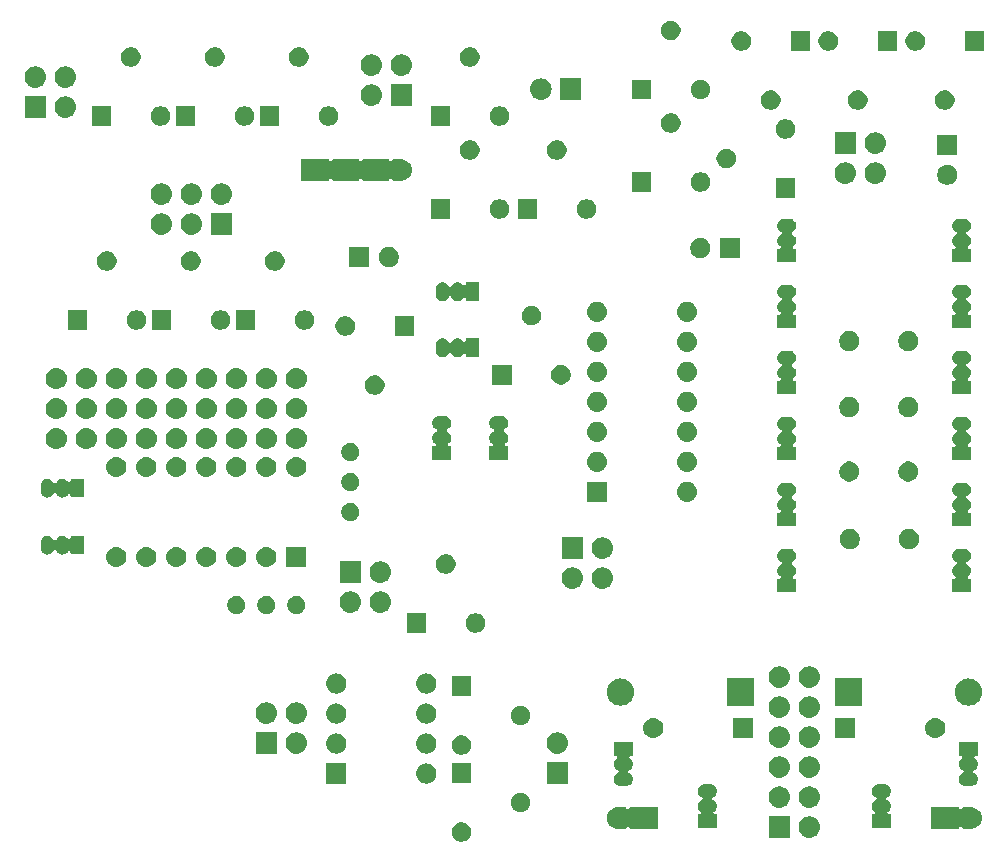
<source format=gbr>
G04 #@! TF.GenerationSoftware,KiCad,Pcbnew,5.1.4*
G04 #@! TF.CreationDate,2019-11-23T15:13:24+01:00*
G04 #@! TF.ProjectId,voice_board,766f6963-655f-4626-9f61-72642e6b6963,rev?*
G04 #@! TF.SameCoordinates,Original*
G04 #@! TF.FileFunction,Soldermask,Bot*
G04 #@! TF.FilePolarity,Negative*
%FSLAX46Y46*%
G04 Gerber Fmt 4.6, Leading zero omitted, Abs format (unit mm)*
G04 Created by KiCad (PCBNEW 5.1.4) date 2019-11-23 15:13:24*
%MOMM*%
%LPD*%
G04 APERTURE LIST*
%ADD10C,0.100000*%
G04 APERTURE END LIST*
D10*
G36*
X201662935Y-97423742D02*
G01*
X201813258Y-97486008D01*
X201948545Y-97576404D01*
X202063596Y-97691455D01*
X202153992Y-97826742D01*
X202216258Y-97977065D01*
X202248000Y-98136646D01*
X202248000Y-98299354D01*
X202216258Y-98458935D01*
X202153992Y-98609258D01*
X202063596Y-98744545D01*
X201948545Y-98859596D01*
X201813258Y-98949992D01*
X201662935Y-99012258D01*
X201503354Y-99044000D01*
X201340646Y-99044000D01*
X201181065Y-99012258D01*
X201030742Y-98949992D01*
X200895455Y-98859596D01*
X200780404Y-98744545D01*
X200690008Y-98609258D01*
X200627742Y-98458935D01*
X200596000Y-98299354D01*
X200596000Y-98136646D01*
X200627742Y-97977065D01*
X200690008Y-97826742D01*
X200780404Y-97691455D01*
X200895455Y-97576404D01*
X201030742Y-97486008D01*
X201181065Y-97423742D01*
X201340646Y-97392000D01*
X201503354Y-97392000D01*
X201662935Y-97423742D01*
X201662935Y-97423742D01*
G37*
G36*
X230996442Y-96895518D02*
G01*
X231062627Y-96902037D01*
X231232466Y-96953557D01*
X231388991Y-97037222D01*
X231413764Y-97057553D01*
X231526186Y-97149814D01*
X231609448Y-97251271D01*
X231638778Y-97287009D01*
X231722443Y-97443534D01*
X231773963Y-97613373D01*
X231791359Y-97790000D01*
X231773963Y-97966627D01*
X231722443Y-98136466D01*
X231638778Y-98292991D01*
X231609448Y-98328729D01*
X231526186Y-98430186D01*
X231424729Y-98513448D01*
X231388991Y-98542778D01*
X231232466Y-98626443D01*
X231062627Y-98677963D01*
X230996442Y-98684482D01*
X230930260Y-98691000D01*
X230841740Y-98691000D01*
X230775558Y-98684482D01*
X230709373Y-98677963D01*
X230539534Y-98626443D01*
X230383009Y-98542778D01*
X230347271Y-98513448D01*
X230245814Y-98430186D01*
X230162552Y-98328729D01*
X230133222Y-98292991D01*
X230049557Y-98136466D01*
X229998037Y-97966627D01*
X229980641Y-97790000D01*
X229998037Y-97613373D01*
X230049557Y-97443534D01*
X230133222Y-97287009D01*
X230162552Y-97251271D01*
X230245814Y-97149814D01*
X230358236Y-97057553D01*
X230383009Y-97037222D01*
X230539534Y-96953557D01*
X230709373Y-96902037D01*
X230775558Y-96895518D01*
X230841740Y-96889000D01*
X230930260Y-96889000D01*
X230996442Y-96895518D01*
X230996442Y-96895518D01*
G37*
G36*
X229247000Y-98691000D02*
G01*
X227445000Y-98691000D01*
X227445000Y-96889000D01*
X229247000Y-96889000D01*
X229247000Y-98691000D01*
X229247000Y-98691000D01*
G37*
G36*
X243521999Y-96127737D02*
G01*
X243531608Y-96130652D01*
X243540472Y-96135390D01*
X243548237Y-96141763D01*
X243554610Y-96149528D01*
X243559348Y-96158392D01*
X243562263Y-96168001D01*
X243564047Y-96186119D01*
X243568827Y-96210153D01*
X243578204Y-96232791D01*
X243591818Y-96253166D01*
X243609145Y-96270493D01*
X243629519Y-96284107D01*
X243652158Y-96293484D01*
X243676191Y-96298265D01*
X243700695Y-96298265D01*
X243724729Y-96293485D01*
X243747367Y-96284108D01*
X243767742Y-96270494D01*
X243790564Y-96245953D01*
X243856097Y-96153114D01*
X243866702Y-96140847D01*
X243873710Y-96135390D01*
X243874629Y-96134674D01*
X243880293Y-96131831D01*
X243883605Y-96130168D01*
X243883607Y-96130167D01*
X243883608Y-96130167D01*
X243893293Y-96127498D01*
X243894073Y-96127283D01*
X243907338Y-96126148D01*
X244595860Y-96126148D01*
X244621864Y-96128709D01*
X244626539Y-96129639D01*
X244638793Y-96130241D01*
X244679175Y-96130241D01*
X244701455Y-96132435D01*
X244852836Y-96162547D01*
X244874255Y-96169045D01*
X245016854Y-96228111D01*
X245036599Y-96238665D01*
X245164936Y-96324417D01*
X245182241Y-96338618D01*
X245291382Y-96447759D01*
X245305583Y-96465064D01*
X245391335Y-96593401D01*
X245401889Y-96613146D01*
X245460955Y-96755745D01*
X245467453Y-96777164D01*
X245497565Y-96928545D01*
X245499759Y-96950825D01*
X245499759Y-97105175D01*
X245497565Y-97127455D01*
X245467453Y-97278836D01*
X245460955Y-97300255D01*
X245401889Y-97442854D01*
X245391335Y-97462599D01*
X245305583Y-97590936D01*
X245291382Y-97608241D01*
X245182241Y-97717382D01*
X245164936Y-97731583D01*
X245036599Y-97817335D01*
X245016854Y-97827889D01*
X244874255Y-97886955D01*
X244852836Y-97893453D01*
X244701455Y-97923565D01*
X244679175Y-97925759D01*
X244638793Y-97925759D01*
X244624263Y-97927190D01*
X244624250Y-97927056D01*
X244595860Y-97929852D01*
X243908140Y-97929852D01*
X243892001Y-97928263D01*
X243882392Y-97925348D01*
X243873528Y-97920610D01*
X243865135Y-97913722D01*
X243856561Y-97903543D01*
X243790310Y-97809687D01*
X243774285Y-97791150D01*
X243754951Y-97776095D01*
X243733052Y-97765101D01*
X243709428Y-97758591D01*
X243684989Y-97756814D01*
X243660672Y-97759840D01*
X243637413Y-97767551D01*
X243616105Y-97779652D01*
X243597568Y-97795677D01*
X243582513Y-97815011D01*
X243571519Y-97836910D01*
X243563520Y-97872710D01*
X243562503Y-97886704D01*
X243559832Y-97896395D01*
X243559223Y-97897608D01*
X243555326Y-97905371D01*
X243552239Y-97909334D01*
X243549153Y-97913298D01*
X243541554Y-97919867D01*
X243532819Y-97924828D01*
X243529790Y-97925832D01*
X243523282Y-97927990D01*
X243512000Y-97929247D01*
X243510483Y-97929247D01*
X243505055Y-97929852D01*
X241218140Y-97929852D01*
X241202001Y-97928263D01*
X241192392Y-97925348D01*
X241183528Y-97920610D01*
X241175763Y-97914237D01*
X241169390Y-97906472D01*
X241164652Y-97897608D01*
X241161737Y-97887999D01*
X241160148Y-97871860D01*
X241160148Y-96184140D01*
X241161737Y-96168001D01*
X241164652Y-96158392D01*
X241169390Y-96149528D01*
X241175763Y-96141763D01*
X241183528Y-96135390D01*
X241192392Y-96130652D01*
X241202001Y-96127737D01*
X241218140Y-96126148D01*
X243505860Y-96126148D01*
X243521999Y-96127737D01*
X243521999Y-96127737D01*
G37*
G36*
X215339999Y-96127737D02*
G01*
X215349608Y-96130652D01*
X215358472Y-96135390D01*
X215366865Y-96142278D01*
X215375439Y-96152457D01*
X215441690Y-96246313D01*
X215457715Y-96264850D01*
X215477049Y-96279905D01*
X215498948Y-96290899D01*
X215522572Y-96297409D01*
X215547011Y-96299186D01*
X215571328Y-96296160D01*
X215594587Y-96288449D01*
X215615895Y-96276348D01*
X215634432Y-96260323D01*
X215649487Y-96240989D01*
X215660481Y-96219090D01*
X215668480Y-96183290D01*
X215669497Y-96169296D01*
X215672168Y-96159605D01*
X215675427Y-96153114D01*
X215676674Y-96150629D01*
X215679761Y-96146666D01*
X215682847Y-96142702D01*
X215690446Y-96136133D01*
X215699181Y-96131172D01*
X215703805Y-96129639D01*
X215708718Y-96128010D01*
X215720000Y-96126753D01*
X215721517Y-96126753D01*
X215726945Y-96126148D01*
X218013860Y-96126148D01*
X218029999Y-96127737D01*
X218039608Y-96130652D01*
X218048472Y-96135390D01*
X218056237Y-96141763D01*
X218062610Y-96149528D01*
X218067348Y-96158392D01*
X218070263Y-96168001D01*
X218071852Y-96184140D01*
X218071852Y-97871860D01*
X218070263Y-97887999D01*
X218067348Y-97897608D01*
X218062610Y-97906472D01*
X218056237Y-97914237D01*
X218048472Y-97920610D01*
X218039608Y-97925348D01*
X218029999Y-97928263D01*
X218013860Y-97929852D01*
X215726140Y-97929852D01*
X215710001Y-97928263D01*
X215700392Y-97925348D01*
X215691528Y-97920610D01*
X215683763Y-97914237D01*
X215677390Y-97906472D01*
X215672652Y-97897608D01*
X215669737Y-97887999D01*
X215667953Y-97869881D01*
X215663173Y-97845847D01*
X215653796Y-97823209D01*
X215640182Y-97802834D01*
X215622855Y-97785507D01*
X215602481Y-97771893D01*
X215579842Y-97762516D01*
X215555809Y-97757735D01*
X215531305Y-97757735D01*
X215507271Y-97762515D01*
X215484633Y-97771892D01*
X215464258Y-97785506D01*
X215441436Y-97810047D01*
X215375903Y-97902886D01*
X215365298Y-97915153D01*
X215361334Y-97918240D01*
X215357371Y-97921326D01*
X215352910Y-97923565D01*
X215348395Y-97925832D01*
X215348393Y-97925833D01*
X215348392Y-97925833D01*
X215346476Y-97926361D01*
X215337927Y-97928717D01*
X215324662Y-97929852D01*
X214636140Y-97929852D01*
X214610136Y-97927291D01*
X214605461Y-97926361D01*
X214593207Y-97925759D01*
X214552825Y-97925759D01*
X214530545Y-97923565D01*
X214379164Y-97893453D01*
X214357745Y-97886955D01*
X214215146Y-97827889D01*
X214195401Y-97817335D01*
X214067064Y-97731583D01*
X214049759Y-97717382D01*
X213940618Y-97608241D01*
X213926417Y-97590936D01*
X213840665Y-97462599D01*
X213830111Y-97442854D01*
X213771045Y-97300255D01*
X213764547Y-97278836D01*
X213734435Y-97127455D01*
X213732241Y-97105175D01*
X213732241Y-96950825D01*
X213734435Y-96928545D01*
X213764547Y-96777164D01*
X213771045Y-96755745D01*
X213830111Y-96613146D01*
X213840665Y-96593401D01*
X213926417Y-96465064D01*
X213940618Y-96447759D01*
X214049759Y-96338618D01*
X214067064Y-96324417D01*
X214195401Y-96238665D01*
X214215146Y-96228111D01*
X214357745Y-96169045D01*
X214379164Y-96162547D01*
X214530545Y-96132435D01*
X214552825Y-96130241D01*
X214593207Y-96130241D01*
X214607737Y-96128810D01*
X214607750Y-96128944D01*
X214636140Y-96126148D01*
X215323860Y-96126148D01*
X215339999Y-96127737D01*
X215339999Y-96127737D01*
G37*
G36*
X222587916Y-94174334D02*
G01*
X222696403Y-94207244D01*
X222696495Y-94207272D01*
X222732601Y-94226571D01*
X222796557Y-94260756D01*
X222884264Y-94332736D01*
X222956244Y-94420443D01*
X222990429Y-94484399D01*
X223009728Y-94520505D01*
X223009729Y-94520508D01*
X223042666Y-94629084D01*
X223053787Y-94742000D01*
X223042666Y-94854916D01*
X223009729Y-94963492D01*
X223009728Y-94963495D01*
X222997694Y-94986008D01*
X222956244Y-95063557D01*
X222884264Y-95151264D01*
X222796557Y-95223244D01*
X222715141Y-95266761D01*
X222694766Y-95280375D01*
X222677439Y-95297702D01*
X222663826Y-95318076D01*
X222654448Y-95340715D01*
X222649668Y-95364748D01*
X222649668Y-95389252D01*
X222654448Y-95413285D01*
X222663826Y-95435924D01*
X222677440Y-95456299D01*
X222694767Y-95473626D01*
X222715141Y-95487239D01*
X222796557Y-95530756D01*
X222884264Y-95602736D01*
X222956244Y-95690443D01*
X222989675Y-95752989D01*
X223009728Y-95790505D01*
X223009729Y-95790508D01*
X223042666Y-95899084D01*
X223053787Y-96012000D01*
X223042666Y-96124916D01*
X223009942Y-96232791D01*
X223009728Y-96233495D01*
X222999213Y-96253166D01*
X222956244Y-96333557D01*
X222884264Y-96421264D01*
X222807354Y-96484383D01*
X222790035Y-96501702D01*
X222776421Y-96522077D01*
X222767043Y-96544716D01*
X222762263Y-96568749D01*
X222762263Y-96593253D01*
X222767043Y-96617286D01*
X222776421Y-96639925D01*
X222790034Y-96660299D01*
X222807361Y-96677626D01*
X222827736Y-96691240D01*
X222850375Y-96700618D01*
X222874408Y-96705398D01*
X222886660Y-96706000D01*
X223051000Y-96706000D01*
X223051000Y-97858000D01*
X221449000Y-97858000D01*
X221449000Y-96706000D01*
X221613340Y-96706000D01*
X221637726Y-96703598D01*
X221661175Y-96696485D01*
X221682786Y-96684934D01*
X221701728Y-96669389D01*
X221717273Y-96650447D01*
X221728824Y-96628836D01*
X221735937Y-96605387D01*
X221738339Y-96581001D01*
X221735937Y-96556615D01*
X221728824Y-96533166D01*
X221717273Y-96511555D01*
X221701728Y-96492613D01*
X221692655Y-96484391D01*
X221615736Y-96421264D01*
X221543756Y-96333557D01*
X221500787Y-96253166D01*
X221490272Y-96233495D01*
X221490058Y-96232791D01*
X221457334Y-96124916D01*
X221446213Y-96012000D01*
X221457334Y-95899084D01*
X221490271Y-95790508D01*
X221490272Y-95790505D01*
X221510325Y-95752989D01*
X221543756Y-95690443D01*
X221615736Y-95602736D01*
X221703443Y-95530756D01*
X221784859Y-95487239D01*
X221805234Y-95473625D01*
X221822561Y-95456298D01*
X221836174Y-95435924D01*
X221845552Y-95413285D01*
X221850332Y-95389252D01*
X221850332Y-95364748D01*
X221845552Y-95340715D01*
X221836174Y-95318076D01*
X221822560Y-95297701D01*
X221805233Y-95280374D01*
X221784859Y-95266761D01*
X221703443Y-95223244D01*
X221615736Y-95151264D01*
X221543756Y-95063557D01*
X221502306Y-94986008D01*
X221490272Y-94963495D01*
X221490271Y-94963492D01*
X221457334Y-94854916D01*
X221446213Y-94742000D01*
X221457334Y-94629084D01*
X221490271Y-94520508D01*
X221490272Y-94520505D01*
X221509571Y-94484399D01*
X221543756Y-94420443D01*
X221615736Y-94332736D01*
X221703443Y-94260756D01*
X221767399Y-94226571D01*
X221803505Y-94207272D01*
X221803597Y-94207244D01*
X221912084Y-94174334D01*
X221996702Y-94166000D01*
X222503298Y-94166000D01*
X222587916Y-94174334D01*
X222587916Y-94174334D01*
G37*
G36*
X237319916Y-94174334D02*
G01*
X237428403Y-94207244D01*
X237428495Y-94207272D01*
X237464601Y-94226571D01*
X237528557Y-94260756D01*
X237616264Y-94332736D01*
X237688244Y-94420443D01*
X237722429Y-94484399D01*
X237741728Y-94520505D01*
X237741729Y-94520508D01*
X237774666Y-94629084D01*
X237785787Y-94742000D01*
X237774666Y-94854916D01*
X237741729Y-94963492D01*
X237741728Y-94963495D01*
X237729694Y-94986008D01*
X237688244Y-95063557D01*
X237616264Y-95151264D01*
X237528557Y-95223244D01*
X237447141Y-95266761D01*
X237426766Y-95280375D01*
X237409439Y-95297702D01*
X237395826Y-95318076D01*
X237386448Y-95340715D01*
X237381668Y-95364748D01*
X237381668Y-95389252D01*
X237386448Y-95413285D01*
X237395826Y-95435924D01*
X237409440Y-95456299D01*
X237426767Y-95473626D01*
X237447141Y-95487239D01*
X237528557Y-95530756D01*
X237616264Y-95602736D01*
X237688244Y-95690443D01*
X237721675Y-95752989D01*
X237741728Y-95790505D01*
X237741729Y-95790508D01*
X237774666Y-95899084D01*
X237785787Y-96012000D01*
X237774666Y-96124916D01*
X237741942Y-96232791D01*
X237741728Y-96233495D01*
X237731213Y-96253166D01*
X237688244Y-96333557D01*
X237616264Y-96421264D01*
X237539354Y-96484383D01*
X237522035Y-96501702D01*
X237508421Y-96522077D01*
X237499043Y-96544716D01*
X237494263Y-96568749D01*
X237494263Y-96593253D01*
X237499043Y-96617286D01*
X237508421Y-96639925D01*
X237522034Y-96660299D01*
X237539361Y-96677626D01*
X237559736Y-96691240D01*
X237582375Y-96700618D01*
X237606408Y-96705398D01*
X237618660Y-96706000D01*
X237783000Y-96706000D01*
X237783000Y-97858000D01*
X236181000Y-97858000D01*
X236181000Y-96706000D01*
X236345340Y-96706000D01*
X236369726Y-96703598D01*
X236393175Y-96696485D01*
X236414786Y-96684934D01*
X236433728Y-96669389D01*
X236449273Y-96650447D01*
X236460824Y-96628836D01*
X236467937Y-96605387D01*
X236470339Y-96581001D01*
X236467937Y-96556615D01*
X236460824Y-96533166D01*
X236449273Y-96511555D01*
X236433728Y-96492613D01*
X236424655Y-96484391D01*
X236347736Y-96421264D01*
X236275756Y-96333557D01*
X236232787Y-96253166D01*
X236222272Y-96233495D01*
X236222058Y-96232791D01*
X236189334Y-96124916D01*
X236178213Y-96012000D01*
X236189334Y-95899084D01*
X236222271Y-95790508D01*
X236222272Y-95790505D01*
X236242325Y-95752989D01*
X236275756Y-95690443D01*
X236347736Y-95602736D01*
X236435443Y-95530756D01*
X236516859Y-95487239D01*
X236537234Y-95473625D01*
X236554561Y-95456298D01*
X236568174Y-95435924D01*
X236577552Y-95413285D01*
X236582332Y-95389252D01*
X236582332Y-95364748D01*
X236577552Y-95340715D01*
X236568174Y-95318076D01*
X236554560Y-95297701D01*
X236537233Y-95280374D01*
X236516859Y-95266761D01*
X236435443Y-95223244D01*
X236347736Y-95151264D01*
X236275756Y-95063557D01*
X236234306Y-94986008D01*
X236222272Y-94963495D01*
X236222271Y-94963492D01*
X236189334Y-94854916D01*
X236178213Y-94742000D01*
X236189334Y-94629084D01*
X236222271Y-94520508D01*
X236222272Y-94520505D01*
X236241571Y-94484399D01*
X236275756Y-94420443D01*
X236347736Y-94332736D01*
X236435443Y-94260756D01*
X236499399Y-94226571D01*
X236535505Y-94207272D01*
X236535597Y-94207244D01*
X236644084Y-94174334D01*
X236728702Y-94166000D01*
X237235298Y-94166000D01*
X237319916Y-94174334D01*
X237319916Y-94174334D01*
G37*
G36*
X206662935Y-94923742D02*
G01*
X206813258Y-94986008D01*
X206948545Y-95076404D01*
X207063596Y-95191455D01*
X207153992Y-95326742D01*
X207216258Y-95477065D01*
X207248000Y-95636646D01*
X207248000Y-95799354D01*
X207216258Y-95958935D01*
X207153992Y-96109258D01*
X207063596Y-96244545D01*
X206948545Y-96359596D01*
X206813258Y-96449992D01*
X206662935Y-96512258D01*
X206503354Y-96544000D01*
X206340646Y-96544000D01*
X206181065Y-96512258D01*
X206030742Y-96449992D01*
X205895455Y-96359596D01*
X205780404Y-96244545D01*
X205690008Y-96109258D01*
X205627742Y-95958935D01*
X205596000Y-95799354D01*
X205596000Y-95636646D01*
X205627742Y-95477065D01*
X205690008Y-95326742D01*
X205780404Y-95191455D01*
X205895455Y-95076404D01*
X206030742Y-94986008D01*
X206181065Y-94923742D01*
X206340646Y-94892000D01*
X206503354Y-94892000D01*
X206662935Y-94923742D01*
X206662935Y-94923742D01*
G37*
G36*
X230996442Y-94355518D02*
G01*
X231062627Y-94362037D01*
X231232466Y-94413557D01*
X231232468Y-94413558D01*
X231310729Y-94455390D01*
X231388991Y-94497222D01*
X231417361Y-94520505D01*
X231526186Y-94609814D01*
X231609448Y-94711271D01*
X231638778Y-94747009D01*
X231722443Y-94903534D01*
X231773963Y-95073373D01*
X231791359Y-95250000D01*
X231773963Y-95426627D01*
X231722443Y-95596466D01*
X231638778Y-95752991D01*
X231609448Y-95788729D01*
X231526186Y-95890186D01*
X231424729Y-95973448D01*
X231388991Y-96002778D01*
X231232466Y-96086443D01*
X231062627Y-96137963D01*
X231024044Y-96141763D01*
X230930260Y-96151000D01*
X230841740Y-96151000D01*
X230747956Y-96141763D01*
X230709373Y-96137963D01*
X230539534Y-96086443D01*
X230383009Y-96002778D01*
X230347271Y-95973448D01*
X230245814Y-95890186D01*
X230162552Y-95788729D01*
X230133222Y-95752991D01*
X230049557Y-95596466D01*
X229998037Y-95426627D01*
X229980641Y-95250000D01*
X229998037Y-95073373D01*
X230049557Y-94903534D01*
X230133222Y-94747009D01*
X230162552Y-94711271D01*
X230245814Y-94609814D01*
X230354639Y-94520505D01*
X230383009Y-94497222D01*
X230461271Y-94455390D01*
X230539532Y-94413558D01*
X230539534Y-94413557D01*
X230709373Y-94362037D01*
X230775557Y-94355519D01*
X230841740Y-94349000D01*
X230930260Y-94349000D01*
X230996442Y-94355518D01*
X230996442Y-94355518D01*
G37*
G36*
X228456442Y-94355518D02*
G01*
X228522627Y-94362037D01*
X228692466Y-94413557D01*
X228692468Y-94413558D01*
X228770729Y-94455390D01*
X228848991Y-94497222D01*
X228877361Y-94520505D01*
X228986186Y-94609814D01*
X229069448Y-94711271D01*
X229098778Y-94747009D01*
X229182443Y-94903534D01*
X229233963Y-95073373D01*
X229251359Y-95250000D01*
X229233963Y-95426627D01*
X229182443Y-95596466D01*
X229098778Y-95752991D01*
X229069448Y-95788729D01*
X228986186Y-95890186D01*
X228884729Y-95973448D01*
X228848991Y-96002778D01*
X228692466Y-96086443D01*
X228522627Y-96137963D01*
X228484044Y-96141763D01*
X228390260Y-96151000D01*
X228301740Y-96151000D01*
X228207956Y-96141763D01*
X228169373Y-96137963D01*
X227999534Y-96086443D01*
X227843009Y-96002778D01*
X227807271Y-95973448D01*
X227705814Y-95890186D01*
X227622552Y-95788729D01*
X227593222Y-95752991D01*
X227509557Y-95596466D01*
X227458037Y-95426627D01*
X227440641Y-95250000D01*
X227458037Y-95073373D01*
X227509557Y-94903534D01*
X227593222Y-94747009D01*
X227622552Y-94711271D01*
X227705814Y-94609814D01*
X227814639Y-94520505D01*
X227843009Y-94497222D01*
X227921271Y-94455390D01*
X227999532Y-94413558D01*
X227999534Y-94413557D01*
X228169373Y-94362037D01*
X228235557Y-94355519D01*
X228301740Y-94349000D01*
X228390260Y-94349000D01*
X228456442Y-94355518D01*
X228456442Y-94355518D01*
G37*
G36*
X215939000Y-91762000D02*
G01*
X215774660Y-91762000D01*
X215750274Y-91764402D01*
X215726825Y-91771515D01*
X215705214Y-91783066D01*
X215686272Y-91798611D01*
X215670727Y-91817553D01*
X215659176Y-91839164D01*
X215652063Y-91862613D01*
X215649661Y-91886999D01*
X215652063Y-91911385D01*
X215659176Y-91934834D01*
X215670727Y-91956445D01*
X215686272Y-91975387D01*
X215695345Y-91983609D01*
X215772264Y-92046736D01*
X215844244Y-92134443D01*
X215878429Y-92198399D01*
X215897728Y-92234505D01*
X215897729Y-92234508D01*
X215930666Y-92343084D01*
X215941787Y-92456000D01*
X215930666Y-92568916D01*
X215897729Y-92677492D01*
X215897728Y-92677495D01*
X215880353Y-92710000D01*
X215844244Y-92777557D01*
X215772264Y-92865264D01*
X215684557Y-92937244D01*
X215603141Y-92980761D01*
X215582766Y-92994375D01*
X215565439Y-93011702D01*
X215551826Y-93032076D01*
X215542448Y-93054715D01*
X215537668Y-93078748D01*
X215537668Y-93103252D01*
X215542448Y-93127285D01*
X215551826Y-93149924D01*
X215565440Y-93170299D01*
X215582767Y-93187626D01*
X215603141Y-93201239D01*
X215684557Y-93244756D01*
X215772264Y-93316736D01*
X215844244Y-93404443D01*
X215875424Y-93462778D01*
X215897728Y-93504505D01*
X215897729Y-93504508D01*
X215930666Y-93613084D01*
X215941787Y-93726000D01*
X215930666Y-93838916D01*
X215897729Y-93947492D01*
X215897728Y-93947495D01*
X215887567Y-93966504D01*
X215844244Y-94047557D01*
X215772264Y-94135264D01*
X215684557Y-94207244D01*
X215620601Y-94241429D01*
X215584495Y-94260728D01*
X215584492Y-94260729D01*
X215475916Y-94293666D01*
X215391298Y-94302000D01*
X214884702Y-94302000D01*
X214800084Y-94293666D01*
X214691508Y-94260729D01*
X214691505Y-94260728D01*
X214655399Y-94241429D01*
X214591443Y-94207244D01*
X214503736Y-94135264D01*
X214431756Y-94047557D01*
X214388433Y-93966504D01*
X214378272Y-93947495D01*
X214378271Y-93947492D01*
X214345334Y-93838916D01*
X214334213Y-93726000D01*
X214345334Y-93613084D01*
X214378271Y-93504508D01*
X214378272Y-93504505D01*
X214400576Y-93462778D01*
X214431756Y-93404443D01*
X214503736Y-93316736D01*
X214591443Y-93244756D01*
X214672859Y-93201239D01*
X214693234Y-93187625D01*
X214710561Y-93170298D01*
X214724174Y-93149924D01*
X214733552Y-93127285D01*
X214738332Y-93103252D01*
X214738332Y-93078748D01*
X214733552Y-93054715D01*
X214724174Y-93032076D01*
X214710560Y-93011701D01*
X214693233Y-92994374D01*
X214672859Y-92980761D01*
X214591443Y-92937244D01*
X214503736Y-92865264D01*
X214431756Y-92777557D01*
X214395647Y-92710000D01*
X214378272Y-92677495D01*
X214378271Y-92677492D01*
X214345334Y-92568916D01*
X214334213Y-92456000D01*
X214345334Y-92343084D01*
X214378271Y-92234508D01*
X214378272Y-92234505D01*
X214397571Y-92198399D01*
X214431756Y-92134443D01*
X214503736Y-92046736D01*
X214580646Y-91983617D01*
X214597965Y-91966298D01*
X214611579Y-91945923D01*
X214620957Y-91923284D01*
X214625737Y-91899251D01*
X214625737Y-91874747D01*
X214620957Y-91850714D01*
X214611579Y-91828075D01*
X214597966Y-91807701D01*
X214580639Y-91790374D01*
X214560264Y-91776760D01*
X214537625Y-91767382D01*
X214513592Y-91762602D01*
X214501340Y-91762000D01*
X214337000Y-91762000D01*
X214337000Y-90610000D01*
X215939000Y-90610000D01*
X215939000Y-91762000D01*
X215939000Y-91762000D01*
G37*
G36*
X245149000Y-91762000D02*
G01*
X244984660Y-91762000D01*
X244960274Y-91764402D01*
X244936825Y-91771515D01*
X244915214Y-91783066D01*
X244896272Y-91798611D01*
X244880727Y-91817553D01*
X244869176Y-91839164D01*
X244862063Y-91862613D01*
X244859661Y-91886999D01*
X244862063Y-91911385D01*
X244869176Y-91934834D01*
X244880727Y-91956445D01*
X244896272Y-91975387D01*
X244905345Y-91983609D01*
X244982264Y-92046736D01*
X245054244Y-92134443D01*
X245088429Y-92198399D01*
X245107728Y-92234505D01*
X245107729Y-92234508D01*
X245140666Y-92343084D01*
X245151787Y-92456000D01*
X245140666Y-92568916D01*
X245107729Y-92677492D01*
X245107728Y-92677495D01*
X245090353Y-92710000D01*
X245054244Y-92777557D01*
X244982264Y-92865264D01*
X244894557Y-92937244D01*
X244813141Y-92980761D01*
X244792766Y-92994375D01*
X244775439Y-93011702D01*
X244761826Y-93032076D01*
X244752448Y-93054715D01*
X244747668Y-93078748D01*
X244747668Y-93103252D01*
X244752448Y-93127285D01*
X244761826Y-93149924D01*
X244775440Y-93170299D01*
X244792767Y-93187626D01*
X244813141Y-93201239D01*
X244894557Y-93244756D01*
X244982264Y-93316736D01*
X245054244Y-93404443D01*
X245085424Y-93462778D01*
X245107728Y-93504505D01*
X245107729Y-93504508D01*
X245140666Y-93613084D01*
X245151787Y-93726000D01*
X245140666Y-93838916D01*
X245107729Y-93947492D01*
X245107728Y-93947495D01*
X245097567Y-93966504D01*
X245054244Y-94047557D01*
X244982264Y-94135264D01*
X244894557Y-94207244D01*
X244830601Y-94241429D01*
X244794495Y-94260728D01*
X244794492Y-94260729D01*
X244685916Y-94293666D01*
X244601298Y-94302000D01*
X244094702Y-94302000D01*
X244010084Y-94293666D01*
X243901508Y-94260729D01*
X243901505Y-94260728D01*
X243865399Y-94241429D01*
X243801443Y-94207244D01*
X243713736Y-94135264D01*
X243641756Y-94047557D01*
X243598433Y-93966504D01*
X243588272Y-93947495D01*
X243588271Y-93947492D01*
X243555334Y-93838916D01*
X243544213Y-93726000D01*
X243555334Y-93613084D01*
X243588271Y-93504508D01*
X243588272Y-93504505D01*
X243610576Y-93462778D01*
X243641756Y-93404443D01*
X243713736Y-93316736D01*
X243801443Y-93244756D01*
X243882859Y-93201239D01*
X243903234Y-93187625D01*
X243920561Y-93170298D01*
X243934174Y-93149924D01*
X243943552Y-93127285D01*
X243948332Y-93103252D01*
X243948332Y-93078748D01*
X243943552Y-93054715D01*
X243934174Y-93032076D01*
X243920560Y-93011701D01*
X243903233Y-92994374D01*
X243882859Y-92980761D01*
X243801443Y-92937244D01*
X243713736Y-92865264D01*
X243641756Y-92777557D01*
X243605647Y-92710000D01*
X243588272Y-92677495D01*
X243588271Y-92677492D01*
X243555334Y-92568916D01*
X243544213Y-92456000D01*
X243555334Y-92343084D01*
X243588271Y-92234508D01*
X243588272Y-92234505D01*
X243607571Y-92198399D01*
X243641756Y-92134443D01*
X243713736Y-92046736D01*
X243790646Y-91983617D01*
X243807965Y-91966298D01*
X243821579Y-91945923D01*
X243830957Y-91923284D01*
X243835737Y-91899251D01*
X243835737Y-91874747D01*
X243830957Y-91850714D01*
X243821579Y-91828075D01*
X243807966Y-91807701D01*
X243790639Y-91790374D01*
X243770264Y-91776760D01*
X243747625Y-91767382D01*
X243723592Y-91762602D01*
X243711340Y-91762000D01*
X243547000Y-91762000D01*
X243547000Y-90610000D01*
X245149000Y-90610000D01*
X245149000Y-91762000D01*
X245149000Y-91762000D01*
G37*
G36*
X210451000Y-94119000D02*
G01*
X208649000Y-94119000D01*
X208649000Y-92317000D01*
X210451000Y-92317000D01*
X210451000Y-94119000D01*
X210451000Y-94119000D01*
G37*
G36*
X191680500Y-94106500D02*
G01*
X189978500Y-94106500D01*
X189978500Y-92404500D01*
X191680500Y-92404500D01*
X191680500Y-94106500D01*
X191680500Y-94106500D01*
G37*
G36*
X198616323Y-92416813D02*
G01*
X198776742Y-92465476D01*
X198903768Y-92533373D01*
X198924578Y-92544496D01*
X199054159Y-92650841D01*
X199160504Y-92780422D01*
X199160505Y-92780424D01*
X199239524Y-92928258D01*
X199288187Y-93088677D01*
X199304617Y-93255500D01*
X199288187Y-93422323D01*
X199239524Y-93582742D01*
X199168614Y-93715406D01*
X199160504Y-93730578D01*
X199054159Y-93860159D01*
X198924578Y-93966504D01*
X198924576Y-93966505D01*
X198776742Y-94045524D01*
X198616323Y-94094187D01*
X198491304Y-94106500D01*
X198407696Y-94106500D01*
X198282677Y-94094187D01*
X198122258Y-94045524D01*
X197974424Y-93966505D01*
X197974422Y-93966504D01*
X197844841Y-93860159D01*
X197738496Y-93730578D01*
X197730386Y-93715406D01*
X197659476Y-93582742D01*
X197610813Y-93422323D01*
X197594383Y-93255500D01*
X197610813Y-93088677D01*
X197659476Y-92928258D01*
X197738495Y-92780424D01*
X197738496Y-92780422D01*
X197844841Y-92650841D01*
X197974422Y-92544496D01*
X197995232Y-92533373D01*
X198122258Y-92465476D01*
X198282677Y-92416813D01*
X198407696Y-92404500D01*
X198491304Y-92404500D01*
X198616323Y-92416813D01*
X198616323Y-92416813D01*
G37*
G36*
X202248000Y-94044000D02*
G01*
X200596000Y-94044000D01*
X200596000Y-92392000D01*
X202248000Y-92392000D01*
X202248000Y-94044000D01*
X202248000Y-94044000D01*
G37*
G36*
X230996442Y-91815518D02*
G01*
X231062627Y-91822037D01*
X231232466Y-91873557D01*
X231388991Y-91957222D01*
X231400050Y-91966298D01*
X231526186Y-92069814D01*
X231609448Y-92171271D01*
X231638778Y-92207009D01*
X231722443Y-92363534D01*
X231773963Y-92533373D01*
X231791359Y-92710000D01*
X231773963Y-92886627D01*
X231722443Y-93056466D01*
X231638778Y-93212991D01*
X231612709Y-93244756D01*
X231526186Y-93350186D01*
X231438283Y-93422325D01*
X231388991Y-93462778D01*
X231232466Y-93546443D01*
X231062627Y-93597963D01*
X230996442Y-93604482D01*
X230930260Y-93611000D01*
X230841740Y-93611000D01*
X230775557Y-93604481D01*
X230709373Y-93597963D01*
X230539534Y-93546443D01*
X230383009Y-93462778D01*
X230333717Y-93422325D01*
X230245814Y-93350186D01*
X230159291Y-93244756D01*
X230133222Y-93212991D01*
X230049557Y-93056466D01*
X229998037Y-92886627D01*
X229980641Y-92710000D01*
X229998037Y-92533373D01*
X230049557Y-92363534D01*
X230133222Y-92207009D01*
X230162552Y-92171271D01*
X230245814Y-92069814D01*
X230371950Y-91966298D01*
X230383009Y-91957222D01*
X230539534Y-91873557D01*
X230709373Y-91822037D01*
X230775558Y-91815518D01*
X230841740Y-91809000D01*
X230930260Y-91809000D01*
X230996442Y-91815518D01*
X230996442Y-91815518D01*
G37*
G36*
X228456442Y-91815518D02*
G01*
X228522627Y-91822037D01*
X228692466Y-91873557D01*
X228848991Y-91957222D01*
X228860050Y-91966298D01*
X228986186Y-92069814D01*
X229069448Y-92171271D01*
X229098778Y-92207009D01*
X229182443Y-92363534D01*
X229233963Y-92533373D01*
X229251359Y-92710000D01*
X229233963Y-92886627D01*
X229182443Y-93056466D01*
X229098778Y-93212991D01*
X229072709Y-93244756D01*
X228986186Y-93350186D01*
X228898283Y-93422325D01*
X228848991Y-93462778D01*
X228692466Y-93546443D01*
X228522627Y-93597963D01*
X228456442Y-93604482D01*
X228390260Y-93611000D01*
X228301740Y-93611000D01*
X228235557Y-93604481D01*
X228169373Y-93597963D01*
X227999534Y-93546443D01*
X227843009Y-93462778D01*
X227793717Y-93422325D01*
X227705814Y-93350186D01*
X227619291Y-93244756D01*
X227593222Y-93212991D01*
X227509557Y-93056466D01*
X227458037Y-92886627D01*
X227440641Y-92710000D01*
X227458037Y-92533373D01*
X227509557Y-92363534D01*
X227593222Y-92207009D01*
X227622552Y-92171271D01*
X227705814Y-92069814D01*
X227831950Y-91966298D01*
X227843009Y-91957222D01*
X227999534Y-91873557D01*
X228169373Y-91822037D01*
X228235558Y-91815518D01*
X228301740Y-91809000D01*
X228390260Y-91809000D01*
X228456442Y-91815518D01*
X228456442Y-91815518D01*
G37*
G36*
X201662935Y-90057742D02*
G01*
X201813258Y-90120008D01*
X201948545Y-90210404D01*
X202063596Y-90325455D01*
X202153992Y-90460742D01*
X202216258Y-90611065D01*
X202248000Y-90770646D01*
X202248000Y-90933354D01*
X202216258Y-91092935D01*
X202153992Y-91243258D01*
X202063596Y-91378545D01*
X201948545Y-91493596D01*
X201813258Y-91583992D01*
X201662935Y-91646258D01*
X201503354Y-91678000D01*
X201340646Y-91678000D01*
X201181065Y-91646258D01*
X201030742Y-91583992D01*
X200895455Y-91493596D01*
X200780404Y-91378545D01*
X200690008Y-91243258D01*
X200627742Y-91092935D01*
X200596000Y-90933354D01*
X200596000Y-90770646D01*
X200627742Y-90611065D01*
X200690008Y-90460742D01*
X200780404Y-90325455D01*
X200895455Y-90210404D01*
X201030742Y-90120008D01*
X201181065Y-90057742D01*
X201340646Y-90026000D01*
X201503354Y-90026000D01*
X201662935Y-90057742D01*
X201662935Y-90057742D01*
G37*
G36*
X209660443Y-89783519D02*
G01*
X209726627Y-89790037D01*
X209896466Y-89841557D01*
X210052991Y-89925222D01*
X210053299Y-89925475D01*
X210190186Y-90037814D01*
X210257640Y-90120008D01*
X210302778Y-90175009D01*
X210386443Y-90331534D01*
X210437963Y-90501373D01*
X210455359Y-90678000D01*
X210437963Y-90854627D01*
X210386443Y-91024466D01*
X210302778Y-91180991D01*
X210294910Y-91190578D01*
X210190186Y-91318186D01*
X210116637Y-91378545D01*
X210052991Y-91430778D01*
X209896466Y-91514443D01*
X209726627Y-91565963D01*
X209660443Y-91572481D01*
X209594260Y-91579000D01*
X209505740Y-91579000D01*
X209439557Y-91572481D01*
X209373373Y-91565963D01*
X209203534Y-91514443D01*
X209047009Y-91430778D01*
X208983363Y-91378545D01*
X208909814Y-91318186D01*
X208805090Y-91190578D01*
X208797222Y-91180991D01*
X208713557Y-91024466D01*
X208662037Y-90854627D01*
X208644641Y-90678000D01*
X208662037Y-90501373D01*
X208713557Y-90331534D01*
X208797222Y-90175009D01*
X208842360Y-90120008D01*
X208909814Y-90037814D01*
X209046701Y-89925475D01*
X209047009Y-89925222D01*
X209203534Y-89841557D01*
X209373373Y-89790037D01*
X209439557Y-89783519D01*
X209505740Y-89777000D01*
X209594260Y-89777000D01*
X209660443Y-89783519D01*
X209660443Y-89783519D01*
G37*
G36*
X185813000Y-91579000D02*
G01*
X184011000Y-91579000D01*
X184011000Y-89777000D01*
X185813000Y-89777000D01*
X185813000Y-91579000D01*
X185813000Y-91579000D01*
G37*
G36*
X187562443Y-89783519D02*
G01*
X187628627Y-89790037D01*
X187798466Y-89841557D01*
X187954991Y-89925222D01*
X187955299Y-89925475D01*
X188092186Y-90037814D01*
X188159640Y-90120008D01*
X188204778Y-90175009D01*
X188288443Y-90331534D01*
X188339963Y-90501373D01*
X188357359Y-90678000D01*
X188339963Y-90854627D01*
X188288443Y-91024466D01*
X188204778Y-91180991D01*
X188196910Y-91190578D01*
X188092186Y-91318186D01*
X188018637Y-91378545D01*
X187954991Y-91430778D01*
X187798466Y-91514443D01*
X187628627Y-91565963D01*
X187562443Y-91572481D01*
X187496260Y-91579000D01*
X187407740Y-91579000D01*
X187341557Y-91572481D01*
X187275373Y-91565963D01*
X187105534Y-91514443D01*
X186949009Y-91430778D01*
X186885363Y-91378545D01*
X186811814Y-91318186D01*
X186707090Y-91190578D01*
X186699222Y-91180991D01*
X186615557Y-91024466D01*
X186564037Y-90854627D01*
X186546641Y-90678000D01*
X186564037Y-90501373D01*
X186615557Y-90331534D01*
X186699222Y-90175009D01*
X186744360Y-90120008D01*
X186811814Y-90037814D01*
X186948701Y-89925475D01*
X186949009Y-89925222D01*
X187105534Y-89841557D01*
X187275373Y-89790037D01*
X187341557Y-89783519D01*
X187407740Y-89777000D01*
X187496260Y-89777000D01*
X187562443Y-89783519D01*
X187562443Y-89783519D01*
G37*
G36*
X190996323Y-89876813D02*
G01*
X191126880Y-89916417D01*
X191155902Y-89925221D01*
X191156742Y-89925476D01*
X191283768Y-89993373D01*
X191304578Y-90004496D01*
X191434159Y-90110841D01*
X191540504Y-90240422D01*
X191540505Y-90240424D01*
X191619524Y-90388258D01*
X191668187Y-90548677D01*
X191684617Y-90715500D01*
X191668187Y-90882323D01*
X191619524Y-91042742D01*
X191592695Y-91092935D01*
X191540504Y-91190578D01*
X191434159Y-91320159D01*
X191304578Y-91426504D01*
X191304576Y-91426505D01*
X191156742Y-91505524D01*
X190996323Y-91554187D01*
X190871304Y-91566500D01*
X190787696Y-91566500D01*
X190662677Y-91554187D01*
X190502258Y-91505524D01*
X190354424Y-91426505D01*
X190354422Y-91426504D01*
X190224841Y-91320159D01*
X190118496Y-91190578D01*
X190066305Y-91092935D01*
X190039476Y-91042742D01*
X189990813Y-90882323D01*
X189974383Y-90715500D01*
X189990813Y-90548677D01*
X190039476Y-90388258D01*
X190118495Y-90240424D01*
X190118496Y-90240422D01*
X190224841Y-90110841D01*
X190354422Y-90004496D01*
X190375232Y-89993373D01*
X190502258Y-89925476D01*
X190503099Y-89925221D01*
X190532120Y-89916417D01*
X190662677Y-89876813D01*
X190787696Y-89864500D01*
X190871304Y-89864500D01*
X190996323Y-89876813D01*
X190996323Y-89876813D01*
G37*
G36*
X198616323Y-89876813D02*
G01*
X198746880Y-89916417D01*
X198775902Y-89925221D01*
X198776742Y-89925476D01*
X198903768Y-89993373D01*
X198924578Y-90004496D01*
X199054159Y-90110841D01*
X199160504Y-90240422D01*
X199160505Y-90240424D01*
X199239524Y-90388258D01*
X199288187Y-90548677D01*
X199304617Y-90715500D01*
X199288187Y-90882323D01*
X199239524Y-91042742D01*
X199212695Y-91092935D01*
X199160504Y-91190578D01*
X199054159Y-91320159D01*
X198924578Y-91426504D01*
X198924576Y-91426505D01*
X198776742Y-91505524D01*
X198616323Y-91554187D01*
X198491304Y-91566500D01*
X198407696Y-91566500D01*
X198282677Y-91554187D01*
X198122258Y-91505524D01*
X197974424Y-91426505D01*
X197974422Y-91426504D01*
X197844841Y-91320159D01*
X197738496Y-91190578D01*
X197686305Y-91092935D01*
X197659476Y-91042742D01*
X197610813Y-90882323D01*
X197594383Y-90715500D01*
X197610813Y-90548677D01*
X197659476Y-90388258D01*
X197738495Y-90240424D01*
X197738496Y-90240422D01*
X197844841Y-90110841D01*
X197974422Y-90004496D01*
X197995232Y-89993373D01*
X198122258Y-89925476D01*
X198123099Y-89925221D01*
X198152120Y-89916417D01*
X198282677Y-89876813D01*
X198407696Y-89864500D01*
X198491304Y-89864500D01*
X198616323Y-89876813D01*
X198616323Y-89876813D01*
G37*
G36*
X228456443Y-89275519D02*
G01*
X228522627Y-89282037D01*
X228692466Y-89333557D01*
X228848991Y-89417222D01*
X228884729Y-89446552D01*
X228986186Y-89529814D01*
X229069448Y-89631271D01*
X229098778Y-89667009D01*
X229182443Y-89823534D01*
X229233963Y-89993373D01*
X229251359Y-90170000D01*
X229233963Y-90346627D01*
X229182443Y-90516466D01*
X229098778Y-90672991D01*
X229094667Y-90678000D01*
X228986186Y-90810186D01*
X228898283Y-90882325D01*
X228848991Y-90922778D01*
X228692466Y-91006443D01*
X228522627Y-91057963D01*
X228456442Y-91064482D01*
X228390260Y-91071000D01*
X228301740Y-91071000D01*
X228235558Y-91064482D01*
X228169373Y-91057963D01*
X227999534Y-91006443D01*
X227843009Y-90922778D01*
X227793717Y-90882325D01*
X227705814Y-90810186D01*
X227597333Y-90678000D01*
X227593222Y-90672991D01*
X227509557Y-90516466D01*
X227458037Y-90346627D01*
X227440641Y-90170000D01*
X227458037Y-89993373D01*
X227509557Y-89823534D01*
X227593222Y-89667009D01*
X227622552Y-89631271D01*
X227705814Y-89529814D01*
X227807271Y-89446552D01*
X227843009Y-89417222D01*
X227999534Y-89333557D01*
X228169373Y-89282037D01*
X228235557Y-89275519D01*
X228301740Y-89269000D01*
X228390260Y-89269000D01*
X228456443Y-89275519D01*
X228456443Y-89275519D01*
G37*
G36*
X230996443Y-89275519D02*
G01*
X231062627Y-89282037D01*
X231232466Y-89333557D01*
X231388991Y-89417222D01*
X231424729Y-89446552D01*
X231526186Y-89529814D01*
X231609448Y-89631271D01*
X231638778Y-89667009D01*
X231722443Y-89823534D01*
X231773963Y-89993373D01*
X231791359Y-90170000D01*
X231773963Y-90346627D01*
X231722443Y-90516466D01*
X231638778Y-90672991D01*
X231634667Y-90678000D01*
X231526186Y-90810186D01*
X231438283Y-90882325D01*
X231388991Y-90922778D01*
X231232466Y-91006443D01*
X231062627Y-91057963D01*
X230996442Y-91064482D01*
X230930260Y-91071000D01*
X230841740Y-91071000D01*
X230775558Y-91064482D01*
X230709373Y-91057963D01*
X230539534Y-91006443D01*
X230383009Y-90922778D01*
X230333717Y-90882325D01*
X230245814Y-90810186D01*
X230137333Y-90678000D01*
X230133222Y-90672991D01*
X230049557Y-90516466D01*
X229998037Y-90346627D01*
X229980641Y-90170000D01*
X229998037Y-89993373D01*
X230049557Y-89823534D01*
X230133222Y-89667009D01*
X230162552Y-89631271D01*
X230245814Y-89529814D01*
X230347271Y-89446552D01*
X230383009Y-89417222D01*
X230539534Y-89333557D01*
X230709373Y-89282037D01*
X230775557Y-89275519D01*
X230841740Y-89269000D01*
X230930260Y-89269000D01*
X230996443Y-89275519D01*
X230996443Y-89275519D01*
G37*
G36*
X241720823Y-88569313D02*
G01*
X241881242Y-88617976D01*
X242013906Y-88688886D01*
X242029078Y-88696996D01*
X242158659Y-88803341D01*
X242265004Y-88932922D01*
X242265005Y-88932924D01*
X242344024Y-89080758D01*
X242392687Y-89241177D01*
X242409117Y-89408000D01*
X242392687Y-89574823D01*
X242344024Y-89735242D01*
X242314735Y-89790037D01*
X242265004Y-89883078D01*
X242158659Y-90012659D01*
X242029078Y-90119004D01*
X242029076Y-90119005D01*
X241881242Y-90198024D01*
X241720823Y-90246687D01*
X241595804Y-90259000D01*
X241512196Y-90259000D01*
X241387177Y-90246687D01*
X241226758Y-90198024D01*
X241078924Y-90119005D01*
X241078922Y-90119004D01*
X240949341Y-90012659D01*
X240842996Y-89883078D01*
X240793265Y-89790037D01*
X240763976Y-89735242D01*
X240715313Y-89574823D01*
X240698883Y-89408000D01*
X240715313Y-89241177D01*
X240763976Y-89080758D01*
X240842995Y-88932924D01*
X240842996Y-88932922D01*
X240949341Y-88803341D01*
X241078922Y-88696996D01*
X241094094Y-88688886D01*
X241226758Y-88617976D01*
X241387177Y-88569313D01*
X241512196Y-88557000D01*
X241595804Y-88557000D01*
X241720823Y-88569313D01*
X241720823Y-88569313D01*
G37*
G36*
X234785000Y-90259000D02*
G01*
X233083000Y-90259000D01*
X233083000Y-88557000D01*
X234785000Y-88557000D01*
X234785000Y-90259000D01*
X234785000Y-90259000D01*
G37*
G36*
X226149000Y-90259000D02*
G01*
X224447000Y-90259000D01*
X224447000Y-88557000D01*
X226149000Y-88557000D01*
X226149000Y-90259000D01*
X226149000Y-90259000D01*
G37*
G36*
X217844823Y-88569313D02*
G01*
X218005242Y-88617976D01*
X218137906Y-88688886D01*
X218153078Y-88696996D01*
X218282659Y-88803341D01*
X218389004Y-88932922D01*
X218389005Y-88932924D01*
X218468024Y-89080758D01*
X218516687Y-89241177D01*
X218533117Y-89408000D01*
X218516687Y-89574823D01*
X218468024Y-89735242D01*
X218438735Y-89790037D01*
X218389004Y-89883078D01*
X218282659Y-90012659D01*
X218153078Y-90119004D01*
X218153076Y-90119005D01*
X218005242Y-90198024D01*
X217844823Y-90246687D01*
X217719804Y-90259000D01*
X217636196Y-90259000D01*
X217511177Y-90246687D01*
X217350758Y-90198024D01*
X217202924Y-90119005D01*
X217202922Y-90119004D01*
X217073341Y-90012659D01*
X216966996Y-89883078D01*
X216917265Y-89790037D01*
X216887976Y-89735242D01*
X216839313Y-89574823D01*
X216822883Y-89408000D01*
X216839313Y-89241177D01*
X216887976Y-89080758D01*
X216966995Y-88932924D01*
X216966996Y-88932922D01*
X217073341Y-88803341D01*
X217202922Y-88696996D01*
X217218094Y-88688886D01*
X217350758Y-88617976D01*
X217511177Y-88569313D01*
X217636196Y-88557000D01*
X217719804Y-88557000D01*
X217844823Y-88569313D01*
X217844823Y-88569313D01*
G37*
G36*
X206662935Y-87557742D02*
G01*
X206813258Y-87620008D01*
X206948545Y-87710404D01*
X207063596Y-87825455D01*
X207153992Y-87960742D01*
X207216258Y-88111065D01*
X207248000Y-88270646D01*
X207248000Y-88433354D01*
X207216258Y-88592935D01*
X207153992Y-88743258D01*
X207063596Y-88878545D01*
X206948545Y-88993596D01*
X206813258Y-89083992D01*
X206662935Y-89146258D01*
X206503354Y-89178000D01*
X206340646Y-89178000D01*
X206181065Y-89146258D01*
X206030742Y-89083992D01*
X205895455Y-88993596D01*
X205780404Y-88878545D01*
X205690008Y-88743258D01*
X205627742Y-88592935D01*
X205596000Y-88433354D01*
X205596000Y-88270646D01*
X205627742Y-88111065D01*
X205690008Y-87960742D01*
X205780404Y-87825455D01*
X205895455Y-87710404D01*
X206030742Y-87620008D01*
X206181065Y-87557742D01*
X206340646Y-87526000D01*
X206503354Y-87526000D01*
X206662935Y-87557742D01*
X206662935Y-87557742D01*
G37*
G36*
X185022442Y-87243518D02*
G01*
X185088627Y-87250037D01*
X185258466Y-87301557D01*
X185414991Y-87385222D01*
X185415299Y-87385475D01*
X185552186Y-87497814D01*
X185635448Y-87599271D01*
X185664778Y-87635009D01*
X185748443Y-87791534D01*
X185799963Y-87961373D01*
X185817359Y-88138000D01*
X185799963Y-88314627D01*
X185748443Y-88484466D01*
X185664778Y-88640991D01*
X185656910Y-88650578D01*
X185552186Y-88778186D01*
X185450729Y-88861448D01*
X185414991Y-88890778D01*
X185258466Y-88974443D01*
X185088627Y-89025963D01*
X185022442Y-89032482D01*
X184956260Y-89039000D01*
X184867740Y-89039000D01*
X184801557Y-89032481D01*
X184735373Y-89025963D01*
X184565534Y-88974443D01*
X184409009Y-88890778D01*
X184373271Y-88861448D01*
X184271814Y-88778186D01*
X184167090Y-88650578D01*
X184159222Y-88640991D01*
X184075557Y-88484466D01*
X184024037Y-88314627D01*
X184006641Y-88138000D01*
X184024037Y-87961373D01*
X184075557Y-87791534D01*
X184159222Y-87635009D01*
X184188552Y-87599271D01*
X184271814Y-87497814D01*
X184408701Y-87385475D01*
X184409009Y-87385222D01*
X184565534Y-87301557D01*
X184735373Y-87250037D01*
X184801558Y-87243518D01*
X184867740Y-87237000D01*
X184956260Y-87237000D01*
X185022442Y-87243518D01*
X185022442Y-87243518D01*
G37*
G36*
X187562442Y-87243518D02*
G01*
X187628627Y-87250037D01*
X187798466Y-87301557D01*
X187954991Y-87385222D01*
X187955299Y-87385475D01*
X188092186Y-87497814D01*
X188175448Y-87599271D01*
X188204778Y-87635009D01*
X188288443Y-87791534D01*
X188339963Y-87961373D01*
X188357359Y-88138000D01*
X188339963Y-88314627D01*
X188288443Y-88484466D01*
X188204778Y-88640991D01*
X188196910Y-88650578D01*
X188092186Y-88778186D01*
X187990729Y-88861448D01*
X187954991Y-88890778D01*
X187798466Y-88974443D01*
X187628627Y-89025963D01*
X187562442Y-89032482D01*
X187496260Y-89039000D01*
X187407740Y-89039000D01*
X187341557Y-89032481D01*
X187275373Y-89025963D01*
X187105534Y-88974443D01*
X186949009Y-88890778D01*
X186913271Y-88861448D01*
X186811814Y-88778186D01*
X186707090Y-88650578D01*
X186699222Y-88640991D01*
X186615557Y-88484466D01*
X186564037Y-88314627D01*
X186546641Y-88138000D01*
X186564037Y-87961373D01*
X186615557Y-87791534D01*
X186699222Y-87635009D01*
X186728552Y-87599271D01*
X186811814Y-87497814D01*
X186948701Y-87385475D01*
X186949009Y-87385222D01*
X187105534Y-87301557D01*
X187275373Y-87250037D01*
X187341558Y-87243518D01*
X187407740Y-87237000D01*
X187496260Y-87237000D01*
X187562442Y-87243518D01*
X187562442Y-87243518D01*
G37*
G36*
X190996323Y-87336813D02*
G01*
X191126880Y-87376417D01*
X191155902Y-87385221D01*
X191156742Y-87385476D01*
X191237288Y-87428529D01*
X191304578Y-87464496D01*
X191434159Y-87570841D01*
X191540504Y-87700422D01*
X191540505Y-87700424D01*
X191619524Y-87848258D01*
X191668187Y-88008677D01*
X191684617Y-88175500D01*
X191668187Y-88342323D01*
X191619524Y-88502742D01*
X191590522Y-88557000D01*
X191540504Y-88650578D01*
X191434159Y-88780159D01*
X191304578Y-88886504D01*
X191304576Y-88886505D01*
X191156742Y-88965524D01*
X190996323Y-89014187D01*
X190871304Y-89026500D01*
X190787696Y-89026500D01*
X190662677Y-89014187D01*
X190502258Y-88965524D01*
X190354424Y-88886505D01*
X190354422Y-88886504D01*
X190224841Y-88780159D01*
X190118496Y-88650578D01*
X190068478Y-88557000D01*
X190039476Y-88502742D01*
X189990813Y-88342323D01*
X189974383Y-88175500D01*
X189990813Y-88008677D01*
X190039476Y-87848258D01*
X190118495Y-87700424D01*
X190118496Y-87700422D01*
X190224841Y-87570841D01*
X190354422Y-87464496D01*
X190421712Y-87428529D01*
X190502258Y-87385476D01*
X190503099Y-87385221D01*
X190532120Y-87376417D01*
X190662677Y-87336813D01*
X190787696Y-87324500D01*
X190871304Y-87324500D01*
X190996323Y-87336813D01*
X190996323Y-87336813D01*
G37*
G36*
X198616323Y-87336813D02*
G01*
X198746880Y-87376417D01*
X198775902Y-87385221D01*
X198776742Y-87385476D01*
X198857288Y-87428529D01*
X198924578Y-87464496D01*
X199054159Y-87570841D01*
X199160504Y-87700422D01*
X199160505Y-87700424D01*
X199239524Y-87848258D01*
X199288187Y-88008677D01*
X199304617Y-88175500D01*
X199288187Y-88342323D01*
X199239524Y-88502742D01*
X199210522Y-88557000D01*
X199160504Y-88650578D01*
X199054159Y-88780159D01*
X198924578Y-88886504D01*
X198924576Y-88886505D01*
X198776742Y-88965524D01*
X198616323Y-89014187D01*
X198491304Y-89026500D01*
X198407696Y-89026500D01*
X198282677Y-89014187D01*
X198122258Y-88965524D01*
X197974424Y-88886505D01*
X197974422Y-88886504D01*
X197844841Y-88780159D01*
X197738496Y-88650578D01*
X197688478Y-88557000D01*
X197659476Y-88502742D01*
X197610813Y-88342323D01*
X197594383Y-88175500D01*
X197610813Y-88008677D01*
X197659476Y-87848258D01*
X197738495Y-87700424D01*
X197738496Y-87700422D01*
X197844841Y-87570841D01*
X197974422Y-87464496D01*
X198041712Y-87428529D01*
X198122258Y-87385476D01*
X198123099Y-87385221D01*
X198152120Y-87376417D01*
X198282677Y-87336813D01*
X198407696Y-87324500D01*
X198491304Y-87324500D01*
X198616323Y-87336813D01*
X198616323Y-87336813D01*
G37*
G36*
X230996442Y-86735518D02*
G01*
X231062627Y-86742037D01*
X231232466Y-86793557D01*
X231388991Y-86877222D01*
X231424729Y-86906552D01*
X231526186Y-86989814D01*
X231609448Y-87091271D01*
X231638778Y-87127009D01*
X231722443Y-87283534D01*
X231773963Y-87453373D01*
X231791359Y-87630000D01*
X231773963Y-87806627D01*
X231722443Y-87976466D01*
X231638778Y-88132991D01*
X231634667Y-88138000D01*
X231526186Y-88270186D01*
X231438283Y-88342325D01*
X231388991Y-88382778D01*
X231232466Y-88466443D01*
X231062627Y-88517963D01*
X230996442Y-88524482D01*
X230930260Y-88531000D01*
X230841740Y-88531000D01*
X230775558Y-88524482D01*
X230709373Y-88517963D01*
X230539534Y-88466443D01*
X230383009Y-88382778D01*
X230333717Y-88342325D01*
X230245814Y-88270186D01*
X230137333Y-88138000D01*
X230133222Y-88132991D01*
X230049557Y-87976466D01*
X229998037Y-87806627D01*
X229980641Y-87630000D01*
X229998037Y-87453373D01*
X230049557Y-87283534D01*
X230133222Y-87127009D01*
X230162552Y-87091271D01*
X230245814Y-86989814D01*
X230347271Y-86906552D01*
X230383009Y-86877222D01*
X230539534Y-86793557D01*
X230709373Y-86742037D01*
X230775558Y-86735518D01*
X230841740Y-86729000D01*
X230930260Y-86729000D01*
X230996442Y-86735518D01*
X230996442Y-86735518D01*
G37*
G36*
X228456442Y-86735518D02*
G01*
X228522627Y-86742037D01*
X228692466Y-86793557D01*
X228848991Y-86877222D01*
X228884729Y-86906552D01*
X228986186Y-86989814D01*
X229069448Y-87091271D01*
X229098778Y-87127009D01*
X229182443Y-87283534D01*
X229233963Y-87453373D01*
X229251359Y-87630000D01*
X229233963Y-87806627D01*
X229182443Y-87976466D01*
X229098778Y-88132991D01*
X229094667Y-88138000D01*
X228986186Y-88270186D01*
X228898283Y-88342325D01*
X228848991Y-88382778D01*
X228692466Y-88466443D01*
X228522627Y-88517963D01*
X228456442Y-88524482D01*
X228390260Y-88531000D01*
X228301740Y-88531000D01*
X228235558Y-88524482D01*
X228169373Y-88517963D01*
X227999534Y-88466443D01*
X227843009Y-88382778D01*
X227793717Y-88342325D01*
X227705814Y-88270186D01*
X227597333Y-88138000D01*
X227593222Y-88132991D01*
X227509557Y-87976466D01*
X227458037Y-87806627D01*
X227440641Y-87630000D01*
X227458037Y-87453373D01*
X227509557Y-87283534D01*
X227593222Y-87127009D01*
X227622552Y-87091271D01*
X227705814Y-86989814D01*
X227807271Y-86906552D01*
X227843009Y-86877222D01*
X227999534Y-86793557D01*
X228169373Y-86742037D01*
X228235558Y-86735518D01*
X228301740Y-86729000D01*
X228390260Y-86729000D01*
X228456442Y-86735518D01*
X228456442Y-86735518D01*
G37*
G36*
X244517271Y-85220103D02*
G01*
X244573635Y-85225654D01*
X244790600Y-85291470D01*
X244790602Y-85291471D01*
X244990555Y-85398347D01*
X245165818Y-85542182D01*
X245309653Y-85717445D01*
X245416529Y-85917398D01*
X245416530Y-85917400D01*
X245482346Y-86134365D01*
X245504569Y-86360000D01*
X245482346Y-86585635D01*
X245419273Y-86793558D01*
X245416529Y-86802602D01*
X245309653Y-87002555D01*
X245165818Y-87177818D01*
X244990555Y-87321653D01*
X244790602Y-87428529D01*
X244790600Y-87428530D01*
X244573635Y-87494346D01*
X244538413Y-87497815D01*
X244404545Y-87511000D01*
X244291455Y-87511000D01*
X244157587Y-87497815D01*
X244122365Y-87494346D01*
X243905400Y-87428530D01*
X243905398Y-87428529D01*
X243705445Y-87321653D01*
X243530182Y-87177818D01*
X243386347Y-87002555D01*
X243279471Y-86802602D01*
X243276728Y-86793558D01*
X243213654Y-86585635D01*
X243191431Y-86360000D01*
X243213654Y-86134365D01*
X243279470Y-85917400D01*
X243279471Y-85917398D01*
X243386347Y-85717445D01*
X243530182Y-85542182D01*
X243705445Y-85398347D01*
X243905398Y-85291471D01*
X243905400Y-85291470D01*
X244122365Y-85225654D01*
X244178729Y-85220103D01*
X244291455Y-85209000D01*
X244404545Y-85209000D01*
X244517271Y-85220103D01*
X244517271Y-85220103D01*
G37*
G36*
X235339000Y-87511000D02*
G01*
X233037000Y-87511000D01*
X233037000Y-85209000D01*
X235339000Y-85209000D01*
X235339000Y-87511000D01*
X235339000Y-87511000D01*
G37*
G36*
X226195000Y-87511000D02*
G01*
X223893000Y-87511000D01*
X223893000Y-85209000D01*
X226195000Y-85209000D01*
X226195000Y-87511000D01*
X226195000Y-87511000D01*
G37*
G36*
X215053271Y-85220103D02*
G01*
X215109635Y-85225654D01*
X215326600Y-85291470D01*
X215326602Y-85291471D01*
X215526555Y-85398347D01*
X215701818Y-85542182D01*
X215845653Y-85717445D01*
X215952529Y-85917398D01*
X215952530Y-85917400D01*
X216018346Y-86134365D01*
X216040569Y-86360000D01*
X216018346Y-86585635D01*
X215955273Y-86793558D01*
X215952529Y-86802602D01*
X215845653Y-87002555D01*
X215701818Y-87177818D01*
X215526555Y-87321653D01*
X215326602Y-87428529D01*
X215326600Y-87428530D01*
X215109635Y-87494346D01*
X215074413Y-87497815D01*
X214940545Y-87511000D01*
X214827455Y-87511000D01*
X214693587Y-87497815D01*
X214658365Y-87494346D01*
X214441400Y-87428530D01*
X214441398Y-87428529D01*
X214241445Y-87321653D01*
X214066182Y-87177818D01*
X213922347Y-87002555D01*
X213815471Y-86802602D01*
X213812728Y-86793558D01*
X213749654Y-86585635D01*
X213727431Y-86360000D01*
X213749654Y-86134365D01*
X213815470Y-85917400D01*
X213815471Y-85917398D01*
X213922347Y-85717445D01*
X214066182Y-85542182D01*
X214241445Y-85398347D01*
X214441398Y-85291471D01*
X214441400Y-85291470D01*
X214658365Y-85225654D01*
X214714729Y-85220103D01*
X214827455Y-85209000D01*
X214940545Y-85209000D01*
X215053271Y-85220103D01*
X215053271Y-85220103D01*
G37*
G36*
X202248000Y-86678000D02*
G01*
X200596000Y-86678000D01*
X200596000Y-85026000D01*
X202248000Y-85026000D01*
X202248000Y-86678000D01*
X202248000Y-86678000D01*
G37*
G36*
X190996323Y-84796813D02*
G01*
X191156742Y-84845476D01*
X191283768Y-84913373D01*
X191304578Y-84924496D01*
X191434159Y-85030841D01*
X191540504Y-85160422D01*
X191540505Y-85160424D01*
X191619524Y-85308258D01*
X191668187Y-85468677D01*
X191684617Y-85635500D01*
X191668187Y-85802323D01*
X191619524Y-85962742D01*
X191548614Y-86095406D01*
X191540504Y-86110578D01*
X191434159Y-86240159D01*
X191304578Y-86346504D01*
X191304576Y-86346505D01*
X191156742Y-86425524D01*
X190996323Y-86474187D01*
X190871304Y-86486500D01*
X190787696Y-86486500D01*
X190662677Y-86474187D01*
X190502258Y-86425524D01*
X190354424Y-86346505D01*
X190354422Y-86346504D01*
X190224841Y-86240159D01*
X190118496Y-86110578D01*
X190110386Y-86095406D01*
X190039476Y-85962742D01*
X189990813Y-85802323D01*
X189974383Y-85635500D01*
X189990813Y-85468677D01*
X190039476Y-85308258D01*
X190118495Y-85160424D01*
X190118496Y-85160422D01*
X190224841Y-85030841D01*
X190354422Y-84924496D01*
X190375232Y-84913373D01*
X190502258Y-84845476D01*
X190662677Y-84796813D01*
X190787696Y-84784500D01*
X190871304Y-84784500D01*
X190996323Y-84796813D01*
X190996323Y-84796813D01*
G37*
G36*
X198616323Y-84796813D02*
G01*
X198776742Y-84845476D01*
X198903768Y-84913373D01*
X198924578Y-84924496D01*
X199054159Y-85030841D01*
X199160504Y-85160422D01*
X199160505Y-85160424D01*
X199239524Y-85308258D01*
X199288187Y-85468677D01*
X199304617Y-85635500D01*
X199288187Y-85802323D01*
X199239524Y-85962742D01*
X199168614Y-86095406D01*
X199160504Y-86110578D01*
X199054159Y-86240159D01*
X198924578Y-86346504D01*
X198924576Y-86346505D01*
X198776742Y-86425524D01*
X198616323Y-86474187D01*
X198491304Y-86486500D01*
X198407696Y-86486500D01*
X198282677Y-86474187D01*
X198122258Y-86425524D01*
X197974424Y-86346505D01*
X197974422Y-86346504D01*
X197844841Y-86240159D01*
X197738496Y-86110578D01*
X197730386Y-86095406D01*
X197659476Y-85962742D01*
X197610813Y-85802323D01*
X197594383Y-85635500D01*
X197610813Y-85468677D01*
X197659476Y-85308258D01*
X197738495Y-85160424D01*
X197738496Y-85160422D01*
X197844841Y-85030841D01*
X197974422Y-84924496D01*
X197995232Y-84913373D01*
X198122258Y-84845476D01*
X198282677Y-84796813D01*
X198407696Y-84784500D01*
X198491304Y-84784500D01*
X198616323Y-84796813D01*
X198616323Y-84796813D01*
G37*
G36*
X228456442Y-84195518D02*
G01*
X228522627Y-84202037D01*
X228692466Y-84253557D01*
X228848991Y-84337222D01*
X228884729Y-84366552D01*
X228986186Y-84449814D01*
X229069448Y-84551271D01*
X229098778Y-84587009D01*
X229182443Y-84743534D01*
X229233963Y-84913373D01*
X229251359Y-85090000D01*
X229233963Y-85266627D01*
X229182443Y-85436466D01*
X229098778Y-85592991D01*
X229069448Y-85628729D01*
X228986186Y-85730186D01*
X228898283Y-85802325D01*
X228848991Y-85842778D01*
X228692466Y-85926443D01*
X228522627Y-85977963D01*
X228456442Y-85984482D01*
X228390260Y-85991000D01*
X228301740Y-85991000D01*
X228235558Y-85984482D01*
X228169373Y-85977963D01*
X227999534Y-85926443D01*
X227843009Y-85842778D01*
X227793717Y-85802325D01*
X227705814Y-85730186D01*
X227622552Y-85628729D01*
X227593222Y-85592991D01*
X227509557Y-85436466D01*
X227458037Y-85266627D01*
X227440641Y-85090000D01*
X227458037Y-84913373D01*
X227509557Y-84743534D01*
X227593222Y-84587009D01*
X227622552Y-84551271D01*
X227705814Y-84449814D01*
X227807271Y-84366552D01*
X227843009Y-84337222D01*
X227999534Y-84253557D01*
X228169373Y-84202037D01*
X228235558Y-84195518D01*
X228301740Y-84189000D01*
X228390260Y-84189000D01*
X228456442Y-84195518D01*
X228456442Y-84195518D01*
G37*
G36*
X230996442Y-84195518D02*
G01*
X231062627Y-84202037D01*
X231232466Y-84253557D01*
X231388991Y-84337222D01*
X231424729Y-84366552D01*
X231526186Y-84449814D01*
X231609448Y-84551271D01*
X231638778Y-84587009D01*
X231722443Y-84743534D01*
X231773963Y-84913373D01*
X231791359Y-85090000D01*
X231773963Y-85266627D01*
X231722443Y-85436466D01*
X231638778Y-85592991D01*
X231609448Y-85628729D01*
X231526186Y-85730186D01*
X231438283Y-85802325D01*
X231388991Y-85842778D01*
X231232466Y-85926443D01*
X231062627Y-85977963D01*
X230996442Y-85984482D01*
X230930260Y-85991000D01*
X230841740Y-85991000D01*
X230775558Y-85984482D01*
X230709373Y-85977963D01*
X230539534Y-85926443D01*
X230383009Y-85842778D01*
X230333717Y-85802325D01*
X230245814Y-85730186D01*
X230162552Y-85628729D01*
X230133222Y-85592991D01*
X230049557Y-85436466D01*
X229998037Y-85266627D01*
X229980641Y-85090000D01*
X229998037Y-84913373D01*
X230049557Y-84743534D01*
X230133222Y-84587009D01*
X230162552Y-84551271D01*
X230245814Y-84449814D01*
X230347271Y-84366552D01*
X230383009Y-84337222D01*
X230539534Y-84253557D01*
X230709373Y-84202037D01*
X230775558Y-84195518D01*
X230841740Y-84189000D01*
X230930260Y-84189000D01*
X230996442Y-84195518D01*
X230996442Y-84195518D01*
G37*
G36*
X202852935Y-79723742D02*
G01*
X203003258Y-79786008D01*
X203138545Y-79876404D01*
X203253596Y-79991455D01*
X203343992Y-80126742D01*
X203406258Y-80277065D01*
X203438000Y-80436646D01*
X203438000Y-80599354D01*
X203406258Y-80758935D01*
X203343992Y-80909258D01*
X203253596Y-81044545D01*
X203138545Y-81159596D01*
X203003258Y-81249992D01*
X202852935Y-81312258D01*
X202693354Y-81344000D01*
X202530646Y-81344000D01*
X202371065Y-81312258D01*
X202220742Y-81249992D01*
X202085455Y-81159596D01*
X201970404Y-81044545D01*
X201880008Y-80909258D01*
X201817742Y-80758935D01*
X201786000Y-80599354D01*
X201786000Y-80436646D01*
X201817742Y-80277065D01*
X201880008Y-80126742D01*
X201970404Y-79991455D01*
X202085455Y-79876404D01*
X202220742Y-79786008D01*
X202371065Y-79723742D01*
X202530646Y-79692000D01*
X202693354Y-79692000D01*
X202852935Y-79723742D01*
X202852935Y-79723742D01*
G37*
G36*
X198438000Y-81344000D02*
G01*
X196786000Y-81344000D01*
X196786000Y-79692000D01*
X198438000Y-79692000D01*
X198438000Y-81344000D01*
X198438000Y-81344000D01*
G37*
G36*
X187577589Y-78232876D02*
G01*
X187676893Y-78252629D01*
X187817206Y-78310748D01*
X187943484Y-78395125D01*
X188050875Y-78502516D01*
X188135252Y-78628794D01*
X188193371Y-78769107D01*
X188193371Y-78769109D01*
X188222715Y-78916627D01*
X188223000Y-78918063D01*
X188223000Y-79069937D01*
X188193371Y-79218893D01*
X188135252Y-79359206D01*
X188050875Y-79485484D01*
X187943484Y-79592875D01*
X187817206Y-79677252D01*
X187676893Y-79735371D01*
X187577589Y-79755124D01*
X187527938Y-79765000D01*
X187376062Y-79765000D01*
X187326411Y-79755124D01*
X187227107Y-79735371D01*
X187086794Y-79677252D01*
X186960516Y-79592875D01*
X186853125Y-79485484D01*
X186768748Y-79359206D01*
X186710629Y-79218893D01*
X186681000Y-79069937D01*
X186681000Y-78918063D01*
X186681286Y-78916627D01*
X186710629Y-78769109D01*
X186710629Y-78769107D01*
X186768748Y-78628794D01*
X186853125Y-78502516D01*
X186960516Y-78395125D01*
X187086794Y-78310748D01*
X187227107Y-78252629D01*
X187326411Y-78232876D01*
X187376062Y-78223000D01*
X187527938Y-78223000D01*
X187577589Y-78232876D01*
X187577589Y-78232876D01*
G37*
G36*
X182497589Y-78232876D02*
G01*
X182596893Y-78252629D01*
X182737206Y-78310748D01*
X182863484Y-78395125D01*
X182970875Y-78502516D01*
X183055252Y-78628794D01*
X183113371Y-78769107D01*
X183113371Y-78769109D01*
X183142715Y-78916627D01*
X183143000Y-78918063D01*
X183143000Y-79069937D01*
X183113371Y-79218893D01*
X183055252Y-79359206D01*
X182970875Y-79485484D01*
X182863484Y-79592875D01*
X182737206Y-79677252D01*
X182596893Y-79735371D01*
X182497589Y-79755124D01*
X182447938Y-79765000D01*
X182296062Y-79765000D01*
X182246411Y-79755124D01*
X182147107Y-79735371D01*
X182006794Y-79677252D01*
X181880516Y-79592875D01*
X181773125Y-79485484D01*
X181688748Y-79359206D01*
X181630629Y-79218893D01*
X181601000Y-79069937D01*
X181601000Y-78918063D01*
X181601286Y-78916627D01*
X181630629Y-78769109D01*
X181630629Y-78769107D01*
X181688748Y-78628794D01*
X181773125Y-78502516D01*
X181880516Y-78395125D01*
X182006794Y-78310748D01*
X182147107Y-78252629D01*
X182246411Y-78232876D01*
X182296062Y-78223000D01*
X182447938Y-78223000D01*
X182497589Y-78232876D01*
X182497589Y-78232876D01*
G37*
G36*
X185037589Y-78232876D02*
G01*
X185136893Y-78252629D01*
X185277206Y-78310748D01*
X185403484Y-78395125D01*
X185510875Y-78502516D01*
X185595252Y-78628794D01*
X185653371Y-78769107D01*
X185653371Y-78769109D01*
X185682715Y-78916627D01*
X185683000Y-78918063D01*
X185683000Y-79069937D01*
X185653371Y-79218893D01*
X185595252Y-79359206D01*
X185510875Y-79485484D01*
X185403484Y-79592875D01*
X185277206Y-79677252D01*
X185136893Y-79735371D01*
X185037589Y-79755124D01*
X184987938Y-79765000D01*
X184836062Y-79765000D01*
X184786411Y-79755124D01*
X184687107Y-79735371D01*
X184546794Y-79677252D01*
X184420516Y-79592875D01*
X184313125Y-79485484D01*
X184228748Y-79359206D01*
X184170629Y-79218893D01*
X184141000Y-79069937D01*
X184141000Y-78918063D01*
X184141286Y-78916627D01*
X184170629Y-78769109D01*
X184170629Y-78769107D01*
X184228748Y-78628794D01*
X184313125Y-78502516D01*
X184420516Y-78395125D01*
X184546794Y-78310748D01*
X184687107Y-78252629D01*
X184786411Y-78232876D01*
X184836062Y-78223000D01*
X184987938Y-78223000D01*
X185037589Y-78232876D01*
X185037589Y-78232876D01*
G37*
G36*
X192134443Y-77845519D02*
G01*
X192200627Y-77852037D01*
X192370466Y-77903557D01*
X192526991Y-77987222D01*
X192562729Y-78016552D01*
X192664186Y-78099814D01*
X192747448Y-78201271D01*
X192776778Y-78237009D01*
X192860443Y-78393534D01*
X192911963Y-78563373D01*
X192929359Y-78740000D01*
X192911963Y-78916627D01*
X192860443Y-79086466D01*
X192776778Y-79242991D01*
X192747448Y-79278729D01*
X192664186Y-79380186D01*
X192562729Y-79463448D01*
X192526991Y-79492778D01*
X192370466Y-79576443D01*
X192200627Y-79627963D01*
X192134442Y-79634482D01*
X192068260Y-79641000D01*
X191979740Y-79641000D01*
X191913558Y-79634482D01*
X191847373Y-79627963D01*
X191677534Y-79576443D01*
X191521009Y-79492778D01*
X191485271Y-79463448D01*
X191383814Y-79380186D01*
X191300552Y-79278729D01*
X191271222Y-79242991D01*
X191187557Y-79086466D01*
X191136037Y-78916627D01*
X191118641Y-78740000D01*
X191136037Y-78563373D01*
X191187557Y-78393534D01*
X191271222Y-78237009D01*
X191300552Y-78201271D01*
X191383814Y-78099814D01*
X191485271Y-78016552D01*
X191521009Y-77987222D01*
X191677534Y-77903557D01*
X191847373Y-77852037D01*
X191913557Y-77845519D01*
X191979740Y-77839000D01*
X192068260Y-77839000D01*
X192134443Y-77845519D01*
X192134443Y-77845519D01*
G37*
G36*
X194674443Y-77845519D02*
G01*
X194740627Y-77852037D01*
X194910466Y-77903557D01*
X195066991Y-77987222D01*
X195102729Y-78016552D01*
X195204186Y-78099814D01*
X195287448Y-78201271D01*
X195316778Y-78237009D01*
X195400443Y-78393534D01*
X195451963Y-78563373D01*
X195469359Y-78740000D01*
X195451963Y-78916627D01*
X195400443Y-79086466D01*
X195316778Y-79242991D01*
X195287448Y-79278729D01*
X195204186Y-79380186D01*
X195102729Y-79463448D01*
X195066991Y-79492778D01*
X194910466Y-79576443D01*
X194740627Y-79627963D01*
X194674442Y-79634482D01*
X194608260Y-79641000D01*
X194519740Y-79641000D01*
X194453558Y-79634482D01*
X194387373Y-79627963D01*
X194217534Y-79576443D01*
X194061009Y-79492778D01*
X194025271Y-79463448D01*
X193923814Y-79380186D01*
X193840552Y-79278729D01*
X193811222Y-79242991D01*
X193727557Y-79086466D01*
X193676037Y-78916627D01*
X193658641Y-78740000D01*
X193676037Y-78563373D01*
X193727557Y-78393534D01*
X193811222Y-78237009D01*
X193840552Y-78201271D01*
X193923814Y-78099814D01*
X194025271Y-78016552D01*
X194061009Y-77987222D01*
X194217534Y-77903557D01*
X194387373Y-77852037D01*
X194453557Y-77845519D01*
X194519740Y-77839000D01*
X194608260Y-77839000D01*
X194674443Y-77845519D01*
X194674443Y-77845519D01*
G37*
G36*
X229318916Y-74235334D02*
G01*
X229427492Y-74268271D01*
X229427495Y-74268272D01*
X229463601Y-74287571D01*
X229527557Y-74321756D01*
X229615264Y-74393736D01*
X229687244Y-74481443D01*
X229711206Y-74526274D01*
X229740728Y-74581505D01*
X229740729Y-74581508D01*
X229773666Y-74690084D01*
X229784787Y-74803000D01*
X229773666Y-74915916D01*
X229750750Y-74991457D01*
X229740728Y-75024495D01*
X229723908Y-75055963D01*
X229687244Y-75124557D01*
X229615264Y-75212264D01*
X229527557Y-75284244D01*
X229446141Y-75327761D01*
X229425766Y-75341375D01*
X229408439Y-75358702D01*
X229394826Y-75379076D01*
X229385448Y-75401715D01*
X229380668Y-75425748D01*
X229380668Y-75450252D01*
X229385448Y-75474285D01*
X229394826Y-75496924D01*
X229408440Y-75517299D01*
X229425767Y-75534626D01*
X229446141Y-75548239D01*
X229527557Y-75591756D01*
X229615264Y-75663736D01*
X229687244Y-75751443D01*
X229703042Y-75781000D01*
X229740728Y-75851505D01*
X229740729Y-75851508D01*
X229773666Y-75960084D01*
X229784787Y-76073000D01*
X229773666Y-76185916D01*
X229754228Y-76249992D01*
X229740728Y-76294495D01*
X229731234Y-76312257D01*
X229687244Y-76394557D01*
X229615264Y-76482264D01*
X229538354Y-76545383D01*
X229521035Y-76562702D01*
X229507421Y-76583077D01*
X229498043Y-76605716D01*
X229493263Y-76629749D01*
X229493263Y-76654253D01*
X229498043Y-76678286D01*
X229507421Y-76700925D01*
X229521034Y-76721299D01*
X229538361Y-76738626D01*
X229558736Y-76752240D01*
X229581375Y-76761618D01*
X229605408Y-76766398D01*
X229617660Y-76767000D01*
X229782000Y-76767000D01*
X229782000Y-77919000D01*
X228180000Y-77919000D01*
X228180000Y-76767000D01*
X228344340Y-76767000D01*
X228368726Y-76764598D01*
X228392175Y-76757485D01*
X228413786Y-76745934D01*
X228432728Y-76730389D01*
X228448273Y-76711447D01*
X228459824Y-76689836D01*
X228466937Y-76666387D01*
X228469339Y-76642001D01*
X228466937Y-76617615D01*
X228459824Y-76594166D01*
X228448273Y-76572555D01*
X228432728Y-76553613D01*
X228423655Y-76545391D01*
X228346736Y-76482264D01*
X228274756Y-76394557D01*
X228230766Y-76312257D01*
X228221272Y-76294495D01*
X228207772Y-76249992D01*
X228188334Y-76185916D01*
X228177213Y-76073000D01*
X228188334Y-75960084D01*
X228221271Y-75851508D01*
X228221272Y-75851505D01*
X228258958Y-75781000D01*
X228274756Y-75751443D01*
X228346736Y-75663736D01*
X228434443Y-75591756D01*
X228515859Y-75548239D01*
X228536234Y-75534625D01*
X228553561Y-75517298D01*
X228567174Y-75496924D01*
X228576552Y-75474285D01*
X228581332Y-75450252D01*
X228581332Y-75425748D01*
X228576552Y-75401715D01*
X228567174Y-75379076D01*
X228553560Y-75358701D01*
X228536233Y-75341374D01*
X228515859Y-75327761D01*
X228434443Y-75284244D01*
X228346736Y-75212264D01*
X228274756Y-75124557D01*
X228238092Y-75055963D01*
X228221272Y-75024495D01*
X228211250Y-74991457D01*
X228188334Y-74915916D01*
X228177213Y-74803000D01*
X228188334Y-74690084D01*
X228221271Y-74581508D01*
X228221272Y-74581505D01*
X228250794Y-74526274D01*
X228274756Y-74481443D01*
X228346736Y-74393736D01*
X228434443Y-74321756D01*
X228498399Y-74287571D01*
X228534505Y-74268272D01*
X228534508Y-74268271D01*
X228643084Y-74235334D01*
X228727702Y-74227000D01*
X229234298Y-74227000D01*
X229318916Y-74235334D01*
X229318916Y-74235334D01*
G37*
G36*
X244114416Y-74235334D02*
G01*
X244222992Y-74268271D01*
X244222995Y-74268272D01*
X244259101Y-74287571D01*
X244323057Y-74321756D01*
X244410764Y-74393736D01*
X244482744Y-74481443D01*
X244506706Y-74526274D01*
X244536228Y-74581505D01*
X244536229Y-74581508D01*
X244569166Y-74690084D01*
X244580287Y-74803000D01*
X244569166Y-74915916D01*
X244546250Y-74991457D01*
X244536228Y-75024495D01*
X244519408Y-75055963D01*
X244482744Y-75124557D01*
X244410764Y-75212264D01*
X244323057Y-75284244D01*
X244241641Y-75327761D01*
X244221266Y-75341375D01*
X244203939Y-75358702D01*
X244190326Y-75379076D01*
X244180948Y-75401715D01*
X244176168Y-75425748D01*
X244176168Y-75450252D01*
X244180948Y-75474285D01*
X244190326Y-75496924D01*
X244203940Y-75517299D01*
X244221267Y-75534626D01*
X244241641Y-75548239D01*
X244323057Y-75591756D01*
X244410764Y-75663736D01*
X244482744Y-75751443D01*
X244498542Y-75781000D01*
X244536228Y-75851505D01*
X244536229Y-75851508D01*
X244569166Y-75960084D01*
X244580287Y-76073000D01*
X244569166Y-76185916D01*
X244549728Y-76249992D01*
X244536228Y-76294495D01*
X244526734Y-76312257D01*
X244482744Y-76394557D01*
X244410764Y-76482264D01*
X244333854Y-76545383D01*
X244316535Y-76562702D01*
X244302921Y-76583077D01*
X244293543Y-76605716D01*
X244288763Y-76629749D01*
X244288763Y-76654253D01*
X244293543Y-76678286D01*
X244302921Y-76700925D01*
X244316534Y-76721299D01*
X244333861Y-76738626D01*
X244354236Y-76752240D01*
X244376875Y-76761618D01*
X244400908Y-76766398D01*
X244413160Y-76767000D01*
X244577500Y-76767000D01*
X244577500Y-77919000D01*
X242975500Y-77919000D01*
X242975500Y-76767000D01*
X243139840Y-76767000D01*
X243164226Y-76764598D01*
X243187675Y-76757485D01*
X243209286Y-76745934D01*
X243228228Y-76730389D01*
X243243773Y-76711447D01*
X243255324Y-76689836D01*
X243262437Y-76666387D01*
X243264839Y-76642001D01*
X243262437Y-76617615D01*
X243255324Y-76594166D01*
X243243773Y-76572555D01*
X243228228Y-76553613D01*
X243219155Y-76545391D01*
X243142236Y-76482264D01*
X243070256Y-76394557D01*
X243026266Y-76312257D01*
X243016772Y-76294495D01*
X243003272Y-76249992D01*
X242983834Y-76185916D01*
X242972713Y-76073000D01*
X242983834Y-75960084D01*
X243016771Y-75851508D01*
X243016772Y-75851505D01*
X243054458Y-75781000D01*
X243070256Y-75751443D01*
X243142236Y-75663736D01*
X243229943Y-75591756D01*
X243311359Y-75548239D01*
X243331734Y-75534625D01*
X243349061Y-75517298D01*
X243362674Y-75496924D01*
X243372052Y-75474285D01*
X243376832Y-75450252D01*
X243376832Y-75425748D01*
X243372052Y-75401715D01*
X243362674Y-75379076D01*
X243349060Y-75358701D01*
X243331733Y-75341374D01*
X243311359Y-75327761D01*
X243229943Y-75284244D01*
X243142236Y-75212264D01*
X243070256Y-75124557D01*
X243033592Y-75055963D01*
X243016772Y-75024495D01*
X243006750Y-74991457D01*
X242983834Y-74915916D01*
X242972713Y-74803000D01*
X242983834Y-74690084D01*
X243016771Y-74581508D01*
X243016772Y-74581505D01*
X243046294Y-74526274D01*
X243070256Y-74481443D01*
X243142236Y-74393736D01*
X243229943Y-74321756D01*
X243293899Y-74287571D01*
X243330005Y-74268272D01*
X243330008Y-74268271D01*
X243438584Y-74235334D01*
X243523202Y-74227000D01*
X244029798Y-74227000D01*
X244114416Y-74235334D01*
X244114416Y-74235334D01*
G37*
G36*
X213470442Y-75813518D02*
G01*
X213536627Y-75820037D01*
X213706466Y-75871557D01*
X213862991Y-75955222D01*
X213898729Y-75984552D01*
X214000186Y-76067814D01*
X214075508Y-76159596D01*
X214112778Y-76205009D01*
X214196443Y-76361534D01*
X214247963Y-76531373D01*
X214265359Y-76708000D01*
X214247963Y-76884627D01*
X214196443Y-77054466D01*
X214112778Y-77210991D01*
X214083448Y-77246729D01*
X214000186Y-77348186D01*
X213898729Y-77431448D01*
X213862991Y-77460778D01*
X213706466Y-77544443D01*
X213536627Y-77595963D01*
X213470443Y-77602481D01*
X213404260Y-77609000D01*
X213315740Y-77609000D01*
X213249557Y-77602481D01*
X213183373Y-77595963D01*
X213013534Y-77544443D01*
X212857009Y-77460778D01*
X212821271Y-77431448D01*
X212719814Y-77348186D01*
X212636552Y-77246729D01*
X212607222Y-77210991D01*
X212523557Y-77054466D01*
X212472037Y-76884627D01*
X212454641Y-76708000D01*
X212472037Y-76531373D01*
X212523557Y-76361534D01*
X212607222Y-76205009D01*
X212644492Y-76159596D01*
X212719814Y-76067814D01*
X212821271Y-75984552D01*
X212857009Y-75955222D01*
X213013534Y-75871557D01*
X213183373Y-75820037D01*
X213249558Y-75813518D01*
X213315740Y-75807000D01*
X213404260Y-75807000D01*
X213470442Y-75813518D01*
X213470442Y-75813518D01*
G37*
G36*
X210930442Y-75813518D02*
G01*
X210996627Y-75820037D01*
X211166466Y-75871557D01*
X211322991Y-75955222D01*
X211358729Y-75984552D01*
X211460186Y-76067814D01*
X211535508Y-76159596D01*
X211572778Y-76205009D01*
X211656443Y-76361534D01*
X211707963Y-76531373D01*
X211725359Y-76708000D01*
X211707963Y-76884627D01*
X211656443Y-77054466D01*
X211572778Y-77210991D01*
X211543448Y-77246729D01*
X211460186Y-77348186D01*
X211358729Y-77431448D01*
X211322991Y-77460778D01*
X211166466Y-77544443D01*
X210996627Y-77595963D01*
X210930443Y-77602481D01*
X210864260Y-77609000D01*
X210775740Y-77609000D01*
X210709557Y-77602481D01*
X210643373Y-77595963D01*
X210473534Y-77544443D01*
X210317009Y-77460778D01*
X210281271Y-77431448D01*
X210179814Y-77348186D01*
X210096552Y-77246729D01*
X210067222Y-77210991D01*
X209983557Y-77054466D01*
X209932037Y-76884627D01*
X209914641Y-76708000D01*
X209932037Y-76531373D01*
X209983557Y-76361534D01*
X210067222Y-76205009D01*
X210104492Y-76159596D01*
X210179814Y-76067814D01*
X210281271Y-75984552D01*
X210317009Y-75955222D01*
X210473534Y-75871557D01*
X210643373Y-75820037D01*
X210709558Y-75813518D01*
X210775740Y-75807000D01*
X210864260Y-75807000D01*
X210930442Y-75813518D01*
X210930442Y-75813518D01*
G37*
G36*
X194674442Y-75305518D02*
G01*
X194740627Y-75312037D01*
X194910466Y-75363557D01*
X195066991Y-75447222D01*
X195099967Y-75474285D01*
X195204186Y-75559814D01*
X195287448Y-75661271D01*
X195316778Y-75697009D01*
X195316779Y-75697011D01*
X195399359Y-75851505D01*
X195400443Y-75853534D01*
X195451963Y-76023373D01*
X195469359Y-76200000D01*
X195451963Y-76376627D01*
X195400443Y-76546466D01*
X195316778Y-76702991D01*
X195312667Y-76708000D01*
X195204186Y-76840186D01*
X195102729Y-76923448D01*
X195066991Y-76952778D01*
X194910466Y-77036443D01*
X194740627Y-77087963D01*
X194674442Y-77094482D01*
X194608260Y-77101000D01*
X194519740Y-77101000D01*
X194453558Y-77094482D01*
X194387373Y-77087963D01*
X194217534Y-77036443D01*
X194061009Y-76952778D01*
X194025271Y-76923448D01*
X193923814Y-76840186D01*
X193815333Y-76708000D01*
X193811222Y-76702991D01*
X193727557Y-76546466D01*
X193676037Y-76376627D01*
X193658641Y-76200000D01*
X193676037Y-76023373D01*
X193727557Y-75853534D01*
X193728642Y-75851505D01*
X193811221Y-75697011D01*
X193811222Y-75697009D01*
X193840552Y-75661271D01*
X193923814Y-75559814D01*
X194028033Y-75474285D01*
X194061009Y-75447222D01*
X194217534Y-75363557D01*
X194387373Y-75312037D01*
X194453558Y-75305518D01*
X194519740Y-75299000D01*
X194608260Y-75299000D01*
X194674442Y-75305518D01*
X194674442Y-75305518D01*
G37*
G36*
X192925000Y-77101000D02*
G01*
X191123000Y-77101000D01*
X191123000Y-75299000D01*
X192925000Y-75299000D01*
X192925000Y-77101000D01*
X192925000Y-77101000D01*
G37*
G36*
X200352935Y-74723742D02*
G01*
X200503258Y-74786008D01*
X200638545Y-74876404D01*
X200753596Y-74991455D01*
X200843992Y-75126742D01*
X200906258Y-75277065D01*
X200938000Y-75436646D01*
X200938000Y-75599354D01*
X200906258Y-75758935D01*
X200843992Y-75909258D01*
X200753596Y-76044545D01*
X200638545Y-76159596D01*
X200503258Y-76249992D01*
X200352935Y-76312258D01*
X200193354Y-76344000D01*
X200030646Y-76344000D01*
X199871065Y-76312258D01*
X199720742Y-76249992D01*
X199585455Y-76159596D01*
X199470404Y-76044545D01*
X199380008Y-75909258D01*
X199317742Y-75758935D01*
X199286000Y-75599354D01*
X199286000Y-75436646D01*
X199317742Y-75277065D01*
X199380008Y-75126742D01*
X199470404Y-74991455D01*
X199585455Y-74876404D01*
X199720742Y-74786008D01*
X199871065Y-74723742D01*
X200030646Y-74692000D01*
X200193354Y-74692000D01*
X200352935Y-74723742D01*
X200352935Y-74723742D01*
G37*
G36*
X174918823Y-74091313D02*
G01*
X175079242Y-74139976D01*
X175211906Y-74210886D01*
X175227078Y-74218996D01*
X175356659Y-74325341D01*
X175463004Y-74454922D01*
X175463005Y-74454924D01*
X175542024Y-74602758D01*
X175590687Y-74763177D01*
X175607117Y-74930000D01*
X175590687Y-75096823D01*
X175542024Y-75257242D01*
X175476943Y-75379000D01*
X175463004Y-75405078D01*
X175356659Y-75534659D01*
X175227078Y-75641004D01*
X175227076Y-75641005D01*
X175079242Y-75720024D01*
X174918823Y-75768687D01*
X174793804Y-75781000D01*
X174710196Y-75781000D01*
X174585177Y-75768687D01*
X174424758Y-75720024D01*
X174276924Y-75641005D01*
X174276922Y-75641004D01*
X174147341Y-75534659D01*
X174040996Y-75405078D01*
X174027057Y-75379000D01*
X173961976Y-75257242D01*
X173913313Y-75096823D01*
X173896883Y-74930000D01*
X173913313Y-74763177D01*
X173961976Y-74602758D01*
X174040995Y-74454924D01*
X174040996Y-74454922D01*
X174147341Y-74325341D01*
X174276922Y-74218996D01*
X174292094Y-74210886D01*
X174424758Y-74139976D01*
X174585177Y-74091313D01*
X174710196Y-74079000D01*
X174793804Y-74079000D01*
X174918823Y-74091313D01*
X174918823Y-74091313D01*
G37*
G36*
X179998823Y-74091313D02*
G01*
X180159242Y-74139976D01*
X180291906Y-74210886D01*
X180307078Y-74218996D01*
X180436659Y-74325341D01*
X180543004Y-74454922D01*
X180543005Y-74454924D01*
X180622024Y-74602758D01*
X180670687Y-74763177D01*
X180687117Y-74930000D01*
X180670687Y-75096823D01*
X180622024Y-75257242D01*
X180556943Y-75379000D01*
X180543004Y-75405078D01*
X180436659Y-75534659D01*
X180307078Y-75641004D01*
X180307076Y-75641005D01*
X180159242Y-75720024D01*
X179998823Y-75768687D01*
X179873804Y-75781000D01*
X179790196Y-75781000D01*
X179665177Y-75768687D01*
X179504758Y-75720024D01*
X179356924Y-75641005D01*
X179356922Y-75641004D01*
X179227341Y-75534659D01*
X179120996Y-75405078D01*
X179107057Y-75379000D01*
X179041976Y-75257242D01*
X178993313Y-75096823D01*
X178976883Y-74930000D01*
X178993313Y-74763177D01*
X179041976Y-74602758D01*
X179120995Y-74454924D01*
X179120996Y-74454922D01*
X179227341Y-74325341D01*
X179356922Y-74218996D01*
X179372094Y-74210886D01*
X179504758Y-74139976D01*
X179665177Y-74091313D01*
X179790196Y-74079000D01*
X179873804Y-74079000D01*
X179998823Y-74091313D01*
X179998823Y-74091313D01*
G37*
G36*
X182538823Y-74091313D02*
G01*
X182699242Y-74139976D01*
X182831906Y-74210886D01*
X182847078Y-74218996D01*
X182976659Y-74325341D01*
X183083004Y-74454922D01*
X183083005Y-74454924D01*
X183162024Y-74602758D01*
X183210687Y-74763177D01*
X183227117Y-74930000D01*
X183210687Y-75096823D01*
X183162024Y-75257242D01*
X183096943Y-75379000D01*
X183083004Y-75405078D01*
X182976659Y-75534659D01*
X182847078Y-75641004D01*
X182847076Y-75641005D01*
X182699242Y-75720024D01*
X182538823Y-75768687D01*
X182413804Y-75781000D01*
X182330196Y-75781000D01*
X182205177Y-75768687D01*
X182044758Y-75720024D01*
X181896924Y-75641005D01*
X181896922Y-75641004D01*
X181767341Y-75534659D01*
X181660996Y-75405078D01*
X181647057Y-75379000D01*
X181581976Y-75257242D01*
X181533313Y-75096823D01*
X181516883Y-74930000D01*
X181533313Y-74763177D01*
X181581976Y-74602758D01*
X181660995Y-74454924D01*
X181660996Y-74454922D01*
X181767341Y-74325341D01*
X181896922Y-74218996D01*
X181912094Y-74210886D01*
X182044758Y-74139976D01*
X182205177Y-74091313D01*
X182330196Y-74079000D01*
X182413804Y-74079000D01*
X182538823Y-74091313D01*
X182538823Y-74091313D01*
G37*
G36*
X185078823Y-74091313D02*
G01*
X185239242Y-74139976D01*
X185371906Y-74210886D01*
X185387078Y-74218996D01*
X185516659Y-74325341D01*
X185623004Y-74454922D01*
X185623005Y-74454924D01*
X185702024Y-74602758D01*
X185750687Y-74763177D01*
X185767117Y-74930000D01*
X185750687Y-75096823D01*
X185702024Y-75257242D01*
X185636943Y-75379000D01*
X185623004Y-75405078D01*
X185516659Y-75534659D01*
X185387078Y-75641004D01*
X185387076Y-75641005D01*
X185239242Y-75720024D01*
X185078823Y-75768687D01*
X184953804Y-75781000D01*
X184870196Y-75781000D01*
X184745177Y-75768687D01*
X184584758Y-75720024D01*
X184436924Y-75641005D01*
X184436922Y-75641004D01*
X184307341Y-75534659D01*
X184200996Y-75405078D01*
X184187057Y-75379000D01*
X184121976Y-75257242D01*
X184073313Y-75096823D01*
X184056883Y-74930000D01*
X184073313Y-74763177D01*
X184121976Y-74602758D01*
X184200995Y-74454924D01*
X184200996Y-74454922D01*
X184307341Y-74325341D01*
X184436922Y-74218996D01*
X184452094Y-74210886D01*
X184584758Y-74139976D01*
X184745177Y-74091313D01*
X184870196Y-74079000D01*
X184953804Y-74079000D01*
X185078823Y-74091313D01*
X185078823Y-74091313D01*
G37*
G36*
X188303000Y-75781000D02*
G01*
X186601000Y-75781000D01*
X186601000Y-74079000D01*
X188303000Y-74079000D01*
X188303000Y-75781000D01*
X188303000Y-75781000D01*
G37*
G36*
X172378823Y-74091313D02*
G01*
X172539242Y-74139976D01*
X172671906Y-74210886D01*
X172687078Y-74218996D01*
X172816659Y-74325341D01*
X172923004Y-74454922D01*
X172923005Y-74454924D01*
X173002024Y-74602758D01*
X173050687Y-74763177D01*
X173067117Y-74930000D01*
X173050687Y-75096823D01*
X173002024Y-75257242D01*
X172936943Y-75379000D01*
X172923004Y-75405078D01*
X172816659Y-75534659D01*
X172687078Y-75641004D01*
X172687076Y-75641005D01*
X172539242Y-75720024D01*
X172378823Y-75768687D01*
X172253804Y-75781000D01*
X172170196Y-75781000D01*
X172045177Y-75768687D01*
X171884758Y-75720024D01*
X171736924Y-75641005D01*
X171736922Y-75641004D01*
X171607341Y-75534659D01*
X171500996Y-75405078D01*
X171487057Y-75379000D01*
X171421976Y-75257242D01*
X171373313Y-75096823D01*
X171356883Y-74930000D01*
X171373313Y-74763177D01*
X171421976Y-74602758D01*
X171500995Y-74454924D01*
X171500996Y-74454922D01*
X171607341Y-74325341D01*
X171736922Y-74218996D01*
X171752094Y-74210886D01*
X171884758Y-74139976D01*
X172045177Y-74091313D01*
X172170196Y-74079000D01*
X172253804Y-74079000D01*
X172378823Y-74091313D01*
X172378823Y-74091313D01*
G37*
G36*
X177458823Y-74091313D02*
G01*
X177619242Y-74139976D01*
X177751906Y-74210886D01*
X177767078Y-74218996D01*
X177896659Y-74325341D01*
X178003004Y-74454922D01*
X178003005Y-74454924D01*
X178082024Y-74602758D01*
X178130687Y-74763177D01*
X178147117Y-74930000D01*
X178130687Y-75096823D01*
X178082024Y-75257242D01*
X178016943Y-75379000D01*
X178003004Y-75405078D01*
X177896659Y-75534659D01*
X177767078Y-75641004D01*
X177767076Y-75641005D01*
X177619242Y-75720024D01*
X177458823Y-75768687D01*
X177333804Y-75781000D01*
X177250196Y-75781000D01*
X177125177Y-75768687D01*
X176964758Y-75720024D01*
X176816924Y-75641005D01*
X176816922Y-75641004D01*
X176687341Y-75534659D01*
X176580996Y-75405078D01*
X176567057Y-75379000D01*
X176501976Y-75257242D01*
X176453313Y-75096823D01*
X176436883Y-74930000D01*
X176453313Y-74763177D01*
X176501976Y-74602758D01*
X176580995Y-74454924D01*
X176580996Y-74454922D01*
X176687341Y-74325341D01*
X176816922Y-74218996D01*
X176832094Y-74210886D01*
X176964758Y-74139976D01*
X177125177Y-74091313D01*
X177250196Y-74079000D01*
X177333804Y-74079000D01*
X177458823Y-74091313D01*
X177458823Y-74091313D01*
G37*
G36*
X213470443Y-73273519D02*
G01*
X213536627Y-73280037D01*
X213706466Y-73331557D01*
X213862991Y-73415222D01*
X213898729Y-73444552D01*
X214000186Y-73527814D01*
X214083448Y-73629271D01*
X214112778Y-73665009D01*
X214196443Y-73821534D01*
X214247963Y-73991373D01*
X214265359Y-74168000D01*
X214247963Y-74344627D01*
X214199974Y-74502825D01*
X214196442Y-74514468D01*
X214178378Y-74548263D01*
X214112778Y-74670991D01*
X214097107Y-74690086D01*
X214000186Y-74808186D01*
X213898729Y-74891448D01*
X213862991Y-74920778D01*
X213706466Y-75004443D01*
X213536627Y-75055963D01*
X213470443Y-75062481D01*
X213404260Y-75069000D01*
X213315740Y-75069000D01*
X213249557Y-75062481D01*
X213183373Y-75055963D01*
X213013534Y-75004443D01*
X212857009Y-74920778D01*
X212821271Y-74891448D01*
X212719814Y-74808186D01*
X212622893Y-74690086D01*
X212607222Y-74670991D01*
X212541622Y-74548263D01*
X212523558Y-74514468D01*
X212520026Y-74502825D01*
X212472037Y-74344627D01*
X212454641Y-74168000D01*
X212472037Y-73991373D01*
X212523557Y-73821534D01*
X212607222Y-73665009D01*
X212636552Y-73629271D01*
X212719814Y-73527814D01*
X212821271Y-73444552D01*
X212857009Y-73415222D01*
X213013534Y-73331557D01*
X213183373Y-73280037D01*
X213249557Y-73273519D01*
X213315740Y-73267000D01*
X213404260Y-73267000D01*
X213470443Y-73273519D01*
X213470443Y-73273519D01*
G37*
G36*
X211721000Y-75069000D02*
G01*
X209919000Y-75069000D01*
X209919000Y-73267000D01*
X211721000Y-73267000D01*
X211721000Y-75069000D01*
X211721000Y-75069000D01*
G37*
G36*
X167752916Y-73121334D02*
G01*
X167861492Y-73154271D01*
X167861495Y-73154272D01*
X167897601Y-73173571D01*
X167961557Y-73207756D01*
X168049264Y-73279736D01*
X168112383Y-73356646D01*
X168129702Y-73373965D01*
X168150077Y-73387579D01*
X168172716Y-73396957D01*
X168196749Y-73401737D01*
X168221253Y-73401737D01*
X168245286Y-73396957D01*
X168267925Y-73387579D01*
X168288299Y-73373966D01*
X168305626Y-73356639D01*
X168319240Y-73336264D01*
X168328618Y-73313625D01*
X168333398Y-73289592D01*
X168334000Y-73277340D01*
X168334000Y-73113000D01*
X169486000Y-73113000D01*
X169486000Y-74715000D01*
X168334000Y-74715000D01*
X168334000Y-74550660D01*
X168331598Y-74526274D01*
X168324485Y-74502825D01*
X168312934Y-74481214D01*
X168297389Y-74462272D01*
X168278447Y-74446727D01*
X168256836Y-74435176D01*
X168233387Y-74428063D01*
X168209001Y-74425661D01*
X168184615Y-74428063D01*
X168161166Y-74435176D01*
X168139555Y-74446727D01*
X168112381Y-74471356D01*
X168049264Y-74548264D01*
X167961556Y-74620244D01*
X167897600Y-74654429D01*
X167861494Y-74673728D01*
X167861491Y-74673729D01*
X167752915Y-74706666D01*
X167640000Y-74717787D01*
X167527084Y-74706666D01*
X167418508Y-74673729D01*
X167418505Y-74673728D01*
X167382399Y-74654429D01*
X167318443Y-74620244D01*
X167230736Y-74548264D01*
X167158756Y-74460556D01*
X167115239Y-74379140D01*
X167101625Y-74358766D01*
X167084298Y-74341439D01*
X167063924Y-74327825D01*
X167041285Y-74318448D01*
X167017251Y-74313668D01*
X166992747Y-74313668D01*
X166968714Y-74318449D01*
X166946075Y-74327826D01*
X166925701Y-74341440D01*
X166908374Y-74358767D01*
X166894762Y-74379140D01*
X166851244Y-74460557D01*
X166779264Y-74548264D01*
X166691556Y-74620244D01*
X166627600Y-74654429D01*
X166591494Y-74673728D01*
X166591491Y-74673729D01*
X166482915Y-74706666D01*
X166370000Y-74717787D01*
X166257084Y-74706666D01*
X166148508Y-74673729D01*
X166148505Y-74673728D01*
X166112399Y-74654429D01*
X166048443Y-74620244D01*
X165960736Y-74548264D01*
X165888756Y-74460556D01*
X165854571Y-74396600D01*
X165835272Y-74360494D01*
X165829492Y-74341440D01*
X165802334Y-74251915D01*
X165794000Y-74167297D01*
X165794000Y-73660702D01*
X165802334Y-73576084D01*
X165835271Y-73467508D01*
X165835272Y-73467505D01*
X165888756Y-73367445D01*
X165888757Y-73367443D01*
X165960737Y-73279736D01*
X166048444Y-73207756D01*
X166112400Y-73173571D01*
X166148506Y-73154272D01*
X166148509Y-73154271D01*
X166257085Y-73121334D01*
X166370000Y-73110213D01*
X166482916Y-73121334D01*
X166591492Y-73154271D01*
X166591495Y-73154272D01*
X166627601Y-73173571D01*
X166691557Y-73207756D01*
X166779264Y-73279736D01*
X166851244Y-73367443D01*
X166867019Y-73396957D01*
X166894761Y-73448859D01*
X166908375Y-73469234D01*
X166925702Y-73486561D01*
X166946076Y-73500174D01*
X166968715Y-73509552D01*
X166992748Y-73514332D01*
X167017252Y-73514332D01*
X167041285Y-73509552D01*
X167063924Y-73500174D01*
X167084299Y-73486560D01*
X167101626Y-73469233D01*
X167115239Y-73448859D01*
X167158756Y-73367445D01*
X167158757Y-73367443D01*
X167230737Y-73279736D01*
X167318444Y-73207756D01*
X167382400Y-73173571D01*
X167418506Y-73154272D01*
X167418509Y-73154271D01*
X167527085Y-73121334D01*
X167640000Y-73110213D01*
X167752916Y-73121334D01*
X167752916Y-73121334D01*
G37*
G36*
X239563228Y-72587703D02*
G01*
X239718100Y-72651853D01*
X239857481Y-72744985D01*
X239976015Y-72863519D01*
X240069147Y-73002900D01*
X240133297Y-73157772D01*
X240166000Y-73322184D01*
X240166000Y-73489816D01*
X240133297Y-73654228D01*
X240069147Y-73809100D01*
X239976015Y-73948481D01*
X239857481Y-74067015D01*
X239718100Y-74160147D01*
X239563228Y-74224297D01*
X239398816Y-74257000D01*
X239231184Y-74257000D01*
X239066772Y-74224297D01*
X238911900Y-74160147D01*
X238772519Y-74067015D01*
X238653985Y-73948481D01*
X238560853Y-73809100D01*
X238496703Y-73654228D01*
X238464000Y-73489816D01*
X238464000Y-73322184D01*
X238496703Y-73157772D01*
X238560853Y-73002900D01*
X238653985Y-72863519D01*
X238772519Y-72744985D01*
X238911900Y-72651853D01*
X239066772Y-72587703D01*
X239231184Y-72555000D01*
X239398816Y-72555000D01*
X239563228Y-72587703D01*
X239563228Y-72587703D01*
G37*
G36*
X234563228Y-72587703D02*
G01*
X234718100Y-72651853D01*
X234857481Y-72744985D01*
X234976015Y-72863519D01*
X235069147Y-73002900D01*
X235133297Y-73157772D01*
X235166000Y-73322184D01*
X235166000Y-73489816D01*
X235133297Y-73654228D01*
X235069147Y-73809100D01*
X234976015Y-73948481D01*
X234857481Y-74067015D01*
X234718100Y-74160147D01*
X234563228Y-74224297D01*
X234398816Y-74257000D01*
X234231184Y-74257000D01*
X234066772Y-74224297D01*
X233911900Y-74160147D01*
X233772519Y-74067015D01*
X233653985Y-73948481D01*
X233560853Y-73809100D01*
X233496703Y-73654228D01*
X233464000Y-73489816D01*
X233464000Y-73322184D01*
X233496703Y-73157772D01*
X233560853Y-73002900D01*
X233653985Y-72863519D01*
X233772519Y-72744985D01*
X233911900Y-72651853D01*
X234066772Y-72587703D01*
X234231184Y-72555000D01*
X234398816Y-72555000D01*
X234563228Y-72587703D01*
X234563228Y-72587703D01*
G37*
G36*
X244114416Y-68647334D02*
G01*
X244222992Y-68680271D01*
X244222995Y-68680272D01*
X244249604Y-68694495D01*
X244323057Y-68733756D01*
X244410764Y-68805736D01*
X244482744Y-68893443D01*
X244502509Y-68930422D01*
X244536228Y-68993505D01*
X244536229Y-68993508D01*
X244569166Y-69102084D01*
X244580287Y-69215000D01*
X244569166Y-69327916D01*
X244539437Y-69425916D01*
X244536228Y-69436495D01*
X244516929Y-69472601D01*
X244482744Y-69536557D01*
X244410764Y-69624264D01*
X244323057Y-69696244D01*
X244254773Y-69732742D01*
X244241641Y-69739761D01*
X244221266Y-69753375D01*
X244203939Y-69770702D01*
X244190326Y-69791076D01*
X244180948Y-69813715D01*
X244176168Y-69837748D01*
X244176168Y-69862252D01*
X244180948Y-69886285D01*
X244190326Y-69908924D01*
X244203940Y-69929299D01*
X244221267Y-69946626D01*
X244241641Y-69960239D01*
X244323057Y-70003756D01*
X244410764Y-70075736D01*
X244482744Y-70163443D01*
X244516929Y-70227399D01*
X244536228Y-70263505D01*
X244536229Y-70263508D01*
X244569166Y-70372084D01*
X244580287Y-70485000D01*
X244569166Y-70597916D01*
X244536229Y-70706492D01*
X244536228Y-70706495D01*
X244516929Y-70742601D01*
X244482744Y-70806557D01*
X244410764Y-70894264D01*
X244333854Y-70957383D01*
X244316535Y-70974702D01*
X244302921Y-70995077D01*
X244293543Y-71017716D01*
X244288763Y-71041749D01*
X244288763Y-71066253D01*
X244293543Y-71090286D01*
X244302921Y-71112925D01*
X244316534Y-71133299D01*
X244333861Y-71150626D01*
X244354236Y-71164240D01*
X244376875Y-71173618D01*
X244400908Y-71178398D01*
X244413160Y-71179000D01*
X244577500Y-71179000D01*
X244577500Y-72331000D01*
X242975500Y-72331000D01*
X242975500Y-71179000D01*
X243139840Y-71179000D01*
X243164226Y-71176598D01*
X243187675Y-71169485D01*
X243209286Y-71157934D01*
X243228228Y-71142389D01*
X243243773Y-71123447D01*
X243255324Y-71101836D01*
X243262437Y-71078387D01*
X243264839Y-71054001D01*
X243262437Y-71029615D01*
X243255324Y-71006166D01*
X243243773Y-70984555D01*
X243228228Y-70965613D01*
X243219155Y-70957391D01*
X243142236Y-70894264D01*
X243070256Y-70806557D01*
X243036071Y-70742601D01*
X243016772Y-70706495D01*
X243016771Y-70706492D01*
X242983834Y-70597916D01*
X242972713Y-70485000D01*
X242983834Y-70372084D01*
X243016771Y-70263508D01*
X243016772Y-70263505D01*
X243036071Y-70227399D01*
X243070256Y-70163443D01*
X243142236Y-70075736D01*
X243229943Y-70003756D01*
X243311359Y-69960239D01*
X243331734Y-69946625D01*
X243349061Y-69929298D01*
X243362674Y-69908924D01*
X243372052Y-69886285D01*
X243376832Y-69862252D01*
X243376832Y-69837748D01*
X243372052Y-69813715D01*
X243362674Y-69791076D01*
X243349060Y-69770701D01*
X243331733Y-69753374D01*
X243311359Y-69739761D01*
X243298227Y-69732742D01*
X243229943Y-69696244D01*
X243142236Y-69624264D01*
X243070256Y-69536557D01*
X243036071Y-69472601D01*
X243016772Y-69436495D01*
X243013563Y-69425916D01*
X242983834Y-69327916D01*
X242972713Y-69215000D01*
X242983834Y-69102084D01*
X243016771Y-68993508D01*
X243016772Y-68993505D01*
X243050491Y-68930422D01*
X243070256Y-68893443D01*
X243142236Y-68805736D01*
X243229943Y-68733756D01*
X243303396Y-68694495D01*
X243330005Y-68680272D01*
X243330008Y-68680271D01*
X243438584Y-68647334D01*
X243523202Y-68639000D01*
X244029798Y-68639000D01*
X244114416Y-68647334D01*
X244114416Y-68647334D01*
G37*
G36*
X229318916Y-68647334D02*
G01*
X229427492Y-68680271D01*
X229427495Y-68680272D01*
X229454104Y-68694495D01*
X229527557Y-68733756D01*
X229615264Y-68805736D01*
X229687244Y-68893443D01*
X229707009Y-68930422D01*
X229740728Y-68993505D01*
X229740729Y-68993508D01*
X229773666Y-69102084D01*
X229784787Y-69215000D01*
X229773666Y-69327916D01*
X229743937Y-69425916D01*
X229740728Y-69436495D01*
X229721429Y-69472601D01*
X229687244Y-69536557D01*
X229615264Y-69624264D01*
X229527557Y-69696244D01*
X229459273Y-69732742D01*
X229446141Y-69739761D01*
X229425766Y-69753375D01*
X229408439Y-69770702D01*
X229394826Y-69791076D01*
X229385448Y-69813715D01*
X229380668Y-69837748D01*
X229380668Y-69862252D01*
X229385448Y-69886285D01*
X229394826Y-69908924D01*
X229408440Y-69929299D01*
X229425767Y-69946626D01*
X229446141Y-69960239D01*
X229527557Y-70003756D01*
X229615264Y-70075736D01*
X229687244Y-70163443D01*
X229721429Y-70227399D01*
X229740728Y-70263505D01*
X229740729Y-70263508D01*
X229773666Y-70372084D01*
X229784787Y-70485000D01*
X229773666Y-70597916D01*
X229740729Y-70706492D01*
X229740728Y-70706495D01*
X229721429Y-70742601D01*
X229687244Y-70806557D01*
X229615264Y-70894264D01*
X229538354Y-70957383D01*
X229521035Y-70974702D01*
X229507421Y-70995077D01*
X229498043Y-71017716D01*
X229493263Y-71041749D01*
X229493263Y-71066253D01*
X229498043Y-71090286D01*
X229507421Y-71112925D01*
X229521034Y-71133299D01*
X229538361Y-71150626D01*
X229558736Y-71164240D01*
X229581375Y-71173618D01*
X229605408Y-71178398D01*
X229617660Y-71179000D01*
X229782000Y-71179000D01*
X229782000Y-72331000D01*
X228180000Y-72331000D01*
X228180000Y-71179000D01*
X228344340Y-71179000D01*
X228368726Y-71176598D01*
X228392175Y-71169485D01*
X228413786Y-71157934D01*
X228432728Y-71142389D01*
X228448273Y-71123447D01*
X228459824Y-71101836D01*
X228466937Y-71078387D01*
X228469339Y-71054001D01*
X228466937Y-71029615D01*
X228459824Y-71006166D01*
X228448273Y-70984555D01*
X228432728Y-70965613D01*
X228423655Y-70957391D01*
X228346736Y-70894264D01*
X228274756Y-70806557D01*
X228240571Y-70742601D01*
X228221272Y-70706495D01*
X228221271Y-70706492D01*
X228188334Y-70597916D01*
X228177213Y-70485000D01*
X228188334Y-70372084D01*
X228221271Y-70263508D01*
X228221272Y-70263505D01*
X228240571Y-70227399D01*
X228274756Y-70163443D01*
X228346736Y-70075736D01*
X228434443Y-70003756D01*
X228515859Y-69960239D01*
X228536234Y-69946625D01*
X228553561Y-69929298D01*
X228567174Y-69908924D01*
X228576552Y-69886285D01*
X228581332Y-69862252D01*
X228581332Y-69837748D01*
X228576552Y-69813715D01*
X228567174Y-69791076D01*
X228553560Y-69770701D01*
X228536233Y-69753374D01*
X228515859Y-69739761D01*
X228502727Y-69732742D01*
X228434443Y-69696244D01*
X228346736Y-69624264D01*
X228274756Y-69536557D01*
X228240571Y-69472601D01*
X228221272Y-69436495D01*
X228218063Y-69425916D01*
X228188334Y-69327916D01*
X228177213Y-69215000D01*
X228188334Y-69102084D01*
X228221271Y-68993508D01*
X228221272Y-68993505D01*
X228254991Y-68930422D01*
X228274756Y-68893443D01*
X228346736Y-68805736D01*
X228434443Y-68733756D01*
X228507896Y-68694495D01*
X228534505Y-68680272D01*
X228534508Y-68680271D01*
X228643084Y-68647334D01*
X228727702Y-68639000D01*
X229234298Y-68639000D01*
X229318916Y-68647334D01*
X229318916Y-68647334D01*
G37*
G36*
X192149589Y-70358876D02*
G01*
X192248893Y-70378629D01*
X192389206Y-70436748D01*
X192515484Y-70521125D01*
X192622875Y-70628516D01*
X192707252Y-70754794D01*
X192765371Y-70895107D01*
X192795000Y-71044063D01*
X192795000Y-71195937D01*
X192765371Y-71344893D01*
X192707252Y-71485206D01*
X192622875Y-71611484D01*
X192515484Y-71718875D01*
X192389206Y-71803252D01*
X192248893Y-71861371D01*
X192149589Y-71881124D01*
X192099938Y-71891000D01*
X191948062Y-71891000D01*
X191898411Y-71881124D01*
X191799107Y-71861371D01*
X191658794Y-71803252D01*
X191532516Y-71718875D01*
X191425125Y-71611484D01*
X191340748Y-71485206D01*
X191282629Y-71344893D01*
X191253000Y-71195937D01*
X191253000Y-71044063D01*
X191282629Y-70895107D01*
X191340748Y-70754794D01*
X191425125Y-70628516D01*
X191532516Y-70521125D01*
X191658794Y-70436748D01*
X191799107Y-70378629D01*
X191898411Y-70358876D01*
X191948062Y-70349000D01*
X192099938Y-70349000D01*
X192149589Y-70358876D01*
X192149589Y-70358876D01*
G37*
G36*
X220702323Y-68566813D02*
G01*
X220862742Y-68615476D01*
X220938439Y-68655937D01*
X221010578Y-68694496D01*
X221140159Y-68800841D01*
X221246504Y-68930422D01*
X221246505Y-68930424D01*
X221325524Y-69078258D01*
X221374187Y-69238677D01*
X221390617Y-69405500D01*
X221374187Y-69572323D01*
X221355308Y-69634557D01*
X221328703Y-69722264D01*
X221325524Y-69732742D01*
X221292650Y-69794244D01*
X221246504Y-69880578D01*
X221140159Y-70010159D01*
X221010578Y-70116504D01*
X221010576Y-70116505D01*
X220862742Y-70195524D01*
X220702323Y-70244187D01*
X220577304Y-70256500D01*
X220493696Y-70256500D01*
X220368677Y-70244187D01*
X220208258Y-70195524D01*
X220060424Y-70116505D01*
X220060422Y-70116504D01*
X219930841Y-70010159D01*
X219824496Y-69880578D01*
X219778350Y-69794244D01*
X219745476Y-69732742D01*
X219742298Y-69722264D01*
X219715692Y-69634557D01*
X219696813Y-69572323D01*
X219680383Y-69405500D01*
X219696813Y-69238677D01*
X219745476Y-69078258D01*
X219824495Y-68930424D01*
X219824496Y-68930422D01*
X219930841Y-68800841D01*
X220060422Y-68694496D01*
X220132561Y-68655937D01*
X220208258Y-68615476D01*
X220368677Y-68566813D01*
X220493696Y-68554500D01*
X220577304Y-68554500D01*
X220702323Y-68566813D01*
X220702323Y-68566813D01*
G37*
G36*
X213766500Y-70256500D02*
G01*
X212064500Y-70256500D01*
X212064500Y-68554500D01*
X213766500Y-68554500D01*
X213766500Y-70256500D01*
X213766500Y-70256500D01*
G37*
G36*
X167752916Y-68295334D02*
G01*
X167861492Y-68328271D01*
X167861495Y-68328272D01*
X167897601Y-68347571D01*
X167961557Y-68381756D01*
X168049264Y-68453736D01*
X168112383Y-68530646D01*
X168129702Y-68547965D01*
X168150077Y-68561579D01*
X168172716Y-68570957D01*
X168196749Y-68575737D01*
X168221253Y-68575737D01*
X168245286Y-68570957D01*
X168267925Y-68561579D01*
X168288299Y-68547966D01*
X168305626Y-68530639D01*
X168319240Y-68510264D01*
X168328618Y-68487625D01*
X168333398Y-68463592D01*
X168334000Y-68451340D01*
X168334000Y-68287000D01*
X169486000Y-68287000D01*
X169486000Y-69889000D01*
X168334000Y-69889000D01*
X168334000Y-69724660D01*
X168331598Y-69700274D01*
X168324485Y-69676825D01*
X168312934Y-69655214D01*
X168297389Y-69636272D01*
X168278447Y-69620727D01*
X168256836Y-69609176D01*
X168233387Y-69602063D01*
X168209001Y-69599661D01*
X168184615Y-69602063D01*
X168161166Y-69609176D01*
X168139555Y-69620727D01*
X168112381Y-69645356D01*
X168049264Y-69722264D01*
X167961556Y-69794244D01*
X167897600Y-69828429D01*
X167861494Y-69847728D01*
X167861491Y-69847729D01*
X167752915Y-69880666D01*
X167640000Y-69891787D01*
X167527084Y-69880666D01*
X167418508Y-69847729D01*
X167418505Y-69847728D01*
X167382399Y-69828429D01*
X167318443Y-69794244D01*
X167230736Y-69722264D01*
X167158756Y-69634556D01*
X167115239Y-69553140D01*
X167101625Y-69532766D01*
X167084298Y-69515439D01*
X167063924Y-69501825D01*
X167041285Y-69492448D01*
X167017251Y-69487668D01*
X166992747Y-69487668D01*
X166968714Y-69492449D01*
X166946075Y-69501826D01*
X166925701Y-69515440D01*
X166908374Y-69532767D01*
X166894762Y-69553140D01*
X166851244Y-69634557D01*
X166779264Y-69722264D01*
X166691556Y-69794244D01*
X166627600Y-69828429D01*
X166591494Y-69847728D01*
X166591491Y-69847729D01*
X166482915Y-69880666D01*
X166370000Y-69891787D01*
X166257084Y-69880666D01*
X166148508Y-69847729D01*
X166148505Y-69847728D01*
X166112399Y-69828429D01*
X166048443Y-69794244D01*
X165960736Y-69722264D01*
X165888756Y-69634556D01*
X165836374Y-69536555D01*
X165835272Y-69534494D01*
X165829492Y-69515440D01*
X165802334Y-69425915D01*
X165794000Y-69341297D01*
X165794000Y-68834702D01*
X165802334Y-68750084D01*
X165835271Y-68641508D01*
X165835272Y-68641505D01*
X165888756Y-68541445D01*
X165888757Y-68541443D01*
X165960737Y-68453736D01*
X166048444Y-68381756D01*
X166112400Y-68347571D01*
X166148506Y-68328272D01*
X166148509Y-68328271D01*
X166257085Y-68295334D01*
X166370000Y-68284213D01*
X166482916Y-68295334D01*
X166591492Y-68328271D01*
X166591495Y-68328272D01*
X166627601Y-68347571D01*
X166691557Y-68381756D01*
X166779264Y-68453736D01*
X166851244Y-68541443D01*
X166867019Y-68570957D01*
X166894761Y-68622859D01*
X166908375Y-68643234D01*
X166925702Y-68660561D01*
X166946076Y-68674174D01*
X166968715Y-68683552D01*
X166992748Y-68688332D01*
X167017252Y-68688332D01*
X167041285Y-68683552D01*
X167063924Y-68674174D01*
X167084299Y-68660560D01*
X167101626Y-68643233D01*
X167115239Y-68622859D01*
X167158756Y-68541445D01*
X167158757Y-68541443D01*
X167230737Y-68453736D01*
X167318444Y-68381756D01*
X167382400Y-68347571D01*
X167418506Y-68328272D01*
X167418509Y-68328271D01*
X167527085Y-68295334D01*
X167640000Y-68284213D01*
X167752916Y-68295334D01*
X167752916Y-68295334D01*
G37*
G36*
X192149589Y-67818876D02*
G01*
X192248893Y-67838629D01*
X192389206Y-67896748D01*
X192515484Y-67981125D01*
X192622875Y-68088516D01*
X192707252Y-68214794D01*
X192765371Y-68355107D01*
X192783281Y-68445147D01*
X192795000Y-68504062D01*
X192795000Y-68655938D01*
X192789507Y-68683552D01*
X192765371Y-68804893D01*
X192707252Y-68945206D01*
X192622875Y-69071484D01*
X192515484Y-69178875D01*
X192389206Y-69263252D01*
X192248893Y-69321371D01*
X192149589Y-69341124D01*
X192099938Y-69351000D01*
X191948062Y-69351000D01*
X191898411Y-69341124D01*
X191799107Y-69321371D01*
X191658794Y-69263252D01*
X191532516Y-69178875D01*
X191425125Y-69071484D01*
X191340748Y-68945206D01*
X191282629Y-68804893D01*
X191258493Y-68683552D01*
X191253000Y-68655938D01*
X191253000Y-68504062D01*
X191264719Y-68445147D01*
X191282629Y-68355107D01*
X191340748Y-68214794D01*
X191425125Y-68088516D01*
X191532516Y-67981125D01*
X191658794Y-67896748D01*
X191799107Y-67838629D01*
X191898411Y-67818876D01*
X191948062Y-67809000D01*
X192099938Y-67809000D01*
X192149589Y-67818876D01*
X192149589Y-67818876D01*
G37*
G36*
X234523628Y-66872703D02*
G01*
X234678500Y-66936853D01*
X234817881Y-67029985D01*
X234936415Y-67148519D01*
X235029547Y-67287900D01*
X235093697Y-67442772D01*
X235126400Y-67607184D01*
X235126400Y-67774816D01*
X235093697Y-67939228D01*
X235029547Y-68094100D01*
X234936415Y-68233481D01*
X234817881Y-68352015D01*
X234678500Y-68445147D01*
X234523628Y-68509297D01*
X234359216Y-68542000D01*
X234191584Y-68542000D01*
X234027172Y-68509297D01*
X233872300Y-68445147D01*
X233732919Y-68352015D01*
X233614385Y-68233481D01*
X233521253Y-68094100D01*
X233457103Y-67939228D01*
X233424400Y-67774816D01*
X233424400Y-67607184D01*
X233457103Y-67442772D01*
X233521253Y-67287900D01*
X233614385Y-67148519D01*
X233732919Y-67029985D01*
X233872300Y-66936853D01*
X234027172Y-66872703D01*
X234191584Y-66840000D01*
X234359216Y-66840000D01*
X234523628Y-66872703D01*
X234523628Y-66872703D01*
G37*
G36*
X239523628Y-66872703D02*
G01*
X239678500Y-66936853D01*
X239817881Y-67029985D01*
X239936415Y-67148519D01*
X240029547Y-67287900D01*
X240093697Y-67442772D01*
X240126400Y-67607184D01*
X240126400Y-67774816D01*
X240093697Y-67939228D01*
X240029547Y-68094100D01*
X239936415Y-68233481D01*
X239817881Y-68352015D01*
X239678500Y-68445147D01*
X239523628Y-68509297D01*
X239359216Y-68542000D01*
X239191584Y-68542000D01*
X239027172Y-68509297D01*
X238872300Y-68445147D01*
X238732919Y-68352015D01*
X238614385Y-68233481D01*
X238521253Y-68094100D01*
X238457103Y-67939228D01*
X238424400Y-67774816D01*
X238424400Y-67607184D01*
X238457103Y-67442772D01*
X238521253Y-67287900D01*
X238614385Y-67148519D01*
X238732919Y-67029985D01*
X238872300Y-66936853D01*
X239027172Y-66872703D01*
X239191584Y-66840000D01*
X239359216Y-66840000D01*
X239523628Y-66872703D01*
X239523628Y-66872703D01*
G37*
G36*
X172378823Y-66471313D02*
G01*
X172539242Y-66519976D01*
X172671906Y-66590886D01*
X172687078Y-66598996D01*
X172816659Y-66705341D01*
X172923004Y-66834922D01*
X172923005Y-66834924D01*
X173002024Y-66982758D01*
X173050687Y-67143177D01*
X173067117Y-67310000D01*
X173050687Y-67476823D01*
X173002024Y-67637242D01*
X172931114Y-67769906D01*
X172923004Y-67785078D01*
X172816659Y-67914659D01*
X172687078Y-68021004D01*
X172687076Y-68021005D01*
X172539242Y-68100024D01*
X172378823Y-68148687D01*
X172253804Y-68161000D01*
X172170196Y-68161000D01*
X172045177Y-68148687D01*
X171884758Y-68100024D01*
X171736924Y-68021005D01*
X171736922Y-68021004D01*
X171607341Y-67914659D01*
X171500996Y-67785078D01*
X171492886Y-67769906D01*
X171421976Y-67637242D01*
X171373313Y-67476823D01*
X171356883Y-67310000D01*
X171373313Y-67143177D01*
X171421976Y-66982758D01*
X171500995Y-66834924D01*
X171500996Y-66834922D01*
X171607341Y-66705341D01*
X171736922Y-66598996D01*
X171752094Y-66590886D01*
X171884758Y-66519976D01*
X172045177Y-66471313D01*
X172170196Y-66459000D01*
X172253804Y-66459000D01*
X172378823Y-66471313D01*
X172378823Y-66471313D01*
G37*
G36*
X187618823Y-66471313D02*
G01*
X187779242Y-66519976D01*
X187911906Y-66590886D01*
X187927078Y-66598996D01*
X188056659Y-66705341D01*
X188163004Y-66834922D01*
X188163005Y-66834924D01*
X188242024Y-66982758D01*
X188290687Y-67143177D01*
X188307117Y-67310000D01*
X188290687Y-67476823D01*
X188242024Y-67637242D01*
X188171114Y-67769906D01*
X188163004Y-67785078D01*
X188056659Y-67914659D01*
X187927078Y-68021004D01*
X187927076Y-68021005D01*
X187779242Y-68100024D01*
X187618823Y-68148687D01*
X187493804Y-68161000D01*
X187410196Y-68161000D01*
X187285177Y-68148687D01*
X187124758Y-68100024D01*
X186976924Y-68021005D01*
X186976922Y-68021004D01*
X186847341Y-67914659D01*
X186740996Y-67785078D01*
X186732886Y-67769906D01*
X186661976Y-67637242D01*
X186613313Y-67476823D01*
X186596883Y-67310000D01*
X186613313Y-67143177D01*
X186661976Y-66982758D01*
X186740995Y-66834924D01*
X186740996Y-66834922D01*
X186847341Y-66705341D01*
X186976922Y-66598996D01*
X186992094Y-66590886D01*
X187124758Y-66519976D01*
X187285177Y-66471313D01*
X187410196Y-66459000D01*
X187493804Y-66459000D01*
X187618823Y-66471313D01*
X187618823Y-66471313D01*
G37*
G36*
X185078823Y-66471313D02*
G01*
X185239242Y-66519976D01*
X185371906Y-66590886D01*
X185387078Y-66598996D01*
X185516659Y-66705341D01*
X185623004Y-66834922D01*
X185623005Y-66834924D01*
X185702024Y-66982758D01*
X185750687Y-67143177D01*
X185767117Y-67310000D01*
X185750687Y-67476823D01*
X185702024Y-67637242D01*
X185631114Y-67769906D01*
X185623004Y-67785078D01*
X185516659Y-67914659D01*
X185387078Y-68021004D01*
X185387076Y-68021005D01*
X185239242Y-68100024D01*
X185078823Y-68148687D01*
X184953804Y-68161000D01*
X184870196Y-68161000D01*
X184745177Y-68148687D01*
X184584758Y-68100024D01*
X184436924Y-68021005D01*
X184436922Y-68021004D01*
X184307341Y-67914659D01*
X184200996Y-67785078D01*
X184192886Y-67769906D01*
X184121976Y-67637242D01*
X184073313Y-67476823D01*
X184056883Y-67310000D01*
X184073313Y-67143177D01*
X184121976Y-66982758D01*
X184200995Y-66834924D01*
X184200996Y-66834922D01*
X184307341Y-66705341D01*
X184436922Y-66598996D01*
X184452094Y-66590886D01*
X184584758Y-66519976D01*
X184745177Y-66471313D01*
X184870196Y-66459000D01*
X184953804Y-66459000D01*
X185078823Y-66471313D01*
X185078823Y-66471313D01*
G37*
G36*
X182538823Y-66471313D02*
G01*
X182699242Y-66519976D01*
X182831906Y-66590886D01*
X182847078Y-66598996D01*
X182976659Y-66705341D01*
X183083004Y-66834922D01*
X183083005Y-66834924D01*
X183162024Y-66982758D01*
X183210687Y-67143177D01*
X183227117Y-67310000D01*
X183210687Y-67476823D01*
X183162024Y-67637242D01*
X183091114Y-67769906D01*
X183083004Y-67785078D01*
X182976659Y-67914659D01*
X182847078Y-68021004D01*
X182847076Y-68021005D01*
X182699242Y-68100024D01*
X182538823Y-68148687D01*
X182413804Y-68161000D01*
X182330196Y-68161000D01*
X182205177Y-68148687D01*
X182044758Y-68100024D01*
X181896924Y-68021005D01*
X181896922Y-68021004D01*
X181767341Y-67914659D01*
X181660996Y-67785078D01*
X181652886Y-67769906D01*
X181581976Y-67637242D01*
X181533313Y-67476823D01*
X181516883Y-67310000D01*
X181533313Y-67143177D01*
X181581976Y-66982758D01*
X181660995Y-66834924D01*
X181660996Y-66834922D01*
X181767341Y-66705341D01*
X181896922Y-66598996D01*
X181912094Y-66590886D01*
X182044758Y-66519976D01*
X182205177Y-66471313D01*
X182330196Y-66459000D01*
X182413804Y-66459000D01*
X182538823Y-66471313D01*
X182538823Y-66471313D01*
G37*
G36*
X179998823Y-66471313D02*
G01*
X180159242Y-66519976D01*
X180291906Y-66590886D01*
X180307078Y-66598996D01*
X180436659Y-66705341D01*
X180543004Y-66834922D01*
X180543005Y-66834924D01*
X180622024Y-66982758D01*
X180670687Y-67143177D01*
X180687117Y-67310000D01*
X180670687Y-67476823D01*
X180622024Y-67637242D01*
X180551114Y-67769906D01*
X180543004Y-67785078D01*
X180436659Y-67914659D01*
X180307078Y-68021004D01*
X180307076Y-68021005D01*
X180159242Y-68100024D01*
X179998823Y-68148687D01*
X179873804Y-68161000D01*
X179790196Y-68161000D01*
X179665177Y-68148687D01*
X179504758Y-68100024D01*
X179356924Y-68021005D01*
X179356922Y-68021004D01*
X179227341Y-67914659D01*
X179120996Y-67785078D01*
X179112886Y-67769906D01*
X179041976Y-67637242D01*
X178993313Y-67476823D01*
X178976883Y-67310000D01*
X178993313Y-67143177D01*
X179041976Y-66982758D01*
X179120995Y-66834924D01*
X179120996Y-66834922D01*
X179227341Y-66705341D01*
X179356922Y-66598996D01*
X179372094Y-66590886D01*
X179504758Y-66519976D01*
X179665177Y-66471313D01*
X179790196Y-66459000D01*
X179873804Y-66459000D01*
X179998823Y-66471313D01*
X179998823Y-66471313D01*
G37*
G36*
X177458823Y-66471313D02*
G01*
X177619242Y-66519976D01*
X177751906Y-66590886D01*
X177767078Y-66598996D01*
X177896659Y-66705341D01*
X178003004Y-66834922D01*
X178003005Y-66834924D01*
X178082024Y-66982758D01*
X178130687Y-67143177D01*
X178147117Y-67310000D01*
X178130687Y-67476823D01*
X178082024Y-67637242D01*
X178011114Y-67769906D01*
X178003004Y-67785078D01*
X177896659Y-67914659D01*
X177767078Y-68021004D01*
X177767076Y-68021005D01*
X177619242Y-68100024D01*
X177458823Y-68148687D01*
X177333804Y-68161000D01*
X177250196Y-68161000D01*
X177125177Y-68148687D01*
X176964758Y-68100024D01*
X176816924Y-68021005D01*
X176816922Y-68021004D01*
X176687341Y-67914659D01*
X176580996Y-67785078D01*
X176572886Y-67769906D01*
X176501976Y-67637242D01*
X176453313Y-67476823D01*
X176436883Y-67310000D01*
X176453313Y-67143177D01*
X176501976Y-66982758D01*
X176580995Y-66834924D01*
X176580996Y-66834922D01*
X176687341Y-66705341D01*
X176816922Y-66598996D01*
X176832094Y-66590886D01*
X176964758Y-66519976D01*
X177125177Y-66471313D01*
X177250196Y-66459000D01*
X177333804Y-66459000D01*
X177458823Y-66471313D01*
X177458823Y-66471313D01*
G37*
G36*
X174918823Y-66471313D02*
G01*
X175079242Y-66519976D01*
X175211906Y-66590886D01*
X175227078Y-66598996D01*
X175356659Y-66705341D01*
X175463004Y-66834922D01*
X175463005Y-66834924D01*
X175542024Y-66982758D01*
X175590687Y-67143177D01*
X175607117Y-67310000D01*
X175590687Y-67476823D01*
X175542024Y-67637242D01*
X175471114Y-67769906D01*
X175463004Y-67785078D01*
X175356659Y-67914659D01*
X175227078Y-68021004D01*
X175227076Y-68021005D01*
X175079242Y-68100024D01*
X174918823Y-68148687D01*
X174793804Y-68161000D01*
X174710196Y-68161000D01*
X174585177Y-68148687D01*
X174424758Y-68100024D01*
X174276924Y-68021005D01*
X174276922Y-68021004D01*
X174147341Y-67914659D01*
X174040996Y-67785078D01*
X174032886Y-67769906D01*
X173961976Y-67637242D01*
X173913313Y-67476823D01*
X173896883Y-67310000D01*
X173913313Y-67143177D01*
X173961976Y-66982758D01*
X174040995Y-66834924D01*
X174040996Y-66834922D01*
X174147341Y-66705341D01*
X174276922Y-66598996D01*
X174292094Y-66590886D01*
X174424758Y-66519976D01*
X174585177Y-66471313D01*
X174710196Y-66459000D01*
X174793804Y-66459000D01*
X174918823Y-66471313D01*
X174918823Y-66471313D01*
G37*
G36*
X213082323Y-66026813D02*
G01*
X213242742Y-66075476D01*
X213318439Y-66115937D01*
X213390578Y-66154496D01*
X213520159Y-66260841D01*
X213626504Y-66390422D01*
X213626505Y-66390424D01*
X213705524Y-66538258D01*
X213754187Y-66698677D01*
X213770617Y-66865500D01*
X213754187Y-67032323D01*
X213705524Y-67192742D01*
X213654661Y-67287900D01*
X213626504Y-67340578D01*
X213520159Y-67470159D01*
X213390578Y-67576504D01*
X213390576Y-67576505D01*
X213242742Y-67655524D01*
X213082323Y-67704187D01*
X212957304Y-67716500D01*
X212873696Y-67716500D01*
X212748677Y-67704187D01*
X212588258Y-67655524D01*
X212440424Y-67576505D01*
X212440422Y-67576504D01*
X212310841Y-67470159D01*
X212204496Y-67340578D01*
X212176339Y-67287900D01*
X212125476Y-67192742D01*
X212076813Y-67032323D01*
X212060383Y-66865500D01*
X212076813Y-66698677D01*
X212125476Y-66538258D01*
X212204495Y-66390424D01*
X212204496Y-66390422D01*
X212310841Y-66260841D01*
X212440422Y-66154496D01*
X212512561Y-66115937D01*
X212588258Y-66075476D01*
X212748677Y-66026813D01*
X212873696Y-66014500D01*
X212957304Y-66014500D01*
X213082323Y-66026813D01*
X213082323Y-66026813D01*
G37*
G36*
X220702323Y-66026813D02*
G01*
X220862742Y-66075476D01*
X220938439Y-66115937D01*
X221010578Y-66154496D01*
X221140159Y-66260841D01*
X221246504Y-66390422D01*
X221246505Y-66390424D01*
X221325524Y-66538258D01*
X221374187Y-66698677D01*
X221390617Y-66865500D01*
X221374187Y-67032323D01*
X221325524Y-67192742D01*
X221274661Y-67287900D01*
X221246504Y-67340578D01*
X221140159Y-67470159D01*
X221010578Y-67576504D01*
X221010576Y-67576505D01*
X220862742Y-67655524D01*
X220702323Y-67704187D01*
X220577304Y-67716500D01*
X220493696Y-67716500D01*
X220368677Y-67704187D01*
X220208258Y-67655524D01*
X220060424Y-67576505D01*
X220060422Y-67576504D01*
X219930841Y-67470159D01*
X219824496Y-67340578D01*
X219796339Y-67287900D01*
X219745476Y-67192742D01*
X219696813Y-67032323D01*
X219680383Y-66865500D01*
X219696813Y-66698677D01*
X219745476Y-66538258D01*
X219824495Y-66390424D01*
X219824496Y-66390422D01*
X219930841Y-66260841D01*
X220060422Y-66154496D01*
X220132561Y-66115937D01*
X220208258Y-66075476D01*
X220368677Y-66026813D01*
X220493696Y-66014500D01*
X220577304Y-66014500D01*
X220702323Y-66026813D01*
X220702323Y-66026813D01*
G37*
G36*
X192149589Y-65278876D02*
G01*
X192248893Y-65298629D01*
X192389206Y-65356748D01*
X192515484Y-65441125D01*
X192622875Y-65548516D01*
X192707252Y-65674794D01*
X192765371Y-65815107D01*
X192795000Y-65964063D01*
X192795000Y-66115937D01*
X192765371Y-66264893D01*
X192707252Y-66405206D01*
X192622875Y-66531484D01*
X192515484Y-66638875D01*
X192389206Y-66723252D01*
X192248893Y-66781371D01*
X192149589Y-66801124D01*
X192099938Y-66811000D01*
X191948062Y-66811000D01*
X191898411Y-66801124D01*
X191799107Y-66781371D01*
X191658794Y-66723252D01*
X191532516Y-66638875D01*
X191425125Y-66531484D01*
X191340748Y-66405206D01*
X191282629Y-66264893D01*
X191253000Y-66115937D01*
X191253000Y-65964063D01*
X191282629Y-65815107D01*
X191340748Y-65674794D01*
X191425125Y-65548516D01*
X191532516Y-65441125D01*
X191658794Y-65356748D01*
X191799107Y-65298629D01*
X191898411Y-65278876D01*
X191948062Y-65269000D01*
X192099938Y-65269000D01*
X192149589Y-65278876D01*
X192149589Y-65278876D01*
G37*
G36*
X229318916Y-63059334D02*
G01*
X229427492Y-63092271D01*
X229427495Y-63092272D01*
X229460246Y-63109778D01*
X229527557Y-63145756D01*
X229615264Y-63217736D01*
X229687244Y-63305443D01*
X229706786Y-63342005D01*
X229740728Y-63405505D01*
X229740729Y-63405508D01*
X229773666Y-63514084D01*
X229784787Y-63627000D01*
X229773666Y-63739916D01*
X229740729Y-63848492D01*
X229740728Y-63848495D01*
X229721429Y-63884601D01*
X229687244Y-63948557D01*
X229615264Y-64036264D01*
X229527557Y-64108244D01*
X229446141Y-64151761D01*
X229425766Y-64165375D01*
X229408439Y-64182702D01*
X229394826Y-64203076D01*
X229385448Y-64225715D01*
X229380668Y-64249748D01*
X229380668Y-64274252D01*
X229385448Y-64298285D01*
X229394826Y-64320924D01*
X229408440Y-64341299D01*
X229425767Y-64358626D01*
X229446141Y-64372239D01*
X229527557Y-64415756D01*
X229615264Y-64487736D01*
X229687244Y-64575443D01*
X229706786Y-64612005D01*
X229740728Y-64675505D01*
X229740729Y-64675508D01*
X229773666Y-64784084D01*
X229784787Y-64897000D01*
X229773666Y-65009916D01*
X229741629Y-65115524D01*
X229740728Y-65118495D01*
X229721429Y-65154601D01*
X229687244Y-65218557D01*
X229615264Y-65306264D01*
X229538354Y-65369383D01*
X229521035Y-65386702D01*
X229507421Y-65407077D01*
X229498043Y-65429716D01*
X229493263Y-65453749D01*
X229493263Y-65478253D01*
X229498043Y-65502286D01*
X229507421Y-65524925D01*
X229521034Y-65545299D01*
X229538361Y-65562626D01*
X229558736Y-65576240D01*
X229581375Y-65585618D01*
X229605408Y-65590398D01*
X229617660Y-65591000D01*
X229782000Y-65591000D01*
X229782000Y-66743000D01*
X228180000Y-66743000D01*
X228180000Y-65591000D01*
X228344340Y-65591000D01*
X228368726Y-65588598D01*
X228392175Y-65581485D01*
X228413786Y-65569934D01*
X228432728Y-65554389D01*
X228448273Y-65535447D01*
X228459824Y-65513836D01*
X228466937Y-65490387D01*
X228469339Y-65466001D01*
X228466937Y-65441615D01*
X228459824Y-65418166D01*
X228448273Y-65396555D01*
X228432728Y-65377613D01*
X228423655Y-65369391D01*
X228346736Y-65306264D01*
X228274756Y-65218557D01*
X228240571Y-65154601D01*
X228221272Y-65118495D01*
X228220371Y-65115524D01*
X228188334Y-65009916D01*
X228177213Y-64897000D01*
X228188334Y-64784084D01*
X228221271Y-64675508D01*
X228221272Y-64675505D01*
X228255214Y-64612005D01*
X228274756Y-64575443D01*
X228346736Y-64487736D01*
X228434443Y-64415756D01*
X228515859Y-64372239D01*
X228536234Y-64358625D01*
X228553561Y-64341298D01*
X228567174Y-64320924D01*
X228576552Y-64298285D01*
X228581332Y-64274252D01*
X228581332Y-64249748D01*
X228576552Y-64225715D01*
X228567174Y-64203076D01*
X228553560Y-64182701D01*
X228536233Y-64165374D01*
X228515859Y-64151761D01*
X228434443Y-64108244D01*
X228346736Y-64036264D01*
X228274756Y-63948557D01*
X228240571Y-63884601D01*
X228221272Y-63848495D01*
X228221271Y-63848492D01*
X228188334Y-63739916D01*
X228177213Y-63627000D01*
X228188334Y-63514084D01*
X228221271Y-63405508D01*
X228221272Y-63405505D01*
X228255214Y-63342005D01*
X228274756Y-63305443D01*
X228346736Y-63217736D01*
X228434443Y-63145756D01*
X228501754Y-63109778D01*
X228534505Y-63092272D01*
X228534508Y-63092271D01*
X228643084Y-63059334D01*
X228727702Y-63051000D01*
X229234298Y-63051000D01*
X229318916Y-63059334D01*
X229318916Y-63059334D01*
G37*
G36*
X244114416Y-63059334D02*
G01*
X244222992Y-63092271D01*
X244222995Y-63092272D01*
X244255746Y-63109778D01*
X244323057Y-63145756D01*
X244410764Y-63217736D01*
X244482744Y-63305443D01*
X244502286Y-63342005D01*
X244536228Y-63405505D01*
X244536229Y-63405508D01*
X244569166Y-63514084D01*
X244580287Y-63627000D01*
X244569166Y-63739916D01*
X244536229Y-63848492D01*
X244536228Y-63848495D01*
X244516929Y-63884601D01*
X244482744Y-63948557D01*
X244410764Y-64036264D01*
X244323057Y-64108244D01*
X244241641Y-64151761D01*
X244221266Y-64165375D01*
X244203939Y-64182702D01*
X244190326Y-64203076D01*
X244180948Y-64225715D01*
X244176168Y-64249748D01*
X244176168Y-64274252D01*
X244180948Y-64298285D01*
X244190326Y-64320924D01*
X244203940Y-64341299D01*
X244221267Y-64358626D01*
X244241641Y-64372239D01*
X244323057Y-64415756D01*
X244410764Y-64487736D01*
X244482744Y-64575443D01*
X244502286Y-64612005D01*
X244536228Y-64675505D01*
X244536229Y-64675508D01*
X244569166Y-64784084D01*
X244580287Y-64897000D01*
X244569166Y-65009916D01*
X244537129Y-65115524D01*
X244536228Y-65118495D01*
X244516929Y-65154601D01*
X244482744Y-65218557D01*
X244410764Y-65306264D01*
X244333854Y-65369383D01*
X244316535Y-65386702D01*
X244302921Y-65407077D01*
X244293543Y-65429716D01*
X244288763Y-65453749D01*
X244288763Y-65478253D01*
X244293543Y-65502286D01*
X244302921Y-65524925D01*
X244316534Y-65545299D01*
X244333861Y-65562626D01*
X244354236Y-65576240D01*
X244376875Y-65585618D01*
X244400908Y-65590398D01*
X244413160Y-65591000D01*
X244577500Y-65591000D01*
X244577500Y-66743000D01*
X242975500Y-66743000D01*
X242975500Y-65591000D01*
X243139840Y-65591000D01*
X243164226Y-65588598D01*
X243187675Y-65581485D01*
X243209286Y-65569934D01*
X243228228Y-65554389D01*
X243243773Y-65535447D01*
X243255324Y-65513836D01*
X243262437Y-65490387D01*
X243264839Y-65466001D01*
X243262437Y-65441615D01*
X243255324Y-65418166D01*
X243243773Y-65396555D01*
X243228228Y-65377613D01*
X243219155Y-65369391D01*
X243142236Y-65306264D01*
X243070256Y-65218557D01*
X243036071Y-65154601D01*
X243016772Y-65118495D01*
X243015871Y-65115524D01*
X242983834Y-65009916D01*
X242972713Y-64897000D01*
X242983834Y-64784084D01*
X243016771Y-64675508D01*
X243016772Y-64675505D01*
X243050714Y-64612005D01*
X243070256Y-64575443D01*
X243142236Y-64487736D01*
X243229943Y-64415756D01*
X243311359Y-64372239D01*
X243331734Y-64358625D01*
X243349061Y-64341298D01*
X243362674Y-64320924D01*
X243372052Y-64298285D01*
X243376832Y-64274252D01*
X243376832Y-64249748D01*
X243372052Y-64225715D01*
X243362674Y-64203076D01*
X243349060Y-64182701D01*
X243331733Y-64165374D01*
X243311359Y-64151761D01*
X243229943Y-64108244D01*
X243142236Y-64036264D01*
X243070256Y-63948557D01*
X243036071Y-63884601D01*
X243016772Y-63848495D01*
X243016771Y-63848492D01*
X242983834Y-63739916D01*
X242972713Y-63627000D01*
X242983834Y-63514084D01*
X243016771Y-63405508D01*
X243016772Y-63405505D01*
X243050714Y-63342005D01*
X243070256Y-63305443D01*
X243142236Y-63217736D01*
X243229943Y-63145756D01*
X243297254Y-63109778D01*
X243330005Y-63092272D01*
X243330008Y-63092271D01*
X243438584Y-63059334D01*
X243523202Y-63051000D01*
X244029798Y-63051000D01*
X244114416Y-63059334D01*
X244114416Y-63059334D01*
G37*
G36*
X204934916Y-62995834D02*
G01*
X205043492Y-63028771D01*
X205043495Y-63028772D01*
X205079601Y-63048071D01*
X205143557Y-63082256D01*
X205231264Y-63154236D01*
X205303244Y-63241943D01*
X205337185Y-63305443D01*
X205356728Y-63342005D01*
X205356729Y-63342008D01*
X205389666Y-63450584D01*
X205400787Y-63563500D01*
X205389666Y-63676416D01*
X205356729Y-63784992D01*
X205356728Y-63784995D01*
X205337429Y-63821101D01*
X205303244Y-63885057D01*
X205231264Y-63972764D01*
X205143557Y-64044744D01*
X205062141Y-64088261D01*
X205041766Y-64101875D01*
X205024439Y-64119202D01*
X205010826Y-64139576D01*
X205001448Y-64162215D01*
X204996668Y-64186248D01*
X204996668Y-64210752D01*
X205001448Y-64234785D01*
X205010826Y-64257424D01*
X205024440Y-64277799D01*
X205041767Y-64295126D01*
X205062141Y-64308739D01*
X205143557Y-64352256D01*
X205231264Y-64424236D01*
X205303244Y-64511943D01*
X205323871Y-64550534D01*
X205356728Y-64612005D01*
X205356729Y-64612008D01*
X205389666Y-64720584D01*
X205400787Y-64833500D01*
X205389666Y-64946416D01*
X205362337Y-65036504D01*
X205356728Y-65054995D01*
X205346770Y-65073625D01*
X205303244Y-65155057D01*
X205231264Y-65242764D01*
X205154354Y-65305883D01*
X205137035Y-65323202D01*
X205123421Y-65343577D01*
X205114043Y-65366216D01*
X205109263Y-65390249D01*
X205109263Y-65414753D01*
X205114043Y-65438786D01*
X205123421Y-65461425D01*
X205137034Y-65481799D01*
X205154361Y-65499126D01*
X205174736Y-65512740D01*
X205197375Y-65522118D01*
X205221408Y-65526898D01*
X205233660Y-65527500D01*
X205398000Y-65527500D01*
X205398000Y-66679500D01*
X203796000Y-66679500D01*
X203796000Y-65527500D01*
X203960340Y-65527500D01*
X203984726Y-65525098D01*
X204008175Y-65517985D01*
X204029786Y-65506434D01*
X204048728Y-65490889D01*
X204064273Y-65471947D01*
X204075824Y-65450336D01*
X204082937Y-65426887D01*
X204085339Y-65402501D01*
X204082937Y-65378115D01*
X204075824Y-65354666D01*
X204064273Y-65333055D01*
X204048728Y-65314113D01*
X204039655Y-65305891D01*
X203962736Y-65242764D01*
X203890756Y-65155057D01*
X203847230Y-65073625D01*
X203837272Y-65054995D01*
X203831663Y-65036504D01*
X203804334Y-64946416D01*
X203793213Y-64833500D01*
X203804334Y-64720584D01*
X203837271Y-64612008D01*
X203837272Y-64612005D01*
X203870129Y-64550534D01*
X203890756Y-64511943D01*
X203962736Y-64424236D01*
X204050443Y-64352256D01*
X204131859Y-64308739D01*
X204152234Y-64295125D01*
X204169561Y-64277798D01*
X204183174Y-64257424D01*
X204192552Y-64234785D01*
X204197332Y-64210752D01*
X204197332Y-64186248D01*
X204192552Y-64162215D01*
X204183174Y-64139576D01*
X204169560Y-64119201D01*
X204152233Y-64101874D01*
X204131859Y-64088261D01*
X204050443Y-64044744D01*
X203962736Y-63972764D01*
X203890756Y-63885057D01*
X203856571Y-63821101D01*
X203837272Y-63784995D01*
X203837271Y-63784992D01*
X203804334Y-63676416D01*
X203793213Y-63563500D01*
X203804334Y-63450584D01*
X203837271Y-63342008D01*
X203837272Y-63342005D01*
X203856815Y-63305443D01*
X203890756Y-63241943D01*
X203962736Y-63154236D01*
X204050443Y-63082256D01*
X204114399Y-63048071D01*
X204150505Y-63028772D01*
X204150508Y-63028771D01*
X204259084Y-62995834D01*
X204343702Y-62987500D01*
X204850298Y-62987500D01*
X204934916Y-62995834D01*
X204934916Y-62995834D01*
G37*
G36*
X200108916Y-62995834D02*
G01*
X200217492Y-63028771D01*
X200217495Y-63028772D01*
X200253601Y-63048071D01*
X200317557Y-63082256D01*
X200405264Y-63154236D01*
X200477244Y-63241943D01*
X200511185Y-63305443D01*
X200530728Y-63342005D01*
X200530729Y-63342008D01*
X200563666Y-63450584D01*
X200574787Y-63563500D01*
X200563666Y-63676416D01*
X200530729Y-63784992D01*
X200530728Y-63784995D01*
X200511429Y-63821101D01*
X200477244Y-63885057D01*
X200405264Y-63972764D01*
X200317557Y-64044744D01*
X200236141Y-64088261D01*
X200215766Y-64101875D01*
X200198439Y-64119202D01*
X200184826Y-64139576D01*
X200175448Y-64162215D01*
X200170668Y-64186248D01*
X200170668Y-64210752D01*
X200175448Y-64234785D01*
X200184826Y-64257424D01*
X200198440Y-64277799D01*
X200215767Y-64295126D01*
X200236141Y-64308739D01*
X200317557Y-64352256D01*
X200405264Y-64424236D01*
X200477244Y-64511943D01*
X200497871Y-64550534D01*
X200530728Y-64612005D01*
X200530729Y-64612008D01*
X200563666Y-64720584D01*
X200574787Y-64833500D01*
X200563666Y-64946416D01*
X200536337Y-65036504D01*
X200530728Y-65054995D01*
X200520770Y-65073625D01*
X200477244Y-65155057D01*
X200405264Y-65242764D01*
X200328354Y-65305883D01*
X200311035Y-65323202D01*
X200297421Y-65343577D01*
X200288043Y-65366216D01*
X200283263Y-65390249D01*
X200283263Y-65414753D01*
X200288043Y-65438786D01*
X200297421Y-65461425D01*
X200311034Y-65481799D01*
X200328361Y-65499126D01*
X200348736Y-65512740D01*
X200371375Y-65522118D01*
X200395408Y-65526898D01*
X200407660Y-65527500D01*
X200572000Y-65527500D01*
X200572000Y-66679500D01*
X198970000Y-66679500D01*
X198970000Y-65527500D01*
X199134340Y-65527500D01*
X199158726Y-65525098D01*
X199182175Y-65517985D01*
X199203786Y-65506434D01*
X199222728Y-65490889D01*
X199238273Y-65471947D01*
X199249824Y-65450336D01*
X199256937Y-65426887D01*
X199259339Y-65402501D01*
X199256937Y-65378115D01*
X199249824Y-65354666D01*
X199238273Y-65333055D01*
X199222728Y-65314113D01*
X199213655Y-65305891D01*
X199136736Y-65242764D01*
X199064756Y-65155057D01*
X199021230Y-65073625D01*
X199011272Y-65054995D01*
X199005663Y-65036504D01*
X198978334Y-64946416D01*
X198967213Y-64833500D01*
X198978334Y-64720584D01*
X199011271Y-64612008D01*
X199011272Y-64612005D01*
X199044129Y-64550534D01*
X199064756Y-64511943D01*
X199136736Y-64424236D01*
X199224443Y-64352256D01*
X199305859Y-64308739D01*
X199326234Y-64295125D01*
X199343561Y-64277798D01*
X199357174Y-64257424D01*
X199366552Y-64234785D01*
X199371332Y-64210752D01*
X199371332Y-64186248D01*
X199366552Y-64162215D01*
X199357174Y-64139576D01*
X199343560Y-64119201D01*
X199326233Y-64101874D01*
X199305859Y-64088261D01*
X199224443Y-64044744D01*
X199136736Y-63972764D01*
X199064756Y-63885057D01*
X199030571Y-63821101D01*
X199011272Y-63784995D01*
X199011271Y-63784992D01*
X198978334Y-63676416D01*
X198967213Y-63563500D01*
X198978334Y-63450584D01*
X199011271Y-63342008D01*
X199011272Y-63342005D01*
X199030815Y-63305443D01*
X199064756Y-63241943D01*
X199136736Y-63154236D01*
X199224443Y-63082256D01*
X199288399Y-63048071D01*
X199324505Y-63028772D01*
X199324508Y-63028771D01*
X199433084Y-62995834D01*
X199517702Y-62987500D01*
X200024298Y-62987500D01*
X200108916Y-62995834D01*
X200108916Y-62995834D01*
G37*
G36*
X177402442Y-64002518D02*
G01*
X177468627Y-64009037D01*
X177638466Y-64060557D01*
X177794991Y-64144222D01*
X177820766Y-64165375D01*
X177932186Y-64256814D01*
X178001519Y-64341298D01*
X178044778Y-64394009D01*
X178128443Y-64550534D01*
X178179963Y-64720373D01*
X178197359Y-64897000D01*
X178179963Y-65073627D01*
X178128443Y-65243466D01*
X178044778Y-65399991D01*
X178036974Y-65409500D01*
X177932186Y-65537186D01*
X177866612Y-65591000D01*
X177794991Y-65649778D01*
X177638466Y-65733443D01*
X177468627Y-65784963D01*
X177402442Y-65791482D01*
X177336260Y-65798000D01*
X177247740Y-65798000D01*
X177181558Y-65791482D01*
X177115373Y-65784963D01*
X176945534Y-65733443D01*
X176789009Y-65649778D01*
X176717388Y-65591000D01*
X176651814Y-65537186D01*
X176547026Y-65409500D01*
X176539222Y-65399991D01*
X176455557Y-65243466D01*
X176404037Y-65073627D01*
X176386641Y-64897000D01*
X176404037Y-64720373D01*
X176455557Y-64550534D01*
X176539222Y-64394009D01*
X176582481Y-64341298D01*
X176651814Y-64256814D01*
X176763234Y-64165375D01*
X176789009Y-64144222D01*
X176945534Y-64060557D01*
X177115373Y-64009037D01*
X177181558Y-64002518D01*
X177247740Y-63996000D01*
X177336260Y-63996000D01*
X177402442Y-64002518D01*
X177402442Y-64002518D01*
G37*
G36*
X172322442Y-64002518D02*
G01*
X172388627Y-64009037D01*
X172558466Y-64060557D01*
X172714991Y-64144222D01*
X172740766Y-64165375D01*
X172852186Y-64256814D01*
X172921519Y-64341298D01*
X172964778Y-64394009D01*
X173048443Y-64550534D01*
X173099963Y-64720373D01*
X173117359Y-64897000D01*
X173099963Y-65073627D01*
X173048443Y-65243466D01*
X172964778Y-65399991D01*
X172956974Y-65409500D01*
X172852186Y-65537186D01*
X172786612Y-65591000D01*
X172714991Y-65649778D01*
X172558466Y-65733443D01*
X172388627Y-65784963D01*
X172322442Y-65791482D01*
X172256260Y-65798000D01*
X172167740Y-65798000D01*
X172101558Y-65791482D01*
X172035373Y-65784963D01*
X171865534Y-65733443D01*
X171709009Y-65649778D01*
X171637388Y-65591000D01*
X171571814Y-65537186D01*
X171467026Y-65409500D01*
X171459222Y-65399991D01*
X171375557Y-65243466D01*
X171324037Y-65073627D01*
X171306641Y-64897000D01*
X171324037Y-64720373D01*
X171375557Y-64550534D01*
X171459222Y-64394009D01*
X171502481Y-64341298D01*
X171571814Y-64256814D01*
X171683234Y-64165375D01*
X171709009Y-64144222D01*
X171865534Y-64060557D01*
X172035373Y-64009037D01*
X172101558Y-64002518D01*
X172167740Y-63996000D01*
X172256260Y-63996000D01*
X172322442Y-64002518D01*
X172322442Y-64002518D01*
G37*
G36*
X169782442Y-64002518D02*
G01*
X169848627Y-64009037D01*
X170018466Y-64060557D01*
X170174991Y-64144222D01*
X170200766Y-64165375D01*
X170312186Y-64256814D01*
X170381519Y-64341298D01*
X170424778Y-64394009D01*
X170508443Y-64550534D01*
X170559963Y-64720373D01*
X170577359Y-64897000D01*
X170559963Y-65073627D01*
X170508443Y-65243466D01*
X170424778Y-65399991D01*
X170416974Y-65409500D01*
X170312186Y-65537186D01*
X170246612Y-65591000D01*
X170174991Y-65649778D01*
X170018466Y-65733443D01*
X169848627Y-65784963D01*
X169782442Y-65791482D01*
X169716260Y-65798000D01*
X169627740Y-65798000D01*
X169561558Y-65791482D01*
X169495373Y-65784963D01*
X169325534Y-65733443D01*
X169169009Y-65649778D01*
X169097388Y-65591000D01*
X169031814Y-65537186D01*
X168927026Y-65409500D01*
X168919222Y-65399991D01*
X168835557Y-65243466D01*
X168784037Y-65073627D01*
X168766641Y-64897000D01*
X168784037Y-64720373D01*
X168835557Y-64550534D01*
X168919222Y-64394009D01*
X168962481Y-64341298D01*
X169031814Y-64256814D01*
X169143234Y-64165375D01*
X169169009Y-64144222D01*
X169325534Y-64060557D01*
X169495373Y-64009037D01*
X169561558Y-64002518D01*
X169627740Y-63996000D01*
X169716260Y-63996000D01*
X169782442Y-64002518D01*
X169782442Y-64002518D01*
G37*
G36*
X182482442Y-64002518D02*
G01*
X182548627Y-64009037D01*
X182718466Y-64060557D01*
X182874991Y-64144222D01*
X182900766Y-64165375D01*
X183012186Y-64256814D01*
X183081519Y-64341298D01*
X183124778Y-64394009D01*
X183208443Y-64550534D01*
X183259963Y-64720373D01*
X183277359Y-64897000D01*
X183259963Y-65073627D01*
X183208443Y-65243466D01*
X183124778Y-65399991D01*
X183116974Y-65409500D01*
X183012186Y-65537186D01*
X182946612Y-65591000D01*
X182874991Y-65649778D01*
X182718466Y-65733443D01*
X182548627Y-65784963D01*
X182482442Y-65791482D01*
X182416260Y-65798000D01*
X182327740Y-65798000D01*
X182261558Y-65791482D01*
X182195373Y-65784963D01*
X182025534Y-65733443D01*
X181869009Y-65649778D01*
X181797388Y-65591000D01*
X181731814Y-65537186D01*
X181627026Y-65409500D01*
X181619222Y-65399991D01*
X181535557Y-65243466D01*
X181484037Y-65073627D01*
X181466641Y-64897000D01*
X181484037Y-64720373D01*
X181535557Y-64550534D01*
X181619222Y-64394009D01*
X181662481Y-64341298D01*
X181731814Y-64256814D01*
X181843234Y-64165375D01*
X181869009Y-64144222D01*
X182025534Y-64060557D01*
X182195373Y-64009037D01*
X182261558Y-64002518D01*
X182327740Y-63996000D01*
X182416260Y-63996000D01*
X182482442Y-64002518D01*
X182482442Y-64002518D01*
G37*
G36*
X185022442Y-64002518D02*
G01*
X185088627Y-64009037D01*
X185258466Y-64060557D01*
X185414991Y-64144222D01*
X185440766Y-64165375D01*
X185552186Y-64256814D01*
X185621519Y-64341298D01*
X185664778Y-64394009D01*
X185748443Y-64550534D01*
X185799963Y-64720373D01*
X185817359Y-64897000D01*
X185799963Y-65073627D01*
X185748443Y-65243466D01*
X185664778Y-65399991D01*
X185656974Y-65409500D01*
X185552186Y-65537186D01*
X185486612Y-65591000D01*
X185414991Y-65649778D01*
X185258466Y-65733443D01*
X185088627Y-65784963D01*
X185022442Y-65791482D01*
X184956260Y-65798000D01*
X184867740Y-65798000D01*
X184801558Y-65791482D01*
X184735373Y-65784963D01*
X184565534Y-65733443D01*
X184409009Y-65649778D01*
X184337388Y-65591000D01*
X184271814Y-65537186D01*
X184167026Y-65409500D01*
X184159222Y-65399991D01*
X184075557Y-65243466D01*
X184024037Y-65073627D01*
X184006641Y-64897000D01*
X184024037Y-64720373D01*
X184075557Y-64550534D01*
X184159222Y-64394009D01*
X184202481Y-64341298D01*
X184271814Y-64256814D01*
X184383234Y-64165375D01*
X184409009Y-64144222D01*
X184565534Y-64060557D01*
X184735373Y-64009037D01*
X184801558Y-64002518D01*
X184867740Y-63996000D01*
X184956260Y-63996000D01*
X185022442Y-64002518D01*
X185022442Y-64002518D01*
G37*
G36*
X187562442Y-64002518D02*
G01*
X187628627Y-64009037D01*
X187798466Y-64060557D01*
X187954991Y-64144222D01*
X187980766Y-64165375D01*
X188092186Y-64256814D01*
X188161519Y-64341298D01*
X188204778Y-64394009D01*
X188288443Y-64550534D01*
X188339963Y-64720373D01*
X188357359Y-64897000D01*
X188339963Y-65073627D01*
X188288443Y-65243466D01*
X188204778Y-65399991D01*
X188196974Y-65409500D01*
X188092186Y-65537186D01*
X188026612Y-65591000D01*
X187954991Y-65649778D01*
X187798466Y-65733443D01*
X187628627Y-65784963D01*
X187562442Y-65791482D01*
X187496260Y-65798000D01*
X187407740Y-65798000D01*
X187341558Y-65791482D01*
X187275373Y-65784963D01*
X187105534Y-65733443D01*
X186949009Y-65649778D01*
X186877388Y-65591000D01*
X186811814Y-65537186D01*
X186707026Y-65409500D01*
X186699222Y-65399991D01*
X186615557Y-65243466D01*
X186564037Y-65073627D01*
X186546641Y-64897000D01*
X186564037Y-64720373D01*
X186615557Y-64550534D01*
X186699222Y-64394009D01*
X186742481Y-64341298D01*
X186811814Y-64256814D01*
X186923234Y-64165375D01*
X186949009Y-64144222D01*
X187105534Y-64060557D01*
X187275373Y-64009037D01*
X187341558Y-64002518D01*
X187407740Y-63996000D01*
X187496260Y-63996000D01*
X187562442Y-64002518D01*
X187562442Y-64002518D01*
G37*
G36*
X179942442Y-64002518D02*
G01*
X180008627Y-64009037D01*
X180178466Y-64060557D01*
X180334991Y-64144222D01*
X180360766Y-64165375D01*
X180472186Y-64256814D01*
X180541519Y-64341298D01*
X180584778Y-64394009D01*
X180668443Y-64550534D01*
X180719963Y-64720373D01*
X180737359Y-64897000D01*
X180719963Y-65073627D01*
X180668443Y-65243466D01*
X180584778Y-65399991D01*
X180576974Y-65409500D01*
X180472186Y-65537186D01*
X180406612Y-65591000D01*
X180334991Y-65649778D01*
X180178466Y-65733443D01*
X180008627Y-65784963D01*
X179942442Y-65791482D01*
X179876260Y-65798000D01*
X179787740Y-65798000D01*
X179721558Y-65791482D01*
X179655373Y-65784963D01*
X179485534Y-65733443D01*
X179329009Y-65649778D01*
X179257388Y-65591000D01*
X179191814Y-65537186D01*
X179087026Y-65409500D01*
X179079222Y-65399991D01*
X178995557Y-65243466D01*
X178944037Y-65073627D01*
X178926641Y-64897000D01*
X178944037Y-64720373D01*
X178995557Y-64550534D01*
X179079222Y-64394009D01*
X179122481Y-64341298D01*
X179191814Y-64256814D01*
X179303234Y-64165375D01*
X179329009Y-64144222D01*
X179485534Y-64060557D01*
X179655373Y-64009037D01*
X179721558Y-64002518D01*
X179787740Y-63996000D01*
X179876260Y-63996000D01*
X179942442Y-64002518D01*
X179942442Y-64002518D01*
G37*
G36*
X174862442Y-64002518D02*
G01*
X174928627Y-64009037D01*
X175098466Y-64060557D01*
X175254991Y-64144222D01*
X175280766Y-64165375D01*
X175392186Y-64256814D01*
X175461519Y-64341298D01*
X175504778Y-64394009D01*
X175588443Y-64550534D01*
X175639963Y-64720373D01*
X175657359Y-64897000D01*
X175639963Y-65073627D01*
X175588443Y-65243466D01*
X175504778Y-65399991D01*
X175496974Y-65409500D01*
X175392186Y-65537186D01*
X175326612Y-65591000D01*
X175254991Y-65649778D01*
X175098466Y-65733443D01*
X174928627Y-65784963D01*
X174862442Y-65791482D01*
X174796260Y-65798000D01*
X174707740Y-65798000D01*
X174641558Y-65791482D01*
X174575373Y-65784963D01*
X174405534Y-65733443D01*
X174249009Y-65649778D01*
X174177388Y-65591000D01*
X174111814Y-65537186D01*
X174007026Y-65409500D01*
X173999222Y-65399991D01*
X173915557Y-65243466D01*
X173864037Y-65073627D01*
X173846641Y-64897000D01*
X173864037Y-64720373D01*
X173915557Y-64550534D01*
X173999222Y-64394009D01*
X174042481Y-64341298D01*
X174111814Y-64256814D01*
X174223234Y-64165375D01*
X174249009Y-64144222D01*
X174405534Y-64060557D01*
X174575373Y-64009037D01*
X174641558Y-64002518D01*
X174707740Y-63996000D01*
X174796260Y-63996000D01*
X174862442Y-64002518D01*
X174862442Y-64002518D01*
G37*
G36*
X167242442Y-64002518D02*
G01*
X167308627Y-64009037D01*
X167478466Y-64060557D01*
X167634991Y-64144222D01*
X167660766Y-64165375D01*
X167772186Y-64256814D01*
X167841519Y-64341298D01*
X167884778Y-64394009D01*
X167968443Y-64550534D01*
X168019963Y-64720373D01*
X168037359Y-64897000D01*
X168019963Y-65073627D01*
X167968443Y-65243466D01*
X167884778Y-65399991D01*
X167876974Y-65409500D01*
X167772186Y-65537186D01*
X167706612Y-65591000D01*
X167634991Y-65649778D01*
X167478466Y-65733443D01*
X167308627Y-65784963D01*
X167242442Y-65791482D01*
X167176260Y-65798000D01*
X167087740Y-65798000D01*
X167021558Y-65791482D01*
X166955373Y-65784963D01*
X166785534Y-65733443D01*
X166629009Y-65649778D01*
X166557388Y-65591000D01*
X166491814Y-65537186D01*
X166387026Y-65409500D01*
X166379222Y-65399991D01*
X166295557Y-65243466D01*
X166244037Y-65073627D01*
X166226641Y-64897000D01*
X166244037Y-64720373D01*
X166295557Y-64550534D01*
X166379222Y-64394009D01*
X166422481Y-64341298D01*
X166491814Y-64256814D01*
X166603234Y-64165375D01*
X166629009Y-64144222D01*
X166785534Y-64060557D01*
X166955373Y-64009037D01*
X167021558Y-64002518D01*
X167087740Y-63996000D01*
X167176260Y-63996000D01*
X167242442Y-64002518D01*
X167242442Y-64002518D01*
G37*
G36*
X220702323Y-63486813D02*
G01*
X220862742Y-63535476D01*
X220995406Y-63606386D01*
X221010578Y-63614496D01*
X221140159Y-63720841D01*
X221246504Y-63850422D01*
X221246505Y-63850424D01*
X221325524Y-63998258D01*
X221374187Y-64158677D01*
X221390617Y-64325500D01*
X221374187Y-64492323D01*
X221325524Y-64652742D01*
X221255320Y-64784084D01*
X221246504Y-64800578D01*
X221140159Y-64930159D01*
X221010578Y-65036504D01*
X221010576Y-65036505D01*
X220862742Y-65115524D01*
X220702323Y-65164187D01*
X220577304Y-65176500D01*
X220493696Y-65176500D01*
X220368677Y-65164187D01*
X220208258Y-65115524D01*
X220060424Y-65036505D01*
X220060422Y-65036504D01*
X219930841Y-64930159D01*
X219824496Y-64800578D01*
X219815680Y-64784084D01*
X219745476Y-64652742D01*
X219696813Y-64492323D01*
X219680383Y-64325500D01*
X219696813Y-64158677D01*
X219745476Y-63998258D01*
X219824495Y-63850424D01*
X219824496Y-63850422D01*
X219930841Y-63720841D01*
X220060422Y-63614496D01*
X220075594Y-63606386D01*
X220208258Y-63535476D01*
X220368677Y-63486813D01*
X220493696Y-63474500D01*
X220577304Y-63474500D01*
X220702323Y-63486813D01*
X220702323Y-63486813D01*
G37*
G36*
X213082323Y-63486813D02*
G01*
X213242742Y-63535476D01*
X213375406Y-63606386D01*
X213390578Y-63614496D01*
X213520159Y-63720841D01*
X213626504Y-63850422D01*
X213626505Y-63850424D01*
X213705524Y-63998258D01*
X213754187Y-64158677D01*
X213770617Y-64325500D01*
X213754187Y-64492323D01*
X213705524Y-64652742D01*
X213635320Y-64784084D01*
X213626504Y-64800578D01*
X213520159Y-64930159D01*
X213390578Y-65036504D01*
X213390576Y-65036505D01*
X213242742Y-65115524D01*
X213082323Y-65164187D01*
X212957304Y-65176500D01*
X212873696Y-65176500D01*
X212748677Y-65164187D01*
X212588258Y-65115524D01*
X212440424Y-65036505D01*
X212440422Y-65036504D01*
X212310841Y-64930159D01*
X212204496Y-64800578D01*
X212195680Y-64784084D01*
X212125476Y-64652742D01*
X212076813Y-64492323D01*
X212060383Y-64325500D01*
X212076813Y-64158677D01*
X212125476Y-63998258D01*
X212204495Y-63850424D01*
X212204496Y-63850422D01*
X212310841Y-63720841D01*
X212440422Y-63614496D01*
X212455594Y-63606386D01*
X212588258Y-63535476D01*
X212748677Y-63486813D01*
X212873696Y-63474500D01*
X212957304Y-63474500D01*
X213082323Y-63486813D01*
X213082323Y-63486813D01*
G37*
G36*
X187562442Y-61462518D02*
G01*
X187628627Y-61469037D01*
X187798466Y-61520557D01*
X187954991Y-61604222D01*
X187972602Y-61618675D01*
X188092186Y-61716814D01*
X188148554Y-61785500D01*
X188204778Y-61854009D01*
X188288443Y-62010534D01*
X188339963Y-62180373D01*
X188357359Y-62357000D01*
X188339963Y-62533627D01*
X188288443Y-62703466D01*
X188204778Y-62859991D01*
X188179317Y-62891015D01*
X188092186Y-62997186D01*
X188026612Y-63051000D01*
X187954991Y-63109778D01*
X187798466Y-63193443D01*
X187628627Y-63244963D01*
X187562442Y-63251482D01*
X187496260Y-63258000D01*
X187407740Y-63258000D01*
X187341558Y-63251482D01*
X187275373Y-63244963D01*
X187105534Y-63193443D01*
X186949009Y-63109778D01*
X186877388Y-63051000D01*
X186811814Y-62997186D01*
X186724683Y-62891015D01*
X186699222Y-62859991D01*
X186615557Y-62703466D01*
X186564037Y-62533627D01*
X186546641Y-62357000D01*
X186564037Y-62180373D01*
X186615557Y-62010534D01*
X186699222Y-61854009D01*
X186755446Y-61785500D01*
X186811814Y-61716814D01*
X186931398Y-61618675D01*
X186949009Y-61604222D01*
X187105534Y-61520557D01*
X187275373Y-61469037D01*
X187341558Y-61462518D01*
X187407740Y-61456000D01*
X187496260Y-61456000D01*
X187562442Y-61462518D01*
X187562442Y-61462518D01*
G37*
G36*
X185022442Y-61462518D02*
G01*
X185088627Y-61469037D01*
X185258466Y-61520557D01*
X185414991Y-61604222D01*
X185432602Y-61618675D01*
X185552186Y-61716814D01*
X185608554Y-61785500D01*
X185664778Y-61854009D01*
X185748443Y-62010534D01*
X185799963Y-62180373D01*
X185817359Y-62357000D01*
X185799963Y-62533627D01*
X185748443Y-62703466D01*
X185664778Y-62859991D01*
X185639317Y-62891015D01*
X185552186Y-62997186D01*
X185486612Y-63051000D01*
X185414991Y-63109778D01*
X185258466Y-63193443D01*
X185088627Y-63244963D01*
X185022442Y-63251482D01*
X184956260Y-63258000D01*
X184867740Y-63258000D01*
X184801558Y-63251482D01*
X184735373Y-63244963D01*
X184565534Y-63193443D01*
X184409009Y-63109778D01*
X184337388Y-63051000D01*
X184271814Y-62997186D01*
X184184683Y-62891015D01*
X184159222Y-62859991D01*
X184075557Y-62703466D01*
X184024037Y-62533627D01*
X184006641Y-62357000D01*
X184024037Y-62180373D01*
X184075557Y-62010534D01*
X184159222Y-61854009D01*
X184215446Y-61785500D01*
X184271814Y-61716814D01*
X184391398Y-61618675D01*
X184409009Y-61604222D01*
X184565534Y-61520557D01*
X184735373Y-61469037D01*
X184801558Y-61462518D01*
X184867740Y-61456000D01*
X184956260Y-61456000D01*
X185022442Y-61462518D01*
X185022442Y-61462518D01*
G37*
G36*
X182482442Y-61462518D02*
G01*
X182548627Y-61469037D01*
X182718466Y-61520557D01*
X182874991Y-61604222D01*
X182892602Y-61618675D01*
X183012186Y-61716814D01*
X183068554Y-61785500D01*
X183124778Y-61854009D01*
X183208443Y-62010534D01*
X183259963Y-62180373D01*
X183277359Y-62357000D01*
X183259963Y-62533627D01*
X183208443Y-62703466D01*
X183124778Y-62859991D01*
X183099317Y-62891015D01*
X183012186Y-62997186D01*
X182946612Y-63051000D01*
X182874991Y-63109778D01*
X182718466Y-63193443D01*
X182548627Y-63244963D01*
X182482442Y-63251482D01*
X182416260Y-63258000D01*
X182327740Y-63258000D01*
X182261558Y-63251482D01*
X182195373Y-63244963D01*
X182025534Y-63193443D01*
X181869009Y-63109778D01*
X181797388Y-63051000D01*
X181731814Y-62997186D01*
X181644683Y-62891015D01*
X181619222Y-62859991D01*
X181535557Y-62703466D01*
X181484037Y-62533627D01*
X181466641Y-62357000D01*
X181484037Y-62180373D01*
X181535557Y-62010534D01*
X181619222Y-61854009D01*
X181675446Y-61785500D01*
X181731814Y-61716814D01*
X181851398Y-61618675D01*
X181869009Y-61604222D01*
X182025534Y-61520557D01*
X182195373Y-61469037D01*
X182261558Y-61462518D01*
X182327740Y-61456000D01*
X182416260Y-61456000D01*
X182482442Y-61462518D01*
X182482442Y-61462518D01*
G37*
G36*
X179942442Y-61462518D02*
G01*
X180008627Y-61469037D01*
X180178466Y-61520557D01*
X180334991Y-61604222D01*
X180352602Y-61618675D01*
X180472186Y-61716814D01*
X180528554Y-61785500D01*
X180584778Y-61854009D01*
X180668443Y-62010534D01*
X180719963Y-62180373D01*
X180737359Y-62357000D01*
X180719963Y-62533627D01*
X180668443Y-62703466D01*
X180584778Y-62859991D01*
X180559317Y-62891015D01*
X180472186Y-62997186D01*
X180406612Y-63051000D01*
X180334991Y-63109778D01*
X180178466Y-63193443D01*
X180008627Y-63244963D01*
X179942442Y-63251482D01*
X179876260Y-63258000D01*
X179787740Y-63258000D01*
X179721558Y-63251482D01*
X179655373Y-63244963D01*
X179485534Y-63193443D01*
X179329009Y-63109778D01*
X179257388Y-63051000D01*
X179191814Y-62997186D01*
X179104683Y-62891015D01*
X179079222Y-62859991D01*
X178995557Y-62703466D01*
X178944037Y-62533627D01*
X178926641Y-62357000D01*
X178944037Y-62180373D01*
X178995557Y-62010534D01*
X179079222Y-61854009D01*
X179135446Y-61785500D01*
X179191814Y-61716814D01*
X179311398Y-61618675D01*
X179329009Y-61604222D01*
X179485534Y-61520557D01*
X179655373Y-61469037D01*
X179721558Y-61462518D01*
X179787740Y-61456000D01*
X179876260Y-61456000D01*
X179942442Y-61462518D01*
X179942442Y-61462518D01*
G37*
G36*
X177402442Y-61462518D02*
G01*
X177468627Y-61469037D01*
X177638466Y-61520557D01*
X177794991Y-61604222D01*
X177812602Y-61618675D01*
X177932186Y-61716814D01*
X177988554Y-61785500D01*
X178044778Y-61854009D01*
X178128443Y-62010534D01*
X178179963Y-62180373D01*
X178197359Y-62357000D01*
X178179963Y-62533627D01*
X178128443Y-62703466D01*
X178044778Y-62859991D01*
X178019317Y-62891015D01*
X177932186Y-62997186D01*
X177866612Y-63051000D01*
X177794991Y-63109778D01*
X177638466Y-63193443D01*
X177468627Y-63244963D01*
X177402442Y-63251482D01*
X177336260Y-63258000D01*
X177247740Y-63258000D01*
X177181558Y-63251482D01*
X177115373Y-63244963D01*
X176945534Y-63193443D01*
X176789009Y-63109778D01*
X176717388Y-63051000D01*
X176651814Y-62997186D01*
X176564683Y-62891015D01*
X176539222Y-62859991D01*
X176455557Y-62703466D01*
X176404037Y-62533627D01*
X176386641Y-62357000D01*
X176404037Y-62180373D01*
X176455557Y-62010534D01*
X176539222Y-61854009D01*
X176595446Y-61785500D01*
X176651814Y-61716814D01*
X176771398Y-61618675D01*
X176789009Y-61604222D01*
X176945534Y-61520557D01*
X177115373Y-61469037D01*
X177181558Y-61462518D01*
X177247740Y-61456000D01*
X177336260Y-61456000D01*
X177402442Y-61462518D01*
X177402442Y-61462518D01*
G37*
G36*
X167242442Y-61462518D02*
G01*
X167308627Y-61469037D01*
X167478466Y-61520557D01*
X167634991Y-61604222D01*
X167652602Y-61618675D01*
X167772186Y-61716814D01*
X167828554Y-61785500D01*
X167884778Y-61854009D01*
X167968443Y-62010534D01*
X168019963Y-62180373D01*
X168037359Y-62357000D01*
X168019963Y-62533627D01*
X167968443Y-62703466D01*
X167884778Y-62859991D01*
X167859317Y-62891015D01*
X167772186Y-62997186D01*
X167706612Y-63051000D01*
X167634991Y-63109778D01*
X167478466Y-63193443D01*
X167308627Y-63244963D01*
X167242442Y-63251482D01*
X167176260Y-63258000D01*
X167087740Y-63258000D01*
X167021558Y-63251482D01*
X166955373Y-63244963D01*
X166785534Y-63193443D01*
X166629009Y-63109778D01*
X166557388Y-63051000D01*
X166491814Y-62997186D01*
X166404683Y-62891015D01*
X166379222Y-62859991D01*
X166295557Y-62703466D01*
X166244037Y-62533627D01*
X166226641Y-62357000D01*
X166244037Y-62180373D01*
X166295557Y-62010534D01*
X166379222Y-61854009D01*
X166435446Y-61785500D01*
X166491814Y-61716814D01*
X166611398Y-61618675D01*
X166629009Y-61604222D01*
X166785534Y-61520557D01*
X166955373Y-61469037D01*
X167021558Y-61462518D01*
X167087740Y-61456000D01*
X167176260Y-61456000D01*
X167242442Y-61462518D01*
X167242442Y-61462518D01*
G37*
G36*
X169782442Y-61462518D02*
G01*
X169848627Y-61469037D01*
X170018466Y-61520557D01*
X170174991Y-61604222D01*
X170192602Y-61618675D01*
X170312186Y-61716814D01*
X170368554Y-61785500D01*
X170424778Y-61854009D01*
X170508443Y-62010534D01*
X170559963Y-62180373D01*
X170577359Y-62357000D01*
X170559963Y-62533627D01*
X170508443Y-62703466D01*
X170424778Y-62859991D01*
X170399317Y-62891015D01*
X170312186Y-62997186D01*
X170246612Y-63051000D01*
X170174991Y-63109778D01*
X170018466Y-63193443D01*
X169848627Y-63244963D01*
X169782442Y-63251482D01*
X169716260Y-63258000D01*
X169627740Y-63258000D01*
X169561558Y-63251482D01*
X169495373Y-63244963D01*
X169325534Y-63193443D01*
X169169009Y-63109778D01*
X169097388Y-63051000D01*
X169031814Y-62997186D01*
X168944683Y-62891015D01*
X168919222Y-62859991D01*
X168835557Y-62703466D01*
X168784037Y-62533627D01*
X168766641Y-62357000D01*
X168784037Y-62180373D01*
X168835557Y-62010534D01*
X168919222Y-61854009D01*
X168975446Y-61785500D01*
X169031814Y-61716814D01*
X169151398Y-61618675D01*
X169169009Y-61604222D01*
X169325534Y-61520557D01*
X169495373Y-61469037D01*
X169561558Y-61462518D01*
X169627740Y-61456000D01*
X169716260Y-61456000D01*
X169782442Y-61462518D01*
X169782442Y-61462518D01*
G37*
G36*
X174862442Y-61462518D02*
G01*
X174928627Y-61469037D01*
X175098466Y-61520557D01*
X175254991Y-61604222D01*
X175272602Y-61618675D01*
X175392186Y-61716814D01*
X175448554Y-61785500D01*
X175504778Y-61854009D01*
X175588443Y-62010534D01*
X175639963Y-62180373D01*
X175657359Y-62357000D01*
X175639963Y-62533627D01*
X175588443Y-62703466D01*
X175504778Y-62859991D01*
X175479317Y-62891015D01*
X175392186Y-62997186D01*
X175326612Y-63051000D01*
X175254991Y-63109778D01*
X175098466Y-63193443D01*
X174928627Y-63244963D01*
X174862442Y-63251482D01*
X174796260Y-63258000D01*
X174707740Y-63258000D01*
X174641558Y-63251482D01*
X174575373Y-63244963D01*
X174405534Y-63193443D01*
X174249009Y-63109778D01*
X174177388Y-63051000D01*
X174111814Y-62997186D01*
X174024683Y-62891015D01*
X173999222Y-62859991D01*
X173915557Y-62703466D01*
X173864037Y-62533627D01*
X173846641Y-62357000D01*
X173864037Y-62180373D01*
X173915557Y-62010534D01*
X173999222Y-61854009D01*
X174055446Y-61785500D01*
X174111814Y-61716814D01*
X174231398Y-61618675D01*
X174249009Y-61604222D01*
X174405534Y-61520557D01*
X174575373Y-61469037D01*
X174641558Y-61462518D01*
X174707740Y-61456000D01*
X174796260Y-61456000D01*
X174862442Y-61462518D01*
X174862442Y-61462518D01*
G37*
G36*
X172322442Y-61462518D02*
G01*
X172388627Y-61469037D01*
X172558466Y-61520557D01*
X172714991Y-61604222D01*
X172732602Y-61618675D01*
X172852186Y-61716814D01*
X172908554Y-61785500D01*
X172964778Y-61854009D01*
X173048443Y-62010534D01*
X173099963Y-62180373D01*
X173117359Y-62357000D01*
X173099963Y-62533627D01*
X173048443Y-62703466D01*
X172964778Y-62859991D01*
X172939317Y-62891015D01*
X172852186Y-62997186D01*
X172786612Y-63051000D01*
X172714991Y-63109778D01*
X172558466Y-63193443D01*
X172388627Y-63244963D01*
X172322442Y-63251482D01*
X172256260Y-63258000D01*
X172167740Y-63258000D01*
X172101558Y-63251482D01*
X172035373Y-63244963D01*
X171865534Y-63193443D01*
X171709009Y-63109778D01*
X171637388Y-63051000D01*
X171571814Y-62997186D01*
X171484683Y-62891015D01*
X171459222Y-62859991D01*
X171375557Y-62703466D01*
X171324037Y-62533627D01*
X171306641Y-62357000D01*
X171324037Y-62180373D01*
X171375557Y-62010534D01*
X171459222Y-61854009D01*
X171515446Y-61785500D01*
X171571814Y-61716814D01*
X171691398Y-61618675D01*
X171709009Y-61604222D01*
X171865534Y-61520557D01*
X172035373Y-61469037D01*
X172101558Y-61462518D01*
X172167740Y-61456000D01*
X172256260Y-61456000D01*
X172322442Y-61462518D01*
X172322442Y-61462518D01*
G37*
G36*
X234516228Y-61411703D02*
G01*
X234671100Y-61475853D01*
X234810481Y-61568985D01*
X234929015Y-61687519D01*
X235022147Y-61826900D01*
X235086297Y-61981772D01*
X235119000Y-62146184D01*
X235119000Y-62313816D01*
X235086297Y-62478228D01*
X235022147Y-62633100D01*
X234929015Y-62772481D01*
X234810481Y-62891015D01*
X234671100Y-62984147D01*
X234516228Y-63048297D01*
X234351816Y-63081000D01*
X234184184Y-63081000D01*
X234019772Y-63048297D01*
X233864900Y-62984147D01*
X233725519Y-62891015D01*
X233606985Y-62772481D01*
X233513853Y-62633100D01*
X233449703Y-62478228D01*
X233417000Y-62313816D01*
X233417000Y-62146184D01*
X233449703Y-61981772D01*
X233513853Y-61826900D01*
X233606985Y-61687519D01*
X233725519Y-61568985D01*
X233864900Y-61475853D01*
X234019772Y-61411703D01*
X234184184Y-61379000D01*
X234351816Y-61379000D01*
X234516228Y-61411703D01*
X234516228Y-61411703D01*
G37*
G36*
X239516228Y-61411703D02*
G01*
X239671100Y-61475853D01*
X239810481Y-61568985D01*
X239929015Y-61687519D01*
X240022147Y-61826900D01*
X240086297Y-61981772D01*
X240119000Y-62146184D01*
X240119000Y-62313816D01*
X240086297Y-62478228D01*
X240022147Y-62633100D01*
X239929015Y-62772481D01*
X239810481Y-62891015D01*
X239671100Y-62984147D01*
X239516228Y-63048297D01*
X239351816Y-63081000D01*
X239184184Y-63081000D01*
X239019772Y-63048297D01*
X238864900Y-62984147D01*
X238725519Y-62891015D01*
X238606985Y-62772481D01*
X238513853Y-62633100D01*
X238449703Y-62478228D01*
X238417000Y-62313816D01*
X238417000Y-62146184D01*
X238449703Y-61981772D01*
X238513853Y-61826900D01*
X238606985Y-61687519D01*
X238725519Y-61568985D01*
X238864900Y-61475853D01*
X239019772Y-61411703D01*
X239184184Y-61379000D01*
X239351816Y-61379000D01*
X239516228Y-61411703D01*
X239516228Y-61411703D01*
G37*
G36*
X220702323Y-60946813D02*
G01*
X220862742Y-60995476D01*
X220995406Y-61066386D01*
X221010578Y-61074496D01*
X221140159Y-61180841D01*
X221246504Y-61310422D01*
X221246505Y-61310424D01*
X221325524Y-61458258D01*
X221374187Y-61618677D01*
X221390617Y-61785500D01*
X221374187Y-61952323D01*
X221325524Y-62112742D01*
X221307648Y-62146185D01*
X221246504Y-62260578D01*
X221140159Y-62390159D01*
X221010578Y-62496504D01*
X221010576Y-62496505D01*
X220862742Y-62575524D01*
X220702323Y-62624187D01*
X220577304Y-62636500D01*
X220493696Y-62636500D01*
X220368677Y-62624187D01*
X220208258Y-62575524D01*
X220060424Y-62496505D01*
X220060422Y-62496504D01*
X219930841Y-62390159D01*
X219824496Y-62260578D01*
X219763352Y-62146185D01*
X219745476Y-62112742D01*
X219696813Y-61952323D01*
X219680383Y-61785500D01*
X219696813Y-61618677D01*
X219745476Y-61458258D01*
X219824495Y-61310424D01*
X219824496Y-61310422D01*
X219930841Y-61180841D01*
X220060422Y-61074496D01*
X220075594Y-61066386D01*
X220208258Y-60995476D01*
X220368677Y-60946813D01*
X220493696Y-60934500D01*
X220577304Y-60934500D01*
X220702323Y-60946813D01*
X220702323Y-60946813D01*
G37*
G36*
X213082323Y-60946813D02*
G01*
X213242742Y-60995476D01*
X213375406Y-61066386D01*
X213390578Y-61074496D01*
X213520159Y-61180841D01*
X213626504Y-61310422D01*
X213626505Y-61310424D01*
X213705524Y-61458258D01*
X213754187Y-61618677D01*
X213770617Y-61785500D01*
X213754187Y-61952323D01*
X213705524Y-62112742D01*
X213687648Y-62146185D01*
X213626504Y-62260578D01*
X213520159Y-62390159D01*
X213390578Y-62496504D01*
X213390576Y-62496505D01*
X213242742Y-62575524D01*
X213082323Y-62624187D01*
X212957304Y-62636500D01*
X212873696Y-62636500D01*
X212748677Y-62624187D01*
X212588258Y-62575524D01*
X212440424Y-62496505D01*
X212440422Y-62496504D01*
X212310841Y-62390159D01*
X212204496Y-62260578D01*
X212143352Y-62146185D01*
X212125476Y-62112742D01*
X212076813Y-61952323D01*
X212060383Y-61785500D01*
X212076813Y-61618677D01*
X212125476Y-61458258D01*
X212204495Y-61310424D01*
X212204496Y-61310422D01*
X212310841Y-61180841D01*
X212440422Y-61074496D01*
X212455594Y-61066386D01*
X212588258Y-60995476D01*
X212748677Y-60946813D01*
X212873696Y-60934500D01*
X212957304Y-60934500D01*
X213082323Y-60946813D01*
X213082323Y-60946813D01*
G37*
G36*
X194336935Y-59577742D02*
G01*
X194487258Y-59640008D01*
X194622545Y-59730404D01*
X194737596Y-59845455D01*
X194827992Y-59980742D01*
X194890258Y-60131065D01*
X194922000Y-60290646D01*
X194922000Y-60453354D01*
X194890258Y-60612935D01*
X194827992Y-60763258D01*
X194737596Y-60898545D01*
X194622545Y-61013596D01*
X194487258Y-61103992D01*
X194336935Y-61166258D01*
X194177354Y-61198000D01*
X194014646Y-61198000D01*
X193855065Y-61166258D01*
X193704742Y-61103992D01*
X193569455Y-61013596D01*
X193454404Y-60898545D01*
X193364008Y-60763258D01*
X193301742Y-60612935D01*
X193270000Y-60453354D01*
X193270000Y-60290646D01*
X193301742Y-60131065D01*
X193364008Y-59980742D01*
X193454404Y-59845455D01*
X193569455Y-59730404D01*
X193704742Y-59640008D01*
X193855065Y-59577742D01*
X194014646Y-59546000D01*
X194177354Y-59546000D01*
X194336935Y-59577742D01*
X194336935Y-59577742D01*
G37*
G36*
X244114416Y-57471334D02*
G01*
X244222992Y-57504271D01*
X244222995Y-57504272D01*
X244259101Y-57523571D01*
X244323057Y-57557756D01*
X244410764Y-57629736D01*
X244482744Y-57717443D01*
X244505521Y-57760057D01*
X244536228Y-57817505D01*
X244536229Y-57817508D01*
X244569166Y-57926084D01*
X244580287Y-58039000D01*
X244569166Y-58151916D01*
X244536229Y-58260492D01*
X244536228Y-58260495D01*
X244516929Y-58296601D01*
X244482744Y-58360557D01*
X244410764Y-58448264D01*
X244323057Y-58520244D01*
X244241641Y-58563761D01*
X244221266Y-58577375D01*
X244203939Y-58594702D01*
X244190326Y-58615076D01*
X244180948Y-58637715D01*
X244176168Y-58661748D01*
X244176168Y-58686252D01*
X244180948Y-58710285D01*
X244190326Y-58732924D01*
X244203940Y-58753299D01*
X244221267Y-58770626D01*
X244241641Y-58784239D01*
X244323057Y-58827756D01*
X244410764Y-58899736D01*
X244482744Y-58987443D01*
X244516929Y-59051399D01*
X244536228Y-59087505D01*
X244536229Y-59087508D01*
X244569166Y-59196084D01*
X244580287Y-59309000D01*
X244569166Y-59421916D01*
X244536229Y-59530492D01*
X244536228Y-59530495D01*
X244527940Y-59546000D01*
X244482744Y-59630557D01*
X244410764Y-59718264D01*
X244333854Y-59781383D01*
X244316535Y-59798702D01*
X244302921Y-59819077D01*
X244293543Y-59841716D01*
X244288763Y-59865749D01*
X244288763Y-59890253D01*
X244293543Y-59914286D01*
X244302921Y-59936925D01*
X244316534Y-59957299D01*
X244333861Y-59974626D01*
X244354236Y-59988240D01*
X244376875Y-59997618D01*
X244400908Y-60002398D01*
X244413160Y-60003000D01*
X244577500Y-60003000D01*
X244577500Y-61155000D01*
X242975500Y-61155000D01*
X242975500Y-60003000D01*
X243139840Y-60003000D01*
X243164226Y-60000598D01*
X243187675Y-59993485D01*
X243209286Y-59981934D01*
X243228228Y-59966389D01*
X243243773Y-59947447D01*
X243255324Y-59925836D01*
X243262437Y-59902387D01*
X243264839Y-59878001D01*
X243262437Y-59853615D01*
X243255324Y-59830166D01*
X243243773Y-59808555D01*
X243228228Y-59789613D01*
X243219155Y-59781391D01*
X243142236Y-59718264D01*
X243070256Y-59630557D01*
X243025060Y-59546000D01*
X243016772Y-59530495D01*
X243016771Y-59530492D01*
X242983834Y-59421916D01*
X242972713Y-59309000D01*
X242983834Y-59196084D01*
X243016771Y-59087508D01*
X243016772Y-59087505D01*
X243036071Y-59051399D01*
X243070256Y-58987443D01*
X243142236Y-58899736D01*
X243229943Y-58827756D01*
X243311359Y-58784239D01*
X243331734Y-58770625D01*
X243349061Y-58753298D01*
X243362674Y-58732924D01*
X243372052Y-58710285D01*
X243376832Y-58686252D01*
X243376832Y-58661748D01*
X243372052Y-58637715D01*
X243362674Y-58615076D01*
X243349060Y-58594701D01*
X243331733Y-58577374D01*
X243311359Y-58563761D01*
X243229943Y-58520244D01*
X243142236Y-58448264D01*
X243070256Y-58360557D01*
X243036071Y-58296601D01*
X243016772Y-58260495D01*
X243016771Y-58260492D01*
X242983834Y-58151916D01*
X242972713Y-58039000D01*
X242983834Y-57926084D01*
X243016771Y-57817508D01*
X243016772Y-57817505D01*
X243047479Y-57760057D01*
X243070256Y-57717443D01*
X243142236Y-57629736D01*
X243229943Y-57557756D01*
X243293899Y-57523571D01*
X243330005Y-57504272D01*
X243330008Y-57504271D01*
X243438584Y-57471334D01*
X243523202Y-57463000D01*
X244029798Y-57463000D01*
X244114416Y-57471334D01*
X244114416Y-57471334D01*
G37*
G36*
X229318916Y-57471334D02*
G01*
X229427492Y-57504271D01*
X229427495Y-57504272D01*
X229463601Y-57523571D01*
X229527557Y-57557756D01*
X229615264Y-57629736D01*
X229687244Y-57717443D01*
X229710021Y-57760057D01*
X229740728Y-57817505D01*
X229740729Y-57817508D01*
X229773666Y-57926084D01*
X229784787Y-58039000D01*
X229773666Y-58151916D01*
X229740729Y-58260492D01*
X229740728Y-58260495D01*
X229721429Y-58296601D01*
X229687244Y-58360557D01*
X229615264Y-58448264D01*
X229527557Y-58520244D01*
X229446141Y-58563761D01*
X229425766Y-58577375D01*
X229408439Y-58594702D01*
X229394826Y-58615076D01*
X229385448Y-58637715D01*
X229380668Y-58661748D01*
X229380668Y-58686252D01*
X229385448Y-58710285D01*
X229394826Y-58732924D01*
X229408440Y-58753299D01*
X229425767Y-58770626D01*
X229446141Y-58784239D01*
X229527557Y-58827756D01*
X229615264Y-58899736D01*
X229687244Y-58987443D01*
X229721429Y-59051399D01*
X229740728Y-59087505D01*
X229740729Y-59087508D01*
X229773666Y-59196084D01*
X229784787Y-59309000D01*
X229773666Y-59421916D01*
X229740729Y-59530492D01*
X229740728Y-59530495D01*
X229732440Y-59546000D01*
X229687244Y-59630557D01*
X229615264Y-59718264D01*
X229538354Y-59781383D01*
X229521035Y-59798702D01*
X229507421Y-59819077D01*
X229498043Y-59841716D01*
X229493263Y-59865749D01*
X229493263Y-59890253D01*
X229498043Y-59914286D01*
X229507421Y-59936925D01*
X229521034Y-59957299D01*
X229538361Y-59974626D01*
X229558736Y-59988240D01*
X229581375Y-59997618D01*
X229605408Y-60002398D01*
X229617660Y-60003000D01*
X229782000Y-60003000D01*
X229782000Y-61155000D01*
X228180000Y-61155000D01*
X228180000Y-60003000D01*
X228344340Y-60003000D01*
X228368726Y-60000598D01*
X228392175Y-59993485D01*
X228413786Y-59981934D01*
X228432728Y-59966389D01*
X228448273Y-59947447D01*
X228459824Y-59925836D01*
X228466937Y-59902387D01*
X228469339Y-59878001D01*
X228466937Y-59853615D01*
X228459824Y-59830166D01*
X228448273Y-59808555D01*
X228432728Y-59789613D01*
X228423655Y-59781391D01*
X228346736Y-59718264D01*
X228274756Y-59630557D01*
X228229560Y-59546000D01*
X228221272Y-59530495D01*
X228221271Y-59530492D01*
X228188334Y-59421916D01*
X228177213Y-59309000D01*
X228188334Y-59196084D01*
X228221271Y-59087508D01*
X228221272Y-59087505D01*
X228240571Y-59051399D01*
X228274756Y-58987443D01*
X228346736Y-58899736D01*
X228434443Y-58827756D01*
X228515859Y-58784239D01*
X228536234Y-58770625D01*
X228553561Y-58753298D01*
X228567174Y-58732924D01*
X228576552Y-58710285D01*
X228581332Y-58686252D01*
X228581332Y-58661748D01*
X228576552Y-58637715D01*
X228567174Y-58615076D01*
X228553560Y-58594701D01*
X228536233Y-58577374D01*
X228515859Y-58563761D01*
X228434443Y-58520244D01*
X228346736Y-58448264D01*
X228274756Y-58360557D01*
X228240571Y-58296601D01*
X228221272Y-58260495D01*
X228221271Y-58260492D01*
X228188334Y-58151916D01*
X228177213Y-58039000D01*
X228188334Y-57926084D01*
X228221271Y-57817508D01*
X228221272Y-57817505D01*
X228251979Y-57760057D01*
X228274756Y-57717443D01*
X228346736Y-57629736D01*
X228434443Y-57557756D01*
X228498399Y-57523571D01*
X228534505Y-57504272D01*
X228534508Y-57504271D01*
X228643084Y-57471334D01*
X228727702Y-57463000D01*
X229234298Y-57463000D01*
X229318916Y-57471334D01*
X229318916Y-57471334D01*
G37*
G36*
X177402442Y-58922518D02*
G01*
X177468627Y-58929037D01*
X177638466Y-58980557D01*
X177638468Y-58980558D01*
X177716728Y-59022389D01*
X177794991Y-59064222D01*
X177812602Y-59078675D01*
X177932186Y-59176814D01*
X177988554Y-59245500D01*
X178044778Y-59314009D01*
X178128443Y-59470534D01*
X178179963Y-59640373D01*
X178197359Y-59817000D01*
X178179963Y-59993627D01*
X178128443Y-60163466D01*
X178044778Y-60319991D01*
X178015448Y-60355729D01*
X177932186Y-60457186D01*
X177830729Y-60540448D01*
X177794991Y-60569778D01*
X177638466Y-60653443D01*
X177468627Y-60704963D01*
X177402443Y-60711481D01*
X177336260Y-60718000D01*
X177247740Y-60718000D01*
X177181557Y-60711481D01*
X177115373Y-60704963D01*
X176945534Y-60653443D01*
X176789009Y-60569778D01*
X176753271Y-60540448D01*
X176651814Y-60457186D01*
X176568552Y-60355729D01*
X176539222Y-60319991D01*
X176455557Y-60163466D01*
X176404037Y-59993627D01*
X176386641Y-59817000D01*
X176404037Y-59640373D01*
X176455557Y-59470534D01*
X176539222Y-59314009D01*
X176595446Y-59245500D01*
X176651814Y-59176814D01*
X176771398Y-59078675D01*
X176789009Y-59064222D01*
X176867272Y-59022389D01*
X176945532Y-58980558D01*
X176945534Y-58980557D01*
X177115373Y-58929037D01*
X177181558Y-58922518D01*
X177247740Y-58916000D01*
X177336260Y-58916000D01*
X177402442Y-58922518D01*
X177402442Y-58922518D01*
G37*
G36*
X187562442Y-58922518D02*
G01*
X187628627Y-58929037D01*
X187798466Y-58980557D01*
X187798468Y-58980558D01*
X187876728Y-59022389D01*
X187954991Y-59064222D01*
X187972602Y-59078675D01*
X188092186Y-59176814D01*
X188148554Y-59245500D01*
X188204778Y-59314009D01*
X188288443Y-59470534D01*
X188339963Y-59640373D01*
X188357359Y-59817000D01*
X188339963Y-59993627D01*
X188288443Y-60163466D01*
X188204778Y-60319991D01*
X188175448Y-60355729D01*
X188092186Y-60457186D01*
X187990729Y-60540448D01*
X187954991Y-60569778D01*
X187798466Y-60653443D01*
X187628627Y-60704963D01*
X187562443Y-60711481D01*
X187496260Y-60718000D01*
X187407740Y-60718000D01*
X187341557Y-60711481D01*
X187275373Y-60704963D01*
X187105534Y-60653443D01*
X186949009Y-60569778D01*
X186913271Y-60540448D01*
X186811814Y-60457186D01*
X186728552Y-60355729D01*
X186699222Y-60319991D01*
X186615557Y-60163466D01*
X186564037Y-59993627D01*
X186546641Y-59817000D01*
X186564037Y-59640373D01*
X186615557Y-59470534D01*
X186699222Y-59314009D01*
X186755446Y-59245500D01*
X186811814Y-59176814D01*
X186931398Y-59078675D01*
X186949009Y-59064222D01*
X187027272Y-59022389D01*
X187105532Y-58980558D01*
X187105534Y-58980557D01*
X187275373Y-58929037D01*
X187341558Y-58922518D01*
X187407740Y-58916000D01*
X187496260Y-58916000D01*
X187562442Y-58922518D01*
X187562442Y-58922518D01*
G37*
G36*
X185022442Y-58922518D02*
G01*
X185088627Y-58929037D01*
X185258466Y-58980557D01*
X185258468Y-58980558D01*
X185336728Y-59022389D01*
X185414991Y-59064222D01*
X185432602Y-59078675D01*
X185552186Y-59176814D01*
X185608554Y-59245500D01*
X185664778Y-59314009D01*
X185748443Y-59470534D01*
X185799963Y-59640373D01*
X185817359Y-59817000D01*
X185799963Y-59993627D01*
X185748443Y-60163466D01*
X185664778Y-60319991D01*
X185635448Y-60355729D01*
X185552186Y-60457186D01*
X185450729Y-60540448D01*
X185414991Y-60569778D01*
X185258466Y-60653443D01*
X185088627Y-60704963D01*
X185022443Y-60711481D01*
X184956260Y-60718000D01*
X184867740Y-60718000D01*
X184801557Y-60711481D01*
X184735373Y-60704963D01*
X184565534Y-60653443D01*
X184409009Y-60569778D01*
X184373271Y-60540448D01*
X184271814Y-60457186D01*
X184188552Y-60355729D01*
X184159222Y-60319991D01*
X184075557Y-60163466D01*
X184024037Y-59993627D01*
X184006641Y-59817000D01*
X184024037Y-59640373D01*
X184075557Y-59470534D01*
X184159222Y-59314009D01*
X184215446Y-59245500D01*
X184271814Y-59176814D01*
X184391398Y-59078675D01*
X184409009Y-59064222D01*
X184487272Y-59022389D01*
X184565532Y-58980558D01*
X184565534Y-58980557D01*
X184735373Y-58929037D01*
X184801558Y-58922518D01*
X184867740Y-58916000D01*
X184956260Y-58916000D01*
X185022442Y-58922518D01*
X185022442Y-58922518D01*
G37*
G36*
X182482442Y-58922518D02*
G01*
X182548627Y-58929037D01*
X182718466Y-58980557D01*
X182718468Y-58980558D01*
X182796728Y-59022389D01*
X182874991Y-59064222D01*
X182892602Y-59078675D01*
X183012186Y-59176814D01*
X183068554Y-59245500D01*
X183124778Y-59314009D01*
X183208443Y-59470534D01*
X183259963Y-59640373D01*
X183277359Y-59817000D01*
X183259963Y-59993627D01*
X183208443Y-60163466D01*
X183124778Y-60319991D01*
X183095448Y-60355729D01*
X183012186Y-60457186D01*
X182910729Y-60540448D01*
X182874991Y-60569778D01*
X182718466Y-60653443D01*
X182548627Y-60704963D01*
X182482443Y-60711481D01*
X182416260Y-60718000D01*
X182327740Y-60718000D01*
X182261557Y-60711481D01*
X182195373Y-60704963D01*
X182025534Y-60653443D01*
X181869009Y-60569778D01*
X181833271Y-60540448D01*
X181731814Y-60457186D01*
X181648552Y-60355729D01*
X181619222Y-60319991D01*
X181535557Y-60163466D01*
X181484037Y-59993627D01*
X181466641Y-59817000D01*
X181484037Y-59640373D01*
X181535557Y-59470534D01*
X181619222Y-59314009D01*
X181675446Y-59245500D01*
X181731814Y-59176814D01*
X181851398Y-59078675D01*
X181869009Y-59064222D01*
X181947272Y-59022389D01*
X182025532Y-58980558D01*
X182025534Y-58980557D01*
X182195373Y-58929037D01*
X182261558Y-58922518D01*
X182327740Y-58916000D01*
X182416260Y-58916000D01*
X182482442Y-58922518D01*
X182482442Y-58922518D01*
G37*
G36*
X174862442Y-58922518D02*
G01*
X174928627Y-58929037D01*
X175098466Y-58980557D01*
X175098468Y-58980558D01*
X175176728Y-59022389D01*
X175254991Y-59064222D01*
X175272602Y-59078675D01*
X175392186Y-59176814D01*
X175448554Y-59245500D01*
X175504778Y-59314009D01*
X175588443Y-59470534D01*
X175639963Y-59640373D01*
X175657359Y-59817000D01*
X175639963Y-59993627D01*
X175588443Y-60163466D01*
X175504778Y-60319991D01*
X175475448Y-60355729D01*
X175392186Y-60457186D01*
X175290729Y-60540448D01*
X175254991Y-60569778D01*
X175098466Y-60653443D01*
X174928627Y-60704963D01*
X174862443Y-60711481D01*
X174796260Y-60718000D01*
X174707740Y-60718000D01*
X174641557Y-60711481D01*
X174575373Y-60704963D01*
X174405534Y-60653443D01*
X174249009Y-60569778D01*
X174213271Y-60540448D01*
X174111814Y-60457186D01*
X174028552Y-60355729D01*
X173999222Y-60319991D01*
X173915557Y-60163466D01*
X173864037Y-59993627D01*
X173846641Y-59817000D01*
X173864037Y-59640373D01*
X173915557Y-59470534D01*
X173999222Y-59314009D01*
X174055446Y-59245500D01*
X174111814Y-59176814D01*
X174231398Y-59078675D01*
X174249009Y-59064222D01*
X174327272Y-59022389D01*
X174405532Y-58980558D01*
X174405534Y-58980557D01*
X174575373Y-58929037D01*
X174641558Y-58922518D01*
X174707740Y-58916000D01*
X174796260Y-58916000D01*
X174862442Y-58922518D01*
X174862442Y-58922518D01*
G37*
G36*
X172322442Y-58922518D02*
G01*
X172388627Y-58929037D01*
X172558466Y-58980557D01*
X172558468Y-58980558D01*
X172636728Y-59022389D01*
X172714991Y-59064222D01*
X172732602Y-59078675D01*
X172852186Y-59176814D01*
X172908554Y-59245500D01*
X172964778Y-59314009D01*
X173048443Y-59470534D01*
X173099963Y-59640373D01*
X173117359Y-59817000D01*
X173099963Y-59993627D01*
X173048443Y-60163466D01*
X172964778Y-60319991D01*
X172935448Y-60355729D01*
X172852186Y-60457186D01*
X172750729Y-60540448D01*
X172714991Y-60569778D01*
X172558466Y-60653443D01*
X172388627Y-60704963D01*
X172322443Y-60711481D01*
X172256260Y-60718000D01*
X172167740Y-60718000D01*
X172101557Y-60711481D01*
X172035373Y-60704963D01*
X171865534Y-60653443D01*
X171709009Y-60569778D01*
X171673271Y-60540448D01*
X171571814Y-60457186D01*
X171488552Y-60355729D01*
X171459222Y-60319991D01*
X171375557Y-60163466D01*
X171324037Y-59993627D01*
X171306641Y-59817000D01*
X171324037Y-59640373D01*
X171375557Y-59470534D01*
X171459222Y-59314009D01*
X171515446Y-59245500D01*
X171571814Y-59176814D01*
X171691398Y-59078675D01*
X171709009Y-59064222D01*
X171787272Y-59022389D01*
X171865532Y-58980558D01*
X171865534Y-58980557D01*
X172035373Y-58929037D01*
X172101558Y-58922518D01*
X172167740Y-58916000D01*
X172256260Y-58916000D01*
X172322442Y-58922518D01*
X172322442Y-58922518D01*
G37*
G36*
X169782442Y-58922518D02*
G01*
X169848627Y-58929037D01*
X170018466Y-58980557D01*
X170018468Y-58980558D01*
X170096728Y-59022389D01*
X170174991Y-59064222D01*
X170192602Y-59078675D01*
X170312186Y-59176814D01*
X170368554Y-59245500D01*
X170424778Y-59314009D01*
X170508443Y-59470534D01*
X170559963Y-59640373D01*
X170577359Y-59817000D01*
X170559963Y-59993627D01*
X170508443Y-60163466D01*
X170424778Y-60319991D01*
X170395448Y-60355729D01*
X170312186Y-60457186D01*
X170210729Y-60540448D01*
X170174991Y-60569778D01*
X170018466Y-60653443D01*
X169848627Y-60704963D01*
X169782443Y-60711481D01*
X169716260Y-60718000D01*
X169627740Y-60718000D01*
X169561557Y-60711481D01*
X169495373Y-60704963D01*
X169325534Y-60653443D01*
X169169009Y-60569778D01*
X169133271Y-60540448D01*
X169031814Y-60457186D01*
X168948552Y-60355729D01*
X168919222Y-60319991D01*
X168835557Y-60163466D01*
X168784037Y-59993627D01*
X168766641Y-59817000D01*
X168784037Y-59640373D01*
X168835557Y-59470534D01*
X168919222Y-59314009D01*
X168975446Y-59245500D01*
X169031814Y-59176814D01*
X169151398Y-59078675D01*
X169169009Y-59064222D01*
X169247272Y-59022389D01*
X169325532Y-58980558D01*
X169325534Y-58980557D01*
X169495373Y-58929037D01*
X169561558Y-58922518D01*
X169627740Y-58916000D01*
X169716260Y-58916000D01*
X169782442Y-58922518D01*
X169782442Y-58922518D01*
G37*
G36*
X167242442Y-58922518D02*
G01*
X167308627Y-58929037D01*
X167478466Y-58980557D01*
X167478468Y-58980558D01*
X167556728Y-59022389D01*
X167634991Y-59064222D01*
X167652602Y-59078675D01*
X167772186Y-59176814D01*
X167828554Y-59245500D01*
X167884778Y-59314009D01*
X167968443Y-59470534D01*
X168019963Y-59640373D01*
X168037359Y-59817000D01*
X168019963Y-59993627D01*
X167968443Y-60163466D01*
X167884778Y-60319991D01*
X167855448Y-60355729D01*
X167772186Y-60457186D01*
X167670729Y-60540448D01*
X167634991Y-60569778D01*
X167478466Y-60653443D01*
X167308627Y-60704963D01*
X167242443Y-60711481D01*
X167176260Y-60718000D01*
X167087740Y-60718000D01*
X167021557Y-60711481D01*
X166955373Y-60704963D01*
X166785534Y-60653443D01*
X166629009Y-60569778D01*
X166593271Y-60540448D01*
X166491814Y-60457186D01*
X166408552Y-60355729D01*
X166379222Y-60319991D01*
X166295557Y-60163466D01*
X166244037Y-59993627D01*
X166226641Y-59817000D01*
X166244037Y-59640373D01*
X166295557Y-59470534D01*
X166379222Y-59314009D01*
X166435446Y-59245500D01*
X166491814Y-59176814D01*
X166611398Y-59078675D01*
X166629009Y-59064222D01*
X166707272Y-59022389D01*
X166785532Y-58980558D01*
X166785534Y-58980557D01*
X166955373Y-58929037D01*
X167021558Y-58922518D01*
X167087740Y-58916000D01*
X167176260Y-58916000D01*
X167242442Y-58922518D01*
X167242442Y-58922518D01*
G37*
G36*
X179942442Y-58922518D02*
G01*
X180008627Y-58929037D01*
X180178466Y-58980557D01*
X180178468Y-58980558D01*
X180256728Y-59022389D01*
X180334991Y-59064222D01*
X180352602Y-59078675D01*
X180472186Y-59176814D01*
X180528554Y-59245500D01*
X180584778Y-59314009D01*
X180668443Y-59470534D01*
X180719963Y-59640373D01*
X180737359Y-59817000D01*
X180719963Y-59993627D01*
X180668443Y-60163466D01*
X180584778Y-60319991D01*
X180555448Y-60355729D01*
X180472186Y-60457186D01*
X180370729Y-60540448D01*
X180334991Y-60569778D01*
X180178466Y-60653443D01*
X180008627Y-60704963D01*
X179942443Y-60711481D01*
X179876260Y-60718000D01*
X179787740Y-60718000D01*
X179721557Y-60711481D01*
X179655373Y-60704963D01*
X179485534Y-60653443D01*
X179329009Y-60569778D01*
X179293271Y-60540448D01*
X179191814Y-60457186D01*
X179108552Y-60355729D01*
X179079222Y-60319991D01*
X178995557Y-60163466D01*
X178944037Y-59993627D01*
X178926641Y-59817000D01*
X178944037Y-59640373D01*
X178995557Y-59470534D01*
X179079222Y-59314009D01*
X179135446Y-59245500D01*
X179191814Y-59176814D01*
X179311398Y-59078675D01*
X179329009Y-59064222D01*
X179407272Y-59022389D01*
X179485532Y-58980558D01*
X179485534Y-58980557D01*
X179655373Y-58929037D01*
X179721558Y-58922518D01*
X179787740Y-58916000D01*
X179876260Y-58916000D01*
X179942442Y-58922518D01*
X179942442Y-58922518D01*
G37*
G36*
X205677000Y-60325500D02*
G01*
X204025000Y-60325500D01*
X204025000Y-58673500D01*
X205677000Y-58673500D01*
X205677000Y-60325500D01*
X205677000Y-60325500D01*
G37*
G36*
X210091935Y-58705242D02*
G01*
X210242258Y-58767508D01*
X210377545Y-58857904D01*
X210492596Y-58972955D01*
X210582992Y-59108242D01*
X210645258Y-59258565D01*
X210677000Y-59418146D01*
X210677000Y-59580854D01*
X210645258Y-59740435D01*
X210582992Y-59890758D01*
X210492596Y-60026045D01*
X210377545Y-60141096D01*
X210242258Y-60231492D01*
X210091935Y-60293758D01*
X209932354Y-60325500D01*
X209769646Y-60325500D01*
X209610065Y-60293758D01*
X209459742Y-60231492D01*
X209324455Y-60141096D01*
X209209404Y-60026045D01*
X209119008Y-59890758D01*
X209056742Y-59740435D01*
X209025000Y-59580854D01*
X209025000Y-59418146D01*
X209056742Y-59258565D01*
X209119008Y-59108242D01*
X209209404Y-58972955D01*
X209324455Y-58857904D01*
X209459742Y-58767508D01*
X209610065Y-58705242D01*
X209769646Y-58673500D01*
X209932354Y-58673500D01*
X210091935Y-58705242D01*
X210091935Y-58705242D01*
G37*
G36*
X213082323Y-58406813D02*
G01*
X213242742Y-58455476D01*
X213363914Y-58520244D01*
X213390578Y-58534496D01*
X213520159Y-58640841D01*
X213626504Y-58770422D01*
X213626613Y-58770626D01*
X213705524Y-58918258D01*
X213754187Y-59078677D01*
X213770617Y-59245500D01*
X213754187Y-59412323D01*
X213705524Y-59572742D01*
X213669374Y-59640373D01*
X213626504Y-59720578D01*
X213520159Y-59850159D01*
X213390578Y-59956504D01*
X213390576Y-59956505D01*
X213242742Y-60035524D01*
X213082323Y-60084187D01*
X212957304Y-60096500D01*
X212873696Y-60096500D01*
X212748677Y-60084187D01*
X212588258Y-60035524D01*
X212440424Y-59956505D01*
X212440422Y-59956504D01*
X212310841Y-59850159D01*
X212204496Y-59720578D01*
X212161626Y-59640373D01*
X212125476Y-59572742D01*
X212076813Y-59412323D01*
X212060383Y-59245500D01*
X212076813Y-59078677D01*
X212125476Y-58918258D01*
X212204387Y-58770626D01*
X212204496Y-58770422D01*
X212310841Y-58640841D01*
X212440422Y-58534496D01*
X212467086Y-58520244D01*
X212588258Y-58455476D01*
X212748677Y-58406813D01*
X212873696Y-58394500D01*
X212957304Y-58394500D01*
X213082323Y-58406813D01*
X213082323Y-58406813D01*
G37*
G36*
X220702323Y-58406813D02*
G01*
X220862742Y-58455476D01*
X220983914Y-58520244D01*
X221010578Y-58534496D01*
X221140159Y-58640841D01*
X221246504Y-58770422D01*
X221246613Y-58770626D01*
X221325524Y-58918258D01*
X221374187Y-59078677D01*
X221390617Y-59245500D01*
X221374187Y-59412323D01*
X221325524Y-59572742D01*
X221289374Y-59640373D01*
X221246504Y-59720578D01*
X221140159Y-59850159D01*
X221010578Y-59956504D01*
X221010576Y-59956505D01*
X220862742Y-60035524D01*
X220702323Y-60084187D01*
X220577304Y-60096500D01*
X220493696Y-60096500D01*
X220368677Y-60084187D01*
X220208258Y-60035524D01*
X220060424Y-59956505D01*
X220060422Y-59956504D01*
X219930841Y-59850159D01*
X219824496Y-59720578D01*
X219781626Y-59640373D01*
X219745476Y-59572742D01*
X219696813Y-59412323D01*
X219680383Y-59245500D01*
X219696813Y-59078677D01*
X219745476Y-58918258D01*
X219824387Y-58770626D01*
X219824496Y-58770422D01*
X219930841Y-58640841D01*
X220060422Y-58534496D01*
X220087086Y-58520244D01*
X220208258Y-58455476D01*
X220368677Y-58406813D01*
X220493696Y-58394500D01*
X220577304Y-58394500D01*
X220702323Y-58406813D01*
X220702323Y-58406813D01*
G37*
G36*
X201217416Y-56420834D02*
G01*
X201325992Y-56453771D01*
X201325995Y-56453772D01*
X201362101Y-56473071D01*
X201426057Y-56507256D01*
X201513764Y-56579236D01*
X201576883Y-56656146D01*
X201594202Y-56673465D01*
X201614577Y-56687079D01*
X201637216Y-56696457D01*
X201661249Y-56701237D01*
X201685753Y-56701237D01*
X201709786Y-56696457D01*
X201732425Y-56687079D01*
X201752799Y-56673466D01*
X201770126Y-56656139D01*
X201783740Y-56635764D01*
X201793118Y-56613125D01*
X201797898Y-56589092D01*
X201798500Y-56576840D01*
X201798500Y-56412500D01*
X202950500Y-56412500D01*
X202950500Y-58014500D01*
X201798500Y-58014500D01*
X201798500Y-57850160D01*
X201796098Y-57825774D01*
X201788985Y-57802325D01*
X201777434Y-57780714D01*
X201761889Y-57761772D01*
X201742947Y-57746227D01*
X201721336Y-57734676D01*
X201697887Y-57727563D01*
X201673501Y-57725161D01*
X201649115Y-57727563D01*
X201625666Y-57734676D01*
X201604055Y-57746227D01*
X201576881Y-57770856D01*
X201513764Y-57847764D01*
X201426056Y-57919744D01*
X201362100Y-57953929D01*
X201325994Y-57973228D01*
X201325991Y-57973229D01*
X201217415Y-58006166D01*
X201104500Y-58017287D01*
X200991584Y-58006166D01*
X200883008Y-57973229D01*
X200883005Y-57973228D01*
X200846899Y-57953929D01*
X200782943Y-57919744D01*
X200695236Y-57847764D01*
X200623256Y-57760056D01*
X200579739Y-57678640D01*
X200566125Y-57658266D01*
X200548798Y-57640939D01*
X200528424Y-57627325D01*
X200505785Y-57617948D01*
X200481751Y-57613168D01*
X200457247Y-57613168D01*
X200433214Y-57617949D01*
X200410575Y-57627326D01*
X200390201Y-57640940D01*
X200372874Y-57658267D01*
X200359262Y-57678640D01*
X200315744Y-57760057D01*
X200243764Y-57847764D01*
X200156056Y-57919744D01*
X200092100Y-57953929D01*
X200055994Y-57973228D01*
X200055991Y-57973229D01*
X199947415Y-58006166D01*
X199834500Y-58017287D01*
X199721584Y-58006166D01*
X199613008Y-57973229D01*
X199613005Y-57973228D01*
X199576899Y-57953929D01*
X199512943Y-57919744D01*
X199425236Y-57847764D01*
X199353256Y-57760056D01*
X199309739Y-57678640D01*
X199299772Y-57659994D01*
X199293992Y-57640940D01*
X199266834Y-57551415D01*
X199258500Y-57466797D01*
X199258500Y-56960202D01*
X199266834Y-56875584D01*
X199299771Y-56767008D01*
X199299772Y-56767005D01*
X199353256Y-56666945D01*
X199353257Y-56666943D01*
X199425237Y-56579236D01*
X199512944Y-56507256D01*
X199576900Y-56473071D01*
X199613006Y-56453772D01*
X199613009Y-56453771D01*
X199721585Y-56420834D01*
X199834500Y-56409713D01*
X199947416Y-56420834D01*
X200055992Y-56453771D01*
X200055995Y-56453772D01*
X200092101Y-56473071D01*
X200156057Y-56507256D01*
X200243764Y-56579236D01*
X200315744Y-56666943D01*
X200359261Y-56748359D01*
X200372875Y-56768734D01*
X200390202Y-56786061D01*
X200410576Y-56799674D01*
X200433215Y-56809052D01*
X200457248Y-56813832D01*
X200481752Y-56813832D01*
X200505785Y-56809052D01*
X200528424Y-56799674D01*
X200548799Y-56786060D01*
X200566126Y-56768733D01*
X200579739Y-56748359D01*
X200623256Y-56666945D01*
X200623257Y-56666943D01*
X200695237Y-56579236D01*
X200782944Y-56507256D01*
X200846900Y-56473071D01*
X200883006Y-56453772D01*
X200883009Y-56453771D01*
X200991585Y-56420834D01*
X201104500Y-56409713D01*
X201217416Y-56420834D01*
X201217416Y-56420834D01*
G37*
G36*
X213082323Y-55866813D02*
G01*
X213242742Y-55915476D01*
X213365301Y-55980985D01*
X213390578Y-55994496D01*
X213520159Y-56100841D01*
X213626504Y-56230422D01*
X213626505Y-56230424D01*
X213705524Y-56378258D01*
X213754187Y-56538677D01*
X213770617Y-56705500D01*
X213754187Y-56872323D01*
X213705524Y-57032742D01*
X213634614Y-57165406D01*
X213626504Y-57180578D01*
X213520159Y-57310159D01*
X213390578Y-57416504D01*
X213390576Y-57416505D01*
X213242742Y-57495524D01*
X213082323Y-57544187D01*
X212957304Y-57556500D01*
X212873696Y-57556500D01*
X212748677Y-57544187D01*
X212588258Y-57495524D01*
X212440424Y-57416505D01*
X212440422Y-57416504D01*
X212310841Y-57310159D01*
X212204496Y-57180578D01*
X212196386Y-57165406D01*
X212125476Y-57032742D01*
X212076813Y-56872323D01*
X212060383Y-56705500D01*
X212076813Y-56538677D01*
X212125476Y-56378258D01*
X212204495Y-56230424D01*
X212204496Y-56230422D01*
X212310841Y-56100841D01*
X212440422Y-55994496D01*
X212465699Y-55980985D01*
X212588258Y-55915476D01*
X212748677Y-55866813D01*
X212873696Y-55854500D01*
X212957304Y-55854500D01*
X213082323Y-55866813D01*
X213082323Y-55866813D01*
G37*
G36*
X220702323Y-55866813D02*
G01*
X220862742Y-55915476D01*
X220985301Y-55980985D01*
X221010578Y-55994496D01*
X221140159Y-56100841D01*
X221246504Y-56230422D01*
X221246505Y-56230424D01*
X221325524Y-56378258D01*
X221374187Y-56538677D01*
X221390617Y-56705500D01*
X221374187Y-56872323D01*
X221325524Y-57032742D01*
X221254614Y-57165406D01*
X221246504Y-57180578D01*
X221140159Y-57310159D01*
X221010578Y-57416504D01*
X221010576Y-57416505D01*
X220862742Y-57495524D01*
X220702323Y-57544187D01*
X220577304Y-57556500D01*
X220493696Y-57556500D01*
X220368677Y-57544187D01*
X220208258Y-57495524D01*
X220060424Y-57416505D01*
X220060422Y-57416504D01*
X219930841Y-57310159D01*
X219824496Y-57180578D01*
X219816386Y-57165406D01*
X219745476Y-57032742D01*
X219696813Y-56872323D01*
X219680383Y-56705500D01*
X219696813Y-56538677D01*
X219745476Y-56378258D01*
X219824495Y-56230424D01*
X219824496Y-56230422D01*
X219930841Y-56100841D01*
X220060422Y-55994496D01*
X220085699Y-55980985D01*
X220208258Y-55915476D01*
X220368677Y-55866813D01*
X220493696Y-55854500D01*
X220577304Y-55854500D01*
X220702323Y-55866813D01*
X220702323Y-55866813D01*
G37*
G36*
X234516228Y-55823703D02*
G01*
X234671100Y-55887853D01*
X234810481Y-55980985D01*
X234929015Y-56099519D01*
X235022147Y-56238900D01*
X235086297Y-56393772D01*
X235119000Y-56558184D01*
X235119000Y-56725816D01*
X235086297Y-56890228D01*
X235022147Y-57045100D01*
X234929015Y-57184481D01*
X234810481Y-57303015D01*
X234671100Y-57396147D01*
X234516228Y-57460297D01*
X234351816Y-57493000D01*
X234184184Y-57493000D01*
X234019772Y-57460297D01*
X233864900Y-57396147D01*
X233725519Y-57303015D01*
X233606985Y-57184481D01*
X233513853Y-57045100D01*
X233449703Y-56890228D01*
X233417000Y-56725816D01*
X233417000Y-56558184D01*
X233449703Y-56393772D01*
X233513853Y-56238900D01*
X233606985Y-56099519D01*
X233725519Y-55980985D01*
X233864900Y-55887853D01*
X234019772Y-55823703D01*
X234184184Y-55791000D01*
X234351816Y-55791000D01*
X234516228Y-55823703D01*
X234516228Y-55823703D01*
G37*
G36*
X239516228Y-55823703D02*
G01*
X239671100Y-55887853D01*
X239810481Y-55980985D01*
X239929015Y-56099519D01*
X240022147Y-56238900D01*
X240086297Y-56393772D01*
X240119000Y-56558184D01*
X240119000Y-56725816D01*
X240086297Y-56890228D01*
X240022147Y-57045100D01*
X239929015Y-57184481D01*
X239810481Y-57303015D01*
X239671100Y-57396147D01*
X239516228Y-57460297D01*
X239351816Y-57493000D01*
X239184184Y-57493000D01*
X239019772Y-57460297D01*
X238864900Y-57396147D01*
X238725519Y-57303015D01*
X238606985Y-57184481D01*
X238513853Y-57045100D01*
X238449703Y-56890228D01*
X238417000Y-56725816D01*
X238417000Y-56558184D01*
X238449703Y-56393772D01*
X238513853Y-56238900D01*
X238606985Y-56099519D01*
X238725519Y-55980985D01*
X238864900Y-55887853D01*
X239019772Y-55823703D01*
X239184184Y-55791000D01*
X239351816Y-55791000D01*
X239516228Y-55823703D01*
X239516228Y-55823703D01*
G37*
G36*
X191836935Y-54577742D02*
G01*
X191987258Y-54640008D01*
X192122545Y-54730404D01*
X192237596Y-54845455D01*
X192327992Y-54980742D01*
X192390258Y-55131065D01*
X192422000Y-55290646D01*
X192422000Y-55453354D01*
X192390258Y-55612935D01*
X192327992Y-55763258D01*
X192237596Y-55898545D01*
X192122545Y-56013596D01*
X191987258Y-56103992D01*
X191836935Y-56166258D01*
X191677354Y-56198000D01*
X191514646Y-56198000D01*
X191355065Y-56166258D01*
X191204742Y-56103992D01*
X191069455Y-56013596D01*
X190954404Y-55898545D01*
X190864008Y-55763258D01*
X190801742Y-55612935D01*
X190770000Y-55453354D01*
X190770000Y-55290646D01*
X190801742Y-55131065D01*
X190864008Y-54980742D01*
X190954404Y-54845455D01*
X191069455Y-54730404D01*
X191204742Y-54640008D01*
X191355065Y-54577742D01*
X191514646Y-54546000D01*
X191677354Y-54546000D01*
X191836935Y-54577742D01*
X191836935Y-54577742D01*
G37*
G36*
X197422000Y-56198000D02*
G01*
X195770000Y-56198000D01*
X195770000Y-54546000D01*
X197422000Y-54546000D01*
X197422000Y-56198000D01*
X197422000Y-56198000D01*
G37*
G36*
X188374935Y-54069742D02*
G01*
X188525258Y-54132008D01*
X188660545Y-54222404D01*
X188775596Y-54337455D01*
X188865992Y-54472742D01*
X188928258Y-54623065D01*
X188960000Y-54782646D01*
X188960000Y-54945354D01*
X188928258Y-55104935D01*
X188865992Y-55255258D01*
X188775596Y-55390545D01*
X188660545Y-55505596D01*
X188525258Y-55595992D01*
X188374935Y-55658258D01*
X188215354Y-55690000D01*
X188052646Y-55690000D01*
X187893065Y-55658258D01*
X187742742Y-55595992D01*
X187607455Y-55505596D01*
X187492404Y-55390545D01*
X187402008Y-55255258D01*
X187339742Y-55104935D01*
X187308000Y-54945354D01*
X187308000Y-54782646D01*
X187339742Y-54623065D01*
X187402008Y-54472742D01*
X187492404Y-54337455D01*
X187607455Y-54222404D01*
X187742742Y-54132008D01*
X187893065Y-54069742D01*
X188052646Y-54038000D01*
X188215354Y-54038000D01*
X188374935Y-54069742D01*
X188374935Y-54069742D01*
G37*
G36*
X169736000Y-55690000D02*
G01*
X168084000Y-55690000D01*
X168084000Y-54038000D01*
X169736000Y-54038000D01*
X169736000Y-55690000D01*
X169736000Y-55690000D01*
G37*
G36*
X183960000Y-55690000D02*
G01*
X182308000Y-55690000D01*
X182308000Y-54038000D01*
X183960000Y-54038000D01*
X183960000Y-55690000D01*
X183960000Y-55690000D01*
G37*
G36*
X174150935Y-54069742D02*
G01*
X174301258Y-54132008D01*
X174436545Y-54222404D01*
X174551596Y-54337455D01*
X174641992Y-54472742D01*
X174704258Y-54623065D01*
X174736000Y-54782646D01*
X174736000Y-54945354D01*
X174704258Y-55104935D01*
X174641992Y-55255258D01*
X174551596Y-55390545D01*
X174436545Y-55505596D01*
X174301258Y-55595992D01*
X174150935Y-55658258D01*
X173991354Y-55690000D01*
X173828646Y-55690000D01*
X173669065Y-55658258D01*
X173518742Y-55595992D01*
X173383455Y-55505596D01*
X173268404Y-55390545D01*
X173178008Y-55255258D01*
X173115742Y-55104935D01*
X173084000Y-54945354D01*
X173084000Y-54782646D01*
X173115742Y-54623065D01*
X173178008Y-54472742D01*
X173268404Y-54337455D01*
X173383455Y-54222404D01*
X173518742Y-54132008D01*
X173669065Y-54069742D01*
X173828646Y-54038000D01*
X173991354Y-54038000D01*
X174150935Y-54069742D01*
X174150935Y-54069742D01*
G37*
G36*
X176848000Y-55690000D02*
G01*
X175196000Y-55690000D01*
X175196000Y-54038000D01*
X176848000Y-54038000D01*
X176848000Y-55690000D01*
X176848000Y-55690000D01*
G37*
G36*
X181262935Y-54069742D02*
G01*
X181413258Y-54132008D01*
X181548545Y-54222404D01*
X181663596Y-54337455D01*
X181753992Y-54472742D01*
X181816258Y-54623065D01*
X181848000Y-54782646D01*
X181848000Y-54945354D01*
X181816258Y-55104935D01*
X181753992Y-55255258D01*
X181663596Y-55390545D01*
X181548545Y-55505596D01*
X181413258Y-55595992D01*
X181262935Y-55658258D01*
X181103354Y-55690000D01*
X180940646Y-55690000D01*
X180781065Y-55658258D01*
X180630742Y-55595992D01*
X180495455Y-55505596D01*
X180380404Y-55390545D01*
X180290008Y-55255258D01*
X180227742Y-55104935D01*
X180196000Y-54945354D01*
X180196000Y-54782646D01*
X180227742Y-54623065D01*
X180290008Y-54472742D01*
X180380404Y-54337455D01*
X180495455Y-54222404D01*
X180630742Y-54132008D01*
X180781065Y-54069742D01*
X180940646Y-54038000D01*
X181103354Y-54038000D01*
X181262935Y-54069742D01*
X181262935Y-54069742D01*
G37*
G36*
X244114416Y-51883334D02*
G01*
X244222992Y-51916271D01*
X244222995Y-51916272D01*
X244256081Y-51933957D01*
X244323057Y-51969756D01*
X244410764Y-52041736D01*
X244482744Y-52129443D01*
X244516929Y-52193399D01*
X244536228Y-52229505D01*
X244536229Y-52229508D01*
X244569166Y-52338084D01*
X244580287Y-52451000D01*
X244569166Y-52563916D01*
X244536229Y-52672492D01*
X244536228Y-52672495D01*
X244519234Y-52704288D01*
X244482744Y-52772557D01*
X244410764Y-52860264D01*
X244323057Y-52932244D01*
X244248348Y-52972176D01*
X244241641Y-52975761D01*
X244221266Y-52989375D01*
X244203939Y-53006702D01*
X244190326Y-53027076D01*
X244180948Y-53049715D01*
X244176168Y-53073748D01*
X244176168Y-53098252D01*
X244180948Y-53122285D01*
X244190326Y-53144924D01*
X244203940Y-53165299D01*
X244221267Y-53182626D01*
X244241641Y-53196239D01*
X244323057Y-53239756D01*
X244410764Y-53311736D01*
X244482744Y-53399443D01*
X244512169Y-53454495D01*
X244536228Y-53499505D01*
X244536229Y-53499508D01*
X244569166Y-53608084D01*
X244580287Y-53721000D01*
X244569166Y-53833916D01*
X244536229Y-53942492D01*
X244536228Y-53942495D01*
X244519945Y-53972957D01*
X244482744Y-54042557D01*
X244410764Y-54130264D01*
X244333854Y-54193383D01*
X244316535Y-54210702D01*
X244302921Y-54231077D01*
X244293543Y-54253716D01*
X244288763Y-54277749D01*
X244288763Y-54302253D01*
X244293543Y-54326286D01*
X244302921Y-54348925D01*
X244316534Y-54369299D01*
X244333861Y-54386626D01*
X244354236Y-54400240D01*
X244376875Y-54409618D01*
X244400908Y-54414398D01*
X244413160Y-54415000D01*
X244577500Y-54415000D01*
X244577500Y-55567000D01*
X242975500Y-55567000D01*
X242975500Y-54415000D01*
X243139840Y-54415000D01*
X243164226Y-54412598D01*
X243187675Y-54405485D01*
X243209286Y-54393934D01*
X243228228Y-54378389D01*
X243243773Y-54359447D01*
X243255324Y-54337836D01*
X243262437Y-54314387D01*
X243264839Y-54290001D01*
X243262437Y-54265615D01*
X243255324Y-54242166D01*
X243243773Y-54220555D01*
X243228228Y-54201613D01*
X243219155Y-54193391D01*
X243142236Y-54130264D01*
X243070256Y-54042557D01*
X243033055Y-53972957D01*
X243016772Y-53942495D01*
X243016771Y-53942492D01*
X242983834Y-53833916D01*
X242972713Y-53721000D01*
X242983834Y-53608084D01*
X243016771Y-53499508D01*
X243016772Y-53499505D01*
X243040831Y-53454495D01*
X243070256Y-53399443D01*
X243142236Y-53311736D01*
X243229943Y-53239756D01*
X243311359Y-53196239D01*
X243331734Y-53182625D01*
X243349061Y-53165298D01*
X243362674Y-53144924D01*
X243372052Y-53122285D01*
X243376832Y-53098252D01*
X243376832Y-53073748D01*
X243372052Y-53049715D01*
X243362674Y-53027076D01*
X243349060Y-53006701D01*
X243331733Y-52989374D01*
X243311359Y-52975761D01*
X243304652Y-52972176D01*
X243229943Y-52932244D01*
X243142236Y-52860264D01*
X243070256Y-52772557D01*
X243033766Y-52704288D01*
X243016772Y-52672495D01*
X243016771Y-52672492D01*
X242983834Y-52563916D01*
X242972713Y-52451000D01*
X242983834Y-52338084D01*
X243016771Y-52229508D01*
X243016772Y-52229505D01*
X243036071Y-52193399D01*
X243070256Y-52129443D01*
X243142236Y-52041736D01*
X243229943Y-51969756D01*
X243296919Y-51933957D01*
X243330005Y-51916272D01*
X243330008Y-51916271D01*
X243438584Y-51883334D01*
X243523202Y-51875000D01*
X244029798Y-51875000D01*
X244114416Y-51883334D01*
X244114416Y-51883334D01*
G37*
G36*
X229318916Y-51883334D02*
G01*
X229427492Y-51916271D01*
X229427495Y-51916272D01*
X229460581Y-51933957D01*
X229527557Y-51969756D01*
X229615264Y-52041736D01*
X229687244Y-52129443D01*
X229721429Y-52193399D01*
X229740728Y-52229505D01*
X229740729Y-52229508D01*
X229773666Y-52338084D01*
X229784787Y-52451000D01*
X229773666Y-52563916D01*
X229740729Y-52672492D01*
X229740728Y-52672495D01*
X229723734Y-52704288D01*
X229687244Y-52772557D01*
X229615264Y-52860264D01*
X229527557Y-52932244D01*
X229452848Y-52972176D01*
X229446141Y-52975761D01*
X229425766Y-52989375D01*
X229408439Y-53006702D01*
X229394826Y-53027076D01*
X229385448Y-53049715D01*
X229380668Y-53073748D01*
X229380668Y-53098252D01*
X229385448Y-53122285D01*
X229394826Y-53144924D01*
X229408440Y-53165299D01*
X229425767Y-53182626D01*
X229446141Y-53196239D01*
X229527557Y-53239756D01*
X229615264Y-53311736D01*
X229687244Y-53399443D01*
X229716669Y-53454495D01*
X229740728Y-53499505D01*
X229740729Y-53499508D01*
X229773666Y-53608084D01*
X229784787Y-53721000D01*
X229773666Y-53833916D01*
X229740729Y-53942492D01*
X229740728Y-53942495D01*
X229724445Y-53972957D01*
X229687244Y-54042557D01*
X229615264Y-54130264D01*
X229538354Y-54193383D01*
X229521035Y-54210702D01*
X229507421Y-54231077D01*
X229498043Y-54253716D01*
X229493263Y-54277749D01*
X229493263Y-54302253D01*
X229498043Y-54326286D01*
X229507421Y-54348925D01*
X229521034Y-54369299D01*
X229538361Y-54386626D01*
X229558736Y-54400240D01*
X229581375Y-54409618D01*
X229605408Y-54414398D01*
X229617660Y-54415000D01*
X229782000Y-54415000D01*
X229782000Y-55567000D01*
X228180000Y-55567000D01*
X228180000Y-54415000D01*
X228344340Y-54415000D01*
X228368726Y-54412598D01*
X228392175Y-54405485D01*
X228413786Y-54393934D01*
X228432728Y-54378389D01*
X228448273Y-54359447D01*
X228459824Y-54337836D01*
X228466937Y-54314387D01*
X228469339Y-54290001D01*
X228466937Y-54265615D01*
X228459824Y-54242166D01*
X228448273Y-54220555D01*
X228432728Y-54201613D01*
X228423655Y-54193391D01*
X228346736Y-54130264D01*
X228274756Y-54042557D01*
X228237555Y-53972957D01*
X228221272Y-53942495D01*
X228221271Y-53942492D01*
X228188334Y-53833916D01*
X228177213Y-53721000D01*
X228188334Y-53608084D01*
X228221271Y-53499508D01*
X228221272Y-53499505D01*
X228245331Y-53454495D01*
X228274756Y-53399443D01*
X228346736Y-53311736D01*
X228434443Y-53239756D01*
X228515859Y-53196239D01*
X228536234Y-53182625D01*
X228553561Y-53165298D01*
X228567174Y-53144924D01*
X228576552Y-53122285D01*
X228581332Y-53098252D01*
X228581332Y-53073748D01*
X228576552Y-53049715D01*
X228567174Y-53027076D01*
X228553560Y-53006701D01*
X228536233Y-52989374D01*
X228515859Y-52975761D01*
X228509152Y-52972176D01*
X228434443Y-52932244D01*
X228346736Y-52860264D01*
X228274756Y-52772557D01*
X228238266Y-52704288D01*
X228221272Y-52672495D01*
X228221271Y-52672492D01*
X228188334Y-52563916D01*
X228177213Y-52451000D01*
X228188334Y-52338084D01*
X228221271Y-52229508D01*
X228221272Y-52229505D01*
X228240571Y-52193399D01*
X228274756Y-52129443D01*
X228346736Y-52041736D01*
X228434443Y-51969756D01*
X228501419Y-51933957D01*
X228534505Y-51916272D01*
X228534508Y-51916271D01*
X228643084Y-51883334D01*
X228727702Y-51875000D01*
X229234298Y-51875000D01*
X229318916Y-51883334D01*
X229318916Y-51883334D01*
G37*
G36*
X207591935Y-53705242D02*
G01*
X207742258Y-53767508D01*
X207877545Y-53857904D01*
X207992596Y-53972955D01*
X208082992Y-54108242D01*
X208145258Y-54258565D01*
X208177000Y-54418146D01*
X208177000Y-54580854D01*
X208145258Y-54740435D01*
X208082992Y-54890758D01*
X207992596Y-55026045D01*
X207877545Y-55141096D01*
X207742258Y-55231492D01*
X207591935Y-55293758D01*
X207432354Y-55325500D01*
X207269646Y-55325500D01*
X207110065Y-55293758D01*
X206959742Y-55231492D01*
X206824455Y-55141096D01*
X206709404Y-55026045D01*
X206619008Y-54890758D01*
X206556742Y-54740435D01*
X206525000Y-54580854D01*
X206525000Y-54418146D01*
X206556742Y-54258565D01*
X206619008Y-54108242D01*
X206709404Y-53972955D01*
X206824455Y-53857904D01*
X206959742Y-53767508D01*
X207110065Y-53705242D01*
X207269646Y-53673500D01*
X207432354Y-53673500D01*
X207591935Y-53705242D01*
X207591935Y-53705242D01*
G37*
G36*
X220702323Y-53326813D02*
G01*
X220862742Y-53375476D01*
X220995406Y-53446386D01*
X221010578Y-53454496D01*
X221140159Y-53560841D01*
X221246504Y-53690422D01*
X221246505Y-53690424D01*
X221325524Y-53838258D01*
X221374187Y-53998677D01*
X221390617Y-54165500D01*
X221374187Y-54332323D01*
X221325524Y-54492742D01*
X221278427Y-54580854D01*
X221246504Y-54640578D01*
X221140159Y-54770159D01*
X221010578Y-54876504D01*
X221010576Y-54876505D01*
X220862742Y-54955524D01*
X220702323Y-55004187D01*
X220577304Y-55016500D01*
X220493696Y-55016500D01*
X220368677Y-55004187D01*
X220208258Y-54955524D01*
X220060424Y-54876505D01*
X220060422Y-54876504D01*
X219930841Y-54770159D01*
X219824496Y-54640578D01*
X219792573Y-54580854D01*
X219745476Y-54492742D01*
X219696813Y-54332323D01*
X219680383Y-54165500D01*
X219696813Y-53998677D01*
X219745476Y-53838258D01*
X219824495Y-53690424D01*
X219824496Y-53690422D01*
X219930841Y-53560841D01*
X220060422Y-53454496D01*
X220075594Y-53446386D01*
X220208258Y-53375476D01*
X220368677Y-53326813D01*
X220493696Y-53314500D01*
X220577304Y-53314500D01*
X220702323Y-53326813D01*
X220702323Y-53326813D01*
G37*
G36*
X213082323Y-53326813D02*
G01*
X213242742Y-53375476D01*
X213375406Y-53446386D01*
X213390578Y-53454496D01*
X213520159Y-53560841D01*
X213626504Y-53690422D01*
X213626505Y-53690424D01*
X213705524Y-53838258D01*
X213754187Y-53998677D01*
X213770617Y-54165500D01*
X213754187Y-54332323D01*
X213705524Y-54492742D01*
X213658427Y-54580854D01*
X213626504Y-54640578D01*
X213520159Y-54770159D01*
X213390578Y-54876504D01*
X213390576Y-54876505D01*
X213242742Y-54955524D01*
X213082323Y-55004187D01*
X212957304Y-55016500D01*
X212873696Y-55016500D01*
X212748677Y-55004187D01*
X212588258Y-54955524D01*
X212440424Y-54876505D01*
X212440422Y-54876504D01*
X212310841Y-54770159D01*
X212204496Y-54640578D01*
X212172573Y-54580854D01*
X212125476Y-54492742D01*
X212076813Y-54332323D01*
X212060383Y-54165500D01*
X212076813Y-53998677D01*
X212125476Y-53838258D01*
X212204495Y-53690424D01*
X212204496Y-53690422D01*
X212310841Y-53560841D01*
X212440422Y-53454496D01*
X212455594Y-53446386D01*
X212588258Y-53375476D01*
X212748677Y-53326813D01*
X212873696Y-53314500D01*
X212957304Y-53314500D01*
X213082323Y-53326813D01*
X213082323Y-53326813D01*
G37*
G36*
X201217416Y-51658334D02*
G01*
X201325992Y-51691271D01*
X201325995Y-51691272D01*
X201362101Y-51710571D01*
X201426057Y-51744756D01*
X201513764Y-51816736D01*
X201576883Y-51893646D01*
X201594202Y-51910965D01*
X201614577Y-51924579D01*
X201637216Y-51933957D01*
X201661249Y-51938737D01*
X201685753Y-51938737D01*
X201709786Y-51933957D01*
X201732425Y-51924579D01*
X201752799Y-51910966D01*
X201770126Y-51893639D01*
X201783740Y-51873264D01*
X201793118Y-51850625D01*
X201797898Y-51826592D01*
X201798500Y-51814340D01*
X201798500Y-51650000D01*
X202950500Y-51650000D01*
X202950500Y-53252000D01*
X201798500Y-53252000D01*
X201798500Y-53087660D01*
X201796098Y-53063274D01*
X201788985Y-53039825D01*
X201777434Y-53018214D01*
X201761889Y-52999272D01*
X201742947Y-52983727D01*
X201721336Y-52972176D01*
X201697887Y-52965063D01*
X201673501Y-52962661D01*
X201649115Y-52965063D01*
X201625666Y-52972176D01*
X201604055Y-52983727D01*
X201576881Y-53008356D01*
X201513764Y-53085264D01*
X201426056Y-53157244D01*
X201371749Y-53186271D01*
X201325994Y-53210728D01*
X201325991Y-53210729D01*
X201217415Y-53243666D01*
X201104500Y-53254787D01*
X200991584Y-53243666D01*
X200883008Y-53210729D01*
X200883005Y-53210728D01*
X200837250Y-53186271D01*
X200782943Y-53157244D01*
X200695236Y-53085264D01*
X200623256Y-52997556D01*
X200579739Y-52916140D01*
X200566125Y-52895766D01*
X200548798Y-52878439D01*
X200528424Y-52864825D01*
X200505785Y-52855448D01*
X200481751Y-52850668D01*
X200457247Y-52850668D01*
X200433214Y-52855449D01*
X200410575Y-52864826D01*
X200390201Y-52878440D01*
X200372874Y-52895767D01*
X200359262Y-52916140D01*
X200315744Y-52997557D01*
X200243764Y-53085264D01*
X200156056Y-53157244D01*
X200101749Y-53186271D01*
X200055994Y-53210728D01*
X200055991Y-53210729D01*
X199947415Y-53243666D01*
X199834500Y-53254787D01*
X199721584Y-53243666D01*
X199613008Y-53210729D01*
X199613005Y-53210728D01*
X199567250Y-53186271D01*
X199512943Y-53157244D01*
X199425236Y-53085264D01*
X199353256Y-52997556D01*
X199309739Y-52916140D01*
X199299772Y-52897494D01*
X199293992Y-52878440D01*
X199266834Y-52788915D01*
X199258500Y-52704297D01*
X199258500Y-52197702D01*
X199266834Y-52113084D01*
X199299771Y-52004508D01*
X199299772Y-52004505D01*
X199353256Y-51904445D01*
X199353257Y-51904443D01*
X199425237Y-51816736D01*
X199512944Y-51744756D01*
X199576900Y-51710571D01*
X199613006Y-51691272D01*
X199613009Y-51691271D01*
X199721585Y-51658334D01*
X199834500Y-51647213D01*
X199947416Y-51658334D01*
X200055992Y-51691271D01*
X200055995Y-51691272D01*
X200092101Y-51710571D01*
X200156057Y-51744756D01*
X200243764Y-51816736D01*
X200315744Y-51904443D01*
X200331519Y-51933957D01*
X200359261Y-51985859D01*
X200372875Y-52006234D01*
X200390202Y-52023561D01*
X200410576Y-52037174D01*
X200433215Y-52046552D01*
X200457248Y-52051332D01*
X200481752Y-52051332D01*
X200505785Y-52046552D01*
X200528424Y-52037174D01*
X200548799Y-52023560D01*
X200566126Y-52006233D01*
X200579739Y-51985859D01*
X200623256Y-51904445D01*
X200623257Y-51904443D01*
X200695237Y-51816736D01*
X200782944Y-51744756D01*
X200846900Y-51710571D01*
X200883006Y-51691272D01*
X200883009Y-51691271D01*
X200991585Y-51658334D01*
X201104500Y-51647213D01*
X201217416Y-51658334D01*
X201217416Y-51658334D01*
G37*
G36*
X185874935Y-49069742D02*
G01*
X186025258Y-49132008D01*
X186160545Y-49222404D01*
X186275596Y-49337455D01*
X186365992Y-49472742D01*
X186428258Y-49623065D01*
X186460000Y-49782646D01*
X186460000Y-49945354D01*
X186428258Y-50104935D01*
X186365992Y-50255258D01*
X186275596Y-50390545D01*
X186160545Y-50505596D01*
X186025258Y-50595992D01*
X185874935Y-50658258D01*
X185715354Y-50690000D01*
X185552646Y-50690000D01*
X185393065Y-50658258D01*
X185242742Y-50595992D
... [59869 chars truncated]
</source>
